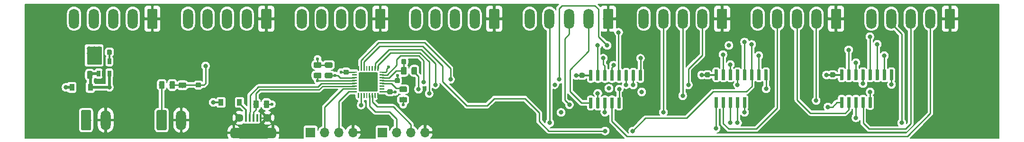
<source format=gtl>
G04 #@! TF.GenerationSoftware,KiCad,Pcbnew,(5.1.2)-2*
G04 #@! TF.CreationDate,2021-03-22T02:37:46-04:00*
G04 #@! TF.ProjectId,Repowered_Electronic_Load_Controller,5265706f-7765-4726-9564-5f456c656374,rev?*
G04 #@! TF.SameCoordinates,Original*
G04 #@! TF.FileFunction,Copper,L1,Top*
G04 #@! TF.FilePolarity,Positive*
%FSLAX46Y46*%
G04 Gerber Fmt 4.6, Leading zero omitted, Abs format (unit mm)*
G04 Created by KiCad (PCBNEW (5.1.2)-2) date 2021-03-22 02:37:46*
%MOMM*%
%LPD*%
G04 APERTURE LIST*
%ADD10R,0.900000X1.200000*%
%ADD11R,0.650000X1.060000*%
%ADD12C,0.100000*%
%ADD13C,0.875000*%
%ADD14C,0.975000*%
%ADD15C,5.000000*%
%ADD16O,1.800000X3.600000*%
%ADD17C,1.800000*%
%ADD18C,0.600000*%
%ADD19C,0.250000*%
%ADD20C,3.450000*%
%ADD21R,1.200000X1.900000*%
%ADD22O,1.200000X1.900000*%
%ADD23R,1.500000X1.900000*%
%ADD24C,1.450000*%
%ADD25R,0.400000X1.350000*%
%ADD26O,1.700000X1.700000*%
%ADD27R,1.700000X1.700000*%
%ADD28C,0.800000*%
%ADD29C,0.250000*%
%ADD30C,0.500000*%
%ADD31C,0.350000*%
%ADD32C,0.200000*%
%ADD33C,0.254000*%
G04 APERTURE END LIST*
D10*
X88800000Y-93125000D03*
X85500000Y-93125000D03*
X58850000Y-90425000D03*
X62150000Y-90425000D03*
D11*
X63650000Y-85750000D03*
X65550000Y-85750000D03*
X65550000Y-87950000D03*
X64600000Y-87950000D03*
X63650000Y-87950000D03*
D12*
G36*
X65790191Y-83651053D02*
G01*
X65811426Y-83654203D01*
X65832250Y-83659419D01*
X65852462Y-83666651D01*
X65871868Y-83675830D01*
X65890281Y-83686866D01*
X65907524Y-83699654D01*
X65923430Y-83714070D01*
X65937846Y-83729976D01*
X65950634Y-83747219D01*
X65961670Y-83765632D01*
X65970849Y-83785038D01*
X65978081Y-83805250D01*
X65983297Y-83826074D01*
X65986447Y-83847309D01*
X65987500Y-83868750D01*
X65987500Y-84381250D01*
X65986447Y-84402691D01*
X65983297Y-84423926D01*
X65978081Y-84444750D01*
X65970849Y-84464962D01*
X65961670Y-84484368D01*
X65950634Y-84502781D01*
X65937846Y-84520024D01*
X65923430Y-84535930D01*
X65907524Y-84550346D01*
X65890281Y-84563134D01*
X65871868Y-84574170D01*
X65852462Y-84583349D01*
X65832250Y-84590581D01*
X65811426Y-84595797D01*
X65790191Y-84598947D01*
X65768750Y-84600000D01*
X65331250Y-84600000D01*
X65309809Y-84598947D01*
X65288574Y-84595797D01*
X65267750Y-84590581D01*
X65247538Y-84583349D01*
X65228132Y-84574170D01*
X65209719Y-84563134D01*
X65192476Y-84550346D01*
X65176570Y-84535930D01*
X65162154Y-84520024D01*
X65149366Y-84502781D01*
X65138330Y-84484368D01*
X65129151Y-84464962D01*
X65121919Y-84444750D01*
X65116703Y-84423926D01*
X65113553Y-84402691D01*
X65112500Y-84381250D01*
X65112500Y-83868750D01*
X65113553Y-83847309D01*
X65116703Y-83826074D01*
X65121919Y-83805250D01*
X65129151Y-83785038D01*
X65138330Y-83765632D01*
X65149366Y-83747219D01*
X65162154Y-83729976D01*
X65176570Y-83714070D01*
X65192476Y-83699654D01*
X65209719Y-83686866D01*
X65228132Y-83675830D01*
X65247538Y-83666651D01*
X65267750Y-83659419D01*
X65288574Y-83654203D01*
X65309809Y-83651053D01*
X65331250Y-83650000D01*
X65768750Y-83650000D01*
X65790191Y-83651053D01*
X65790191Y-83651053D01*
G37*
D13*
X65550000Y-84125000D03*
D12*
G36*
X67365191Y-83651053D02*
G01*
X67386426Y-83654203D01*
X67407250Y-83659419D01*
X67427462Y-83666651D01*
X67446868Y-83675830D01*
X67465281Y-83686866D01*
X67482524Y-83699654D01*
X67498430Y-83714070D01*
X67512846Y-83729976D01*
X67525634Y-83747219D01*
X67536670Y-83765632D01*
X67545849Y-83785038D01*
X67553081Y-83805250D01*
X67558297Y-83826074D01*
X67561447Y-83847309D01*
X67562500Y-83868750D01*
X67562500Y-84381250D01*
X67561447Y-84402691D01*
X67558297Y-84423926D01*
X67553081Y-84444750D01*
X67545849Y-84464962D01*
X67536670Y-84484368D01*
X67525634Y-84502781D01*
X67512846Y-84520024D01*
X67498430Y-84535930D01*
X67482524Y-84550346D01*
X67465281Y-84563134D01*
X67446868Y-84574170D01*
X67427462Y-84583349D01*
X67407250Y-84590581D01*
X67386426Y-84595797D01*
X67365191Y-84598947D01*
X67343750Y-84600000D01*
X66906250Y-84600000D01*
X66884809Y-84598947D01*
X66863574Y-84595797D01*
X66842750Y-84590581D01*
X66822538Y-84583349D01*
X66803132Y-84574170D01*
X66784719Y-84563134D01*
X66767476Y-84550346D01*
X66751570Y-84535930D01*
X66737154Y-84520024D01*
X66724366Y-84502781D01*
X66713330Y-84484368D01*
X66704151Y-84464962D01*
X66696919Y-84444750D01*
X66691703Y-84423926D01*
X66688553Y-84402691D01*
X66687500Y-84381250D01*
X66687500Y-83868750D01*
X66688553Y-83847309D01*
X66691703Y-83826074D01*
X66696919Y-83805250D01*
X66704151Y-83785038D01*
X66713330Y-83765632D01*
X66724366Y-83747219D01*
X66737154Y-83729976D01*
X66751570Y-83714070D01*
X66767476Y-83699654D01*
X66784719Y-83686866D01*
X66803132Y-83675830D01*
X66822538Y-83666651D01*
X66842750Y-83659419D01*
X66863574Y-83654203D01*
X66884809Y-83651053D01*
X66906250Y-83650000D01*
X67343750Y-83650000D01*
X67365191Y-83651053D01*
X67365191Y-83651053D01*
G37*
D13*
X67125000Y-84125000D03*
D12*
G36*
X103230142Y-87801174D02*
G01*
X103253803Y-87804684D01*
X103277007Y-87810496D01*
X103299529Y-87818554D01*
X103321153Y-87828782D01*
X103341670Y-87841079D01*
X103360883Y-87855329D01*
X103378607Y-87871393D01*
X103394671Y-87889117D01*
X103408921Y-87908330D01*
X103421218Y-87928847D01*
X103431446Y-87950471D01*
X103439504Y-87972993D01*
X103445316Y-87996197D01*
X103448826Y-88019858D01*
X103450000Y-88043750D01*
X103450000Y-88531250D01*
X103448826Y-88555142D01*
X103445316Y-88578803D01*
X103439504Y-88602007D01*
X103431446Y-88624529D01*
X103421218Y-88646153D01*
X103408921Y-88666670D01*
X103394671Y-88685883D01*
X103378607Y-88703607D01*
X103360883Y-88719671D01*
X103341670Y-88733921D01*
X103321153Y-88746218D01*
X103299529Y-88756446D01*
X103277007Y-88764504D01*
X103253803Y-88770316D01*
X103230142Y-88773826D01*
X103206250Y-88775000D01*
X102293750Y-88775000D01*
X102269858Y-88773826D01*
X102246197Y-88770316D01*
X102222993Y-88764504D01*
X102200471Y-88756446D01*
X102178847Y-88746218D01*
X102158330Y-88733921D01*
X102139117Y-88719671D01*
X102121393Y-88703607D01*
X102105329Y-88685883D01*
X102091079Y-88666670D01*
X102078782Y-88646153D01*
X102068554Y-88624529D01*
X102060496Y-88602007D01*
X102054684Y-88578803D01*
X102051174Y-88555142D01*
X102050000Y-88531250D01*
X102050000Y-88043750D01*
X102051174Y-88019858D01*
X102054684Y-87996197D01*
X102060496Y-87972993D01*
X102068554Y-87950471D01*
X102078782Y-87928847D01*
X102091079Y-87908330D01*
X102105329Y-87889117D01*
X102121393Y-87871393D01*
X102139117Y-87855329D01*
X102158330Y-87841079D01*
X102178847Y-87828782D01*
X102200471Y-87818554D01*
X102222993Y-87810496D01*
X102246197Y-87804684D01*
X102269858Y-87801174D01*
X102293750Y-87800000D01*
X103206250Y-87800000D01*
X103230142Y-87801174D01*
X103230142Y-87801174D01*
G37*
D14*
X102750000Y-88287500D03*
D12*
G36*
X103230142Y-85926174D02*
G01*
X103253803Y-85929684D01*
X103277007Y-85935496D01*
X103299529Y-85943554D01*
X103321153Y-85953782D01*
X103341670Y-85966079D01*
X103360883Y-85980329D01*
X103378607Y-85996393D01*
X103394671Y-86014117D01*
X103408921Y-86033330D01*
X103421218Y-86053847D01*
X103431446Y-86075471D01*
X103439504Y-86097993D01*
X103445316Y-86121197D01*
X103448826Y-86144858D01*
X103450000Y-86168750D01*
X103450000Y-86656250D01*
X103448826Y-86680142D01*
X103445316Y-86703803D01*
X103439504Y-86727007D01*
X103431446Y-86749529D01*
X103421218Y-86771153D01*
X103408921Y-86791670D01*
X103394671Y-86810883D01*
X103378607Y-86828607D01*
X103360883Y-86844671D01*
X103341670Y-86858921D01*
X103321153Y-86871218D01*
X103299529Y-86881446D01*
X103277007Y-86889504D01*
X103253803Y-86895316D01*
X103230142Y-86898826D01*
X103206250Y-86900000D01*
X102293750Y-86900000D01*
X102269858Y-86898826D01*
X102246197Y-86895316D01*
X102222993Y-86889504D01*
X102200471Y-86881446D01*
X102178847Y-86871218D01*
X102158330Y-86858921D01*
X102139117Y-86844671D01*
X102121393Y-86828607D01*
X102105329Y-86810883D01*
X102091079Y-86791670D01*
X102078782Y-86771153D01*
X102068554Y-86749529D01*
X102060496Y-86727007D01*
X102054684Y-86703803D01*
X102051174Y-86680142D01*
X102050000Y-86656250D01*
X102050000Y-86168750D01*
X102051174Y-86144858D01*
X102054684Y-86121197D01*
X102060496Y-86097993D01*
X102068554Y-86075471D01*
X102078782Y-86053847D01*
X102091079Y-86033330D01*
X102105329Y-86014117D01*
X102121393Y-85996393D01*
X102139117Y-85980329D01*
X102158330Y-85966079D01*
X102178847Y-85953782D01*
X102200471Y-85943554D01*
X102222993Y-85935496D01*
X102246197Y-85929684D01*
X102269858Y-85926174D01*
X102293750Y-85925000D01*
X103206250Y-85925000D01*
X103230142Y-85926174D01*
X103230142Y-85926174D01*
G37*
D14*
X102750000Y-86412500D03*
D12*
G36*
X105230142Y-87801174D02*
G01*
X105253803Y-87804684D01*
X105277007Y-87810496D01*
X105299529Y-87818554D01*
X105321153Y-87828782D01*
X105341670Y-87841079D01*
X105360883Y-87855329D01*
X105378607Y-87871393D01*
X105394671Y-87889117D01*
X105408921Y-87908330D01*
X105421218Y-87928847D01*
X105431446Y-87950471D01*
X105439504Y-87972993D01*
X105445316Y-87996197D01*
X105448826Y-88019858D01*
X105450000Y-88043750D01*
X105450000Y-88531250D01*
X105448826Y-88555142D01*
X105445316Y-88578803D01*
X105439504Y-88602007D01*
X105431446Y-88624529D01*
X105421218Y-88646153D01*
X105408921Y-88666670D01*
X105394671Y-88685883D01*
X105378607Y-88703607D01*
X105360883Y-88719671D01*
X105341670Y-88733921D01*
X105321153Y-88746218D01*
X105299529Y-88756446D01*
X105277007Y-88764504D01*
X105253803Y-88770316D01*
X105230142Y-88773826D01*
X105206250Y-88775000D01*
X104293750Y-88775000D01*
X104269858Y-88773826D01*
X104246197Y-88770316D01*
X104222993Y-88764504D01*
X104200471Y-88756446D01*
X104178847Y-88746218D01*
X104158330Y-88733921D01*
X104139117Y-88719671D01*
X104121393Y-88703607D01*
X104105329Y-88685883D01*
X104091079Y-88666670D01*
X104078782Y-88646153D01*
X104068554Y-88624529D01*
X104060496Y-88602007D01*
X104054684Y-88578803D01*
X104051174Y-88555142D01*
X104050000Y-88531250D01*
X104050000Y-88043750D01*
X104051174Y-88019858D01*
X104054684Y-87996197D01*
X104060496Y-87972993D01*
X104068554Y-87950471D01*
X104078782Y-87928847D01*
X104091079Y-87908330D01*
X104105329Y-87889117D01*
X104121393Y-87871393D01*
X104139117Y-87855329D01*
X104158330Y-87841079D01*
X104178847Y-87828782D01*
X104200471Y-87818554D01*
X104222993Y-87810496D01*
X104246197Y-87804684D01*
X104269858Y-87801174D01*
X104293750Y-87800000D01*
X105206250Y-87800000D01*
X105230142Y-87801174D01*
X105230142Y-87801174D01*
G37*
D14*
X104750000Y-88287500D03*
D12*
G36*
X105230142Y-85926174D02*
G01*
X105253803Y-85929684D01*
X105277007Y-85935496D01*
X105299529Y-85943554D01*
X105321153Y-85953782D01*
X105341670Y-85966079D01*
X105360883Y-85980329D01*
X105378607Y-85996393D01*
X105394671Y-86014117D01*
X105408921Y-86033330D01*
X105421218Y-86053847D01*
X105431446Y-86075471D01*
X105439504Y-86097993D01*
X105445316Y-86121197D01*
X105448826Y-86144858D01*
X105450000Y-86168750D01*
X105450000Y-86656250D01*
X105448826Y-86680142D01*
X105445316Y-86703803D01*
X105439504Y-86727007D01*
X105431446Y-86749529D01*
X105421218Y-86771153D01*
X105408921Y-86791670D01*
X105394671Y-86810883D01*
X105378607Y-86828607D01*
X105360883Y-86844671D01*
X105341670Y-86858921D01*
X105321153Y-86871218D01*
X105299529Y-86881446D01*
X105277007Y-86889504D01*
X105253803Y-86895316D01*
X105230142Y-86898826D01*
X105206250Y-86900000D01*
X104293750Y-86900000D01*
X104269858Y-86898826D01*
X104246197Y-86895316D01*
X104222993Y-86889504D01*
X104200471Y-86881446D01*
X104178847Y-86871218D01*
X104158330Y-86858921D01*
X104139117Y-86844671D01*
X104121393Y-86828607D01*
X104105329Y-86810883D01*
X104091079Y-86791670D01*
X104078782Y-86771153D01*
X104068554Y-86749529D01*
X104060496Y-86727007D01*
X104054684Y-86703803D01*
X104051174Y-86680142D01*
X104050000Y-86656250D01*
X104050000Y-86168750D01*
X104051174Y-86144858D01*
X104054684Y-86121197D01*
X104060496Y-86097993D01*
X104068554Y-86075471D01*
X104078782Y-86053847D01*
X104091079Y-86033330D01*
X104105329Y-86014117D01*
X104121393Y-85996393D01*
X104139117Y-85980329D01*
X104158330Y-85966079D01*
X104178847Y-85953782D01*
X104200471Y-85943554D01*
X104222993Y-85935496D01*
X104246197Y-85929684D01*
X104269858Y-85926174D01*
X104293750Y-85925000D01*
X105206250Y-85925000D01*
X105230142Y-85926174D01*
X105230142Y-85926174D01*
G37*
D14*
X104750000Y-86412500D03*
D15*
X137500000Y-97000000D03*
X222000000Y-97000000D03*
X222000000Y-78000000D03*
X53000000Y-78000000D03*
X53000000Y-97000000D03*
D16*
X201750000Y-78115000D03*
X205250000Y-78115000D03*
X208750000Y-78115000D03*
X212250000Y-78115000D03*
D12*
G36*
X216424504Y-76316204D02*
G01*
X216448773Y-76319804D01*
X216472571Y-76325765D01*
X216495671Y-76334030D01*
X216517849Y-76344520D01*
X216538893Y-76357133D01*
X216558598Y-76371747D01*
X216576777Y-76388223D01*
X216593253Y-76406402D01*
X216607867Y-76426107D01*
X216620480Y-76447151D01*
X216630970Y-76469329D01*
X216639235Y-76492429D01*
X216645196Y-76516227D01*
X216648796Y-76540496D01*
X216650000Y-76565000D01*
X216650000Y-79665000D01*
X216648796Y-79689504D01*
X216645196Y-79713773D01*
X216639235Y-79737571D01*
X216630970Y-79760671D01*
X216620480Y-79782849D01*
X216607867Y-79803893D01*
X216593253Y-79823598D01*
X216576777Y-79841777D01*
X216558598Y-79858253D01*
X216538893Y-79872867D01*
X216517849Y-79885480D01*
X216495671Y-79895970D01*
X216472571Y-79904235D01*
X216448773Y-79910196D01*
X216424504Y-79913796D01*
X216400000Y-79915000D01*
X215100000Y-79915000D01*
X215075496Y-79913796D01*
X215051227Y-79910196D01*
X215027429Y-79904235D01*
X215004329Y-79895970D01*
X214982151Y-79885480D01*
X214961107Y-79872867D01*
X214941402Y-79858253D01*
X214923223Y-79841777D01*
X214906747Y-79823598D01*
X214892133Y-79803893D01*
X214879520Y-79782849D01*
X214869030Y-79760671D01*
X214860765Y-79737571D01*
X214854804Y-79713773D01*
X214851204Y-79689504D01*
X214850000Y-79665000D01*
X214850000Y-76565000D01*
X214851204Y-76540496D01*
X214854804Y-76516227D01*
X214860765Y-76492429D01*
X214869030Y-76469329D01*
X214879520Y-76447151D01*
X214892133Y-76426107D01*
X214906747Y-76406402D01*
X214923223Y-76388223D01*
X214941402Y-76371747D01*
X214961107Y-76357133D01*
X214982151Y-76344520D01*
X215004329Y-76334030D01*
X215027429Y-76325765D01*
X215051227Y-76319804D01*
X215075496Y-76316204D01*
X215100000Y-76315000D01*
X216400000Y-76315000D01*
X216424504Y-76316204D01*
X216424504Y-76316204D01*
G37*
D17*
X215750000Y-78115000D03*
D16*
X181392852Y-78115000D03*
X184892852Y-78115000D03*
X188392852Y-78115000D03*
X191892852Y-78115000D03*
D12*
G36*
X196067356Y-76316204D02*
G01*
X196091625Y-76319804D01*
X196115423Y-76325765D01*
X196138523Y-76334030D01*
X196160701Y-76344520D01*
X196181745Y-76357133D01*
X196201450Y-76371747D01*
X196219629Y-76388223D01*
X196236105Y-76406402D01*
X196250719Y-76426107D01*
X196263332Y-76447151D01*
X196273822Y-76469329D01*
X196282087Y-76492429D01*
X196288048Y-76516227D01*
X196291648Y-76540496D01*
X196292852Y-76565000D01*
X196292852Y-79665000D01*
X196291648Y-79689504D01*
X196288048Y-79713773D01*
X196282087Y-79737571D01*
X196273822Y-79760671D01*
X196263332Y-79782849D01*
X196250719Y-79803893D01*
X196236105Y-79823598D01*
X196219629Y-79841777D01*
X196201450Y-79858253D01*
X196181745Y-79872867D01*
X196160701Y-79885480D01*
X196138523Y-79895970D01*
X196115423Y-79904235D01*
X196091625Y-79910196D01*
X196067356Y-79913796D01*
X196042852Y-79915000D01*
X194742852Y-79915000D01*
X194718348Y-79913796D01*
X194694079Y-79910196D01*
X194670281Y-79904235D01*
X194647181Y-79895970D01*
X194625003Y-79885480D01*
X194603959Y-79872867D01*
X194584254Y-79858253D01*
X194566075Y-79841777D01*
X194549599Y-79823598D01*
X194534985Y-79803893D01*
X194522372Y-79782849D01*
X194511882Y-79760671D01*
X194503617Y-79737571D01*
X194497656Y-79713773D01*
X194494056Y-79689504D01*
X194492852Y-79665000D01*
X194492852Y-76565000D01*
X194494056Y-76540496D01*
X194497656Y-76516227D01*
X194503617Y-76492429D01*
X194511882Y-76469329D01*
X194522372Y-76447151D01*
X194534985Y-76426107D01*
X194549599Y-76406402D01*
X194566075Y-76388223D01*
X194584254Y-76371747D01*
X194603959Y-76357133D01*
X194625003Y-76344520D01*
X194647181Y-76334030D01*
X194670281Y-76325765D01*
X194694079Y-76319804D01*
X194718348Y-76316204D01*
X194742852Y-76315000D01*
X196042852Y-76315000D01*
X196067356Y-76316204D01*
X196067356Y-76316204D01*
G37*
D17*
X195392852Y-78115000D03*
D16*
X161035710Y-78115000D03*
X164535710Y-78115000D03*
X168035710Y-78115000D03*
X171535710Y-78115000D03*
D12*
G36*
X175710214Y-76316204D02*
G01*
X175734483Y-76319804D01*
X175758281Y-76325765D01*
X175781381Y-76334030D01*
X175803559Y-76344520D01*
X175824603Y-76357133D01*
X175844308Y-76371747D01*
X175862487Y-76388223D01*
X175878963Y-76406402D01*
X175893577Y-76426107D01*
X175906190Y-76447151D01*
X175916680Y-76469329D01*
X175924945Y-76492429D01*
X175930906Y-76516227D01*
X175934506Y-76540496D01*
X175935710Y-76565000D01*
X175935710Y-79665000D01*
X175934506Y-79689504D01*
X175930906Y-79713773D01*
X175924945Y-79737571D01*
X175916680Y-79760671D01*
X175906190Y-79782849D01*
X175893577Y-79803893D01*
X175878963Y-79823598D01*
X175862487Y-79841777D01*
X175844308Y-79858253D01*
X175824603Y-79872867D01*
X175803559Y-79885480D01*
X175781381Y-79895970D01*
X175758281Y-79904235D01*
X175734483Y-79910196D01*
X175710214Y-79913796D01*
X175685710Y-79915000D01*
X174385710Y-79915000D01*
X174361206Y-79913796D01*
X174336937Y-79910196D01*
X174313139Y-79904235D01*
X174290039Y-79895970D01*
X174267861Y-79885480D01*
X174246817Y-79872867D01*
X174227112Y-79858253D01*
X174208933Y-79841777D01*
X174192457Y-79823598D01*
X174177843Y-79803893D01*
X174165230Y-79782849D01*
X174154740Y-79760671D01*
X174146475Y-79737571D01*
X174140514Y-79713773D01*
X174136914Y-79689504D01*
X174135710Y-79665000D01*
X174135710Y-76565000D01*
X174136914Y-76540496D01*
X174140514Y-76516227D01*
X174146475Y-76492429D01*
X174154740Y-76469329D01*
X174165230Y-76447151D01*
X174177843Y-76426107D01*
X174192457Y-76406402D01*
X174208933Y-76388223D01*
X174227112Y-76371747D01*
X174246817Y-76357133D01*
X174267861Y-76344520D01*
X174290039Y-76334030D01*
X174313139Y-76325765D01*
X174336937Y-76319804D01*
X174361206Y-76316204D01*
X174385710Y-76315000D01*
X175685710Y-76315000D01*
X175710214Y-76316204D01*
X175710214Y-76316204D01*
G37*
D17*
X175035710Y-78115000D03*
D16*
X140678568Y-78115000D03*
X144178568Y-78115000D03*
X147678568Y-78115000D03*
X151178568Y-78115000D03*
D12*
G36*
X155353072Y-76316204D02*
G01*
X155377341Y-76319804D01*
X155401139Y-76325765D01*
X155424239Y-76334030D01*
X155446417Y-76344520D01*
X155467461Y-76357133D01*
X155487166Y-76371747D01*
X155505345Y-76388223D01*
X155521821Y-76406402D01*
X155536435Y-76426107D01*
X155549048Y-76447151D01*
X155559538Y-76469329D01*
X155567803Y-76492429D01*
X155573764Y-76516227D01*
X155577364Y-76540496D01*
X155578568Y-76565000D01*
X155578568Y-79665000D01*
X155577364Y-79689504D01*
X155573764Y-79713773D01*
X155567803Y-79737571D01*
X155559538Y-79760671D01*
X155549048Y-79782849D01*
X155536435Y-79803893D01*
X155521821Y-79823598D01*
X155505345Y-79841777D01*
X155487166Y-79858253D01*
X155467461Y-79872867D01*
X155446417Y-79885480D01*
X155424239Y-79895970D01*
X155401139Y-79904235D01*
X155377341Y-79910196D01*
X155353072Y-79913796D01*
X155328568Y-79915000D01*
X154028568Y-79915000D01*
X154004064Y-79913796D01*
X153979795Y-79910196D01*
X153955997Y-79904235D01*
X153932897Y-79895970D01*
X153910719Y-79885480D01*
X153889675Y-79872867D01*
X153869970Y-79858253D01*
X153851791Y-79841777D01*
X153835315Y-79823598D01*
X153820701Y-79803893D01*
X153808088Y-79782849D01*
X153797598Y-79760671D01*
X153789333Y-79737571D01*
X153783372Y-79713773D01*
X153779772Y-79689504D01*
X153778568Y-79665000D01*
X153778568Y-76565000D01*
X153779772Y-76540496D01*
X153783372Y-76516227D01*
X153789333Y-76492429D01*
X153797598Y-76469329D01*
X153808088Y-76447151D01*
X153820701Y-76426107D01*
X153835315Y-76406402D01*
X153851791Y-76388223D01*
X153869970Y-76371747D01*
X153889675Y-76357133D01*
X153910719Y-76344520D01*
X153932897Y-76334030D01*
X153955997Y-76325765D01*
X153979795Y-76319804D01*
X154004064Y-76316204D01*
X154028568Y-76315000D01*
X155328568Y-76315000D01*
X155353072Y-76316204D01*
X155353072Y-76316204D01*
G37*
D17*
X154678568Y-78115000D03*
D16*
X120321426Y-78115000D03*
X123821426Y-78115000D03*
X127321426Y-78115000D03*
X130821426Y-78115000D03*
D12*
G36*
X134995930Y-76316204D02*
G01*
X135020199Y-76319804D01*
X135043997Y-76325765D01*
X135067097Y-76334030D01*
X135089275Y-76344520D01*
X135110319Y-76357133D01*
X135130024Y-76371747D01*
X135148203Y-76388223D01*
X135164679Y-76406402D01*
X135179293Y-76426107D01*
X135191906Y-76447151D01*
X135202396Y-76469329D01*
X135210661Y-76492429D01*
X135216622Y-76516227D01*
X135220222Y-76540496D01*
X135221426Y-76565000D01*
X135221426Y-79665000D01*
X135220222Y-79689504D01*
X135216622Y-79713773D01*
X135210661Y-79737571D01*
X135202396Y-79760671D01*
X135191906Y-79782849D01*
X135179293Y-79803893D01*
X135164679Y-79823598D01*
X135148203Y-79841777D01*
X135130024Y-79858253D01*
X135110319Y-79872867D01*
X135089275Y-79885480D01*
X135067097Y-79895970D01*
X135043997Y-79904235D01*
X135020199Y-79910196D01*
X134995930Y-79913796D01*
X134971426Y-79915000D01*
X133671426Y-79915000D01*
X133646922Y-79913796D01*
X133622653Y-79910196D01*
X133598855Y-79904235D01*
X133575755Y-79895970D01*
X133553577Y-79885480D01*
X133532533Y-79872867D01*
X133512828Y-79858253D01*
X133494649Y-79841777D01*
X133478173Y-79823598D01*
X133463559Y-79803893D01*
X133450946Y-79782849D01*
X133440456Y-79760671D01*
X133432191Y-79737571D01*
X133426230Y-79713773D01*
X133422630Y-79689504D01*
X133421426Y-79665000D01*
X133421426Y-76565000D01*
X133422630Y-76540496D01*
X133426230Y-76516227D01*
X133432191Y-76492429D01*
X133440456Y-76469329D01*
X133450946Y-76447151D01*
X133463559Y-76426107D01*
X133478173Y-76406402D01*
X133494649Y-76388223D01*
X133512828Y-76371747D01*
X133532533Y-76357133D01*
X133553577Y-76344520D01*
X133575755Y-76334030D01*
X133598855Y-76325765D01*
X133622653Y-76319804D01*
X133646922Y-76316204D01*
X133671426Y-76315000D01*
X134971426Y-76315000D01*
X134995930Y-76316204D01*
X134995930Y-76316204D01*
G37*
D17*
X134321426Y-78115000D03*
D16*
X99964284Y-78115000D03*
X103464284Y-78115000D03*
X106964284Y-78115000D03*
X110464284Y-78115000D03*
D12*
G36*
X114638788Y-76316204D02*
G01*
X114663057Y-76319804D01*
X114686855Y-76325765D01*
X114709955Y-76334030D01*
X114732133Y-76344520D01*
X114753177Y-76357133D01*
X114772882Y-76371747D01*
X114791061Y-76388223D01*
X114807537Y-76406402D01*
X114822151Y-76426107D01*
X114834764Y-76447151D01*
X114845254Y-76469329D01*
X114853519Y-76492429D01*
X114859480Y-76516227D01*
X114863080Y-76540496D01*
X114864284Y-76565000D01*
X114864284Y-79665000D01*
X114863080Y-79689504D01*
X114859480Y-79713773D01*
X114853519Y-79737571D01*
X114845254Y-79760671D01*
X114834764Y-79782849D01*
X114822151Y-79803893D01*
X114807537Y-79823598D01*
X114791061Y-79841777D01*
X114772882Y-79858253D01*
X114753177Y-79872867D01*
X114732133Y-79885480D01*
X114709955Y-79895970D01*
X114686855Y-79904235D01*
X114663057Y-79910196D01*
X114638788Y-79913796D01*
X114614284Y-79915000D01*
X113314284Y-79915000D01*
X113289780Y-79913796D01*
X113265511Y-79910196D01*
X113241713Y-79904235D01*
X113218613Y-79895970D01*
X113196435Y-79885480D01*
X113175391Y-79872867D01*
X113155686Y-79858253D01*
X113137507Y-79841777D01*
X113121031Y-79823598D01*
X113106417Y-79803893D01*
X113093804Y-79782849D01*
X113083314Y-79760671D01*
X113075049Y-79737571D01*
X113069088Y-79713773D01*
X113065488Y-79689504D01*
X113064284Y-79665000D01*
X113064284Y-76565000D01*
X113065488Y-76540496D01*
X113069088Y-76516227D01*
X113075049Y-76492429D01*
X113083314Y-76469329D01*
X113093804Y-76447151D01*
X113106417Y-76426107D01*
X113121031Y-76406402D01*
X113137507Y-76388223D01*
X113155686Y-76371747D01*
X113175391Y-76357133D01*
X113196435Y-76344520D01*
X113218613Y-76334030D01*
X113241713Y-76325765D01*
X113265511Y-76319804D01*
X113289780Y-76316204D01*
X113314284Y-76315000D01*
X114614284Y-76315000D01*
X114638788Y-76316204D01*
X114638788Y-76316204D01*
G37*
D17*
X113964284Y-78115000D03*
D16*
X79607142Y-78115000D03*
X83107142Y-78115000D03*
X86607142Y-78115000D03*
X90107142Y-78115000D03*
D12*
G36*
X94281646Y-76316204D02*
G01*
X94305915Y-76319804D01*
X94329713Y-76325765D01*
X94352813Y-76334030D01*
X94374991Y-76344520D01*
X94396035Y-76357133D01*
X94415740Y-76371747D01*
X94433919Y-76388223D01*
X94450395Y-76406402D01*
X94465009Y-76426107D01*
X94477622Y-76447151D01*
X94488112Y-76469329D01*
X94496377Y-76492429D01*
X94502338Y-76516227D01*
X94505938Y-76540496D01*
X94507142Y-76565000D01*
X94507142Y-79665000D01*
X94505938Y-79689504D01*
X94502338Y-79713773D01*
X94496377Y-79737571D01*
X94488112Y-79760671D01*
X94477622Y-79782849D01*
X94465009Y-79803893D01*
X94450395Y-79823598D01*
X94433919Y-79841777D01*
X94415740Y-79858253D01*
X94396035Y-79872867D01*
X94374991Y-79885480D01*
X94352813Y-79895970D01*
X94329713Y-79904235D01*
X94305915Y-79910196D01*
X94281646Y-79913796D01*
X94257142Y-79915000D01*
X92957142Y-79915000D01*
X92932638Y-79913796D01*
X92908369Y-79910196D01*
X92884571Y-79904235D01*
X92861471Y-79895970D01*
X92839293Y-79885480D01*
X92818249Y-79872867D01*
X92798544Y-79858253D01*
X92780365Y-79841777D01*
X92763889Y-79823598D01*
X92749275Y-79803893D01*
X92736662Y-79782849D01*
X92726172Y-79760671D01*
X92717907Y-79737571D01*
X92711946Y-79713773D01*
X92708346Y-79689504D01*
X92707142Y-79665000D01*
X92707142Y-76565000D01*
X92708346Y-76540496D01*
X92711946Y-76516227D01*
X92717907Y-76492429D01*
X92726172Y-76469329D01*
X92736662Y-76447151D01*
X92749275Y-76426107D01*
X92763889Y-76406402D01*
X92780365Y-76388223D01*
X92798544Y-76371747D01*
X92818249Y-76357133D01*
X92839293Y-76344520D01*
X92861471Y-76334030D01*
X92884571Y-76325765D01*
X92908369Y-76319804D01*
X92932638Y-76316204D01*
X92957142Y-76315000D01*
X94257142Y-76315000D01*
X94281646Y-76316204D01*
X94281646Y-76316204D01*
G37*
D17*
X93607142Y-78115000D03*
D16*
X59250000Y-78115000D03*
X62750000Y-78115000D03*
X66250000Y-78115000D03*
X69750000Y-78115000D03*
D12*
G36*
X73924504Y-76316204D02*
G01*
X73948773Y-76319804D01*
X73972571Y-76325765D01*
X73995671Y-76334030D01*
X74017849Y-76344520D01*
X74038893Y-76357133D01*
X74058598Y-76371747D01*
X74076777Y-76388223D01*
X74093253Y-76406402D01*
X74107867Y-76426107D01*
X74120480Y-76447151D01*
X74130970Y-76469329D01*
X74139235Y-76492429D01*
X74145196Y-76516227D01*
X74148796Y-76540496D01*
X74150000Y-76565000D01*
X74150000Y-79665000D01*
X74148796Y-79689504D01*
X74145196Y-79713773D01*
X74139235Y-79737571D01*
X74130970Y-79760671D01*
X74120480Y-79782849D01*
X74107867Y-79803893D01*
X74093253Y-79823598D01*
X74076777Y-79841777D01*
X74058598Y-79858253D01*
X74038893Y-79872867D01*
X74017849Y-79885480D01*
X73995671Y-79895970D01*
X73972571Y-79904235D01*
X73948773Y-79910196D01*
X73924504Y-79913796D01*
X73900000Y-79915000D01*
X72600000Y-79915000D01*
X72575496Y-79913796D01*
X72551227Y-79910196D01*
X72527429Y-79904235D01*
X72504329Y-79895970D01*
X72482151Y-79885480D01*
X72461107Y-79872867D01*
X72441402Y-79858253D01*
X72423223Y-79841777D01*
X72406747Y-79823598D01*
X72392133Y-79803893D01*
X72379520Y-79782849D01*
X72369030Y-79760671D01*
X72360765Y-79737571D01*
X72354804Y-79713773D01*
X72351204Y-79689504D01*
X72350000Y-79665000D01*
X72350000Y-76565000D01*
X72351204Y-76540496D01*
X72354804Y-76516227D01*
X72360765Y-76492429D01*
X72369030Y-76469329D01*
X72379520Y-76447151D01*
X72392133Y-76426107D01*
X72406747Y-76406402D01*
X72423223Y-76388223D01*
X72441402Y-76371747D01*
X72461107Y-76357133D01*
X72482151Y-76344520D01*
X72504329Y-76334030D01*
X72527429Y-76325765D01*
X72551227Y-76319804D01*
X72575496Y-76316204D01*
X72600000Y-76315000D01*
X73900000Y-76315000D01*
X73924504Y-76316204D01*
X73924504Y-76316204D01*
G37*
D17*
X73250000Y-78115000D03*
D12*
G36*
X151719703Y-87300722D02*
G01*
X151734264Y-87302882D01*
X151748543Y-87306459D01*
X151762403Y-87311418D01*
X151775710Y-87317712D01*
X151788336Y-87325280D01*
X151800159Y-87334048D01*
X151811066Y-87343934D01*
X151820952Y-87354841D01*
X151829720Y-87366664D01*
X151837288Y-87379290D01*
X151843582Y-87392597D01*
X151848541Y-87406457D01*
X151852118Y-87420736D01*
X151854278Y-87435297D01*
X151855000Y-87450000D01*
X151855000Y-89100000D01*
X151854278Y-89114703D01*
X151852118Y-89129264D01*
X151848541Y-89143543D01*
X151843582Y-89157403D01*
X151837288Y-89170710D01*
X151829720Y-89183336D01*
X151820952Y-89195159D01*
X151811066Y-89206066D01*
X151800159Y-89215952D01*
X151788336Y-89224720D01*
X151775710Y-89232288D01*
X151762403Y-89238582D01*
X151748543Y-89243541D01*
X151734264Y-89247118D01*
X151719703Y-89249278D01*
X151705000Y-89250000D01*
X151405000Y-89250000D01*
X151390297Y-89249278D01*
X151375736Y-89247118D01*
X151361457Y-89243541D01*
X151347597Y-89238582D01*
X151334290Y-89232288D01*
X151321664Y-89224720D01*
X151309841Y-89215952D01*
X151298934Y-89206066D01*
X151289048Y-89195159D01*
X151280280Y-89183336D01*
X151272712Y-89170710D01*
X151266418Y-89157403D01*
X151261459Y-89143543D01*
X151257882Y-89129264D01*
X151255722Y-89114703D01*
X151255000Y-89100000D01*
X151255000Y-87450000D01*
X151255722Y-87435297D01*
X151257882Y-87420736D01*
X151261459Y-87406457D01*
X151266418Y-87392597D01*
X151272712Y-87379290D01*
X151280280Y-87366664D01*
X151289048Y-87354841D01*
X151298934Y-87343934D01*
X151309841Y-87334048D01*
X151321664Y-87325280D01*
X151334290Y-87317712D01*
X151347597Y-87311418D01*
X151361457Y-87306459D01*
X151375736Y-87302882D01*
X151390297Y-87300722D01*
X151405000Y-87300000D01*
X151705000Y-87300000D01*
X151719703Y-87300722D01*
X151719703Y-87300722D01*
G37*
D18*
X151555000Y-88275000D03*
D12*
G36*
X152989703Y-87300722D02*
G01*
X153004264Y-87302882D01*
X153018543Y-87306459D01*
X153032403Y-87311418D01*
X153045710Y-87317712D01*
X153058336Y-87325280D01*
X153070159Y-87334048D01*
X153081066Y-87343934D01*
X153090952Y-87354841D01*
X153099720Y-87366664D01*
X153107288Y-87379290D01*
X153113582Y-87392597D01*
X153118541Y-87406457D01*
X153122118Y-87420736D01*
X153124278Y-87435297D01*
X153125000Y-87450000D01*
X153125000Y-89100000D01*
X153124278Y-89114703D01*
X153122118Y-89129264D01*
X153118541Y-89143543D01*
X153113582Y-89157403D01*
X153107288Y-89170710D01*
X153099720Y-89183336D01*
X153090952Y-89195159D01*
X153081066Y-89206066D01*
X153070159Y-89215952D01*
X153058336Y-89224720D01*
X153045710Y-89232288D01*
X153032403Y-89238582D01*
X153018543Y-89243541D01*
X153004264Y-89247118D01*
X152989703Y-89249278D01*
X152975000Y-89250000D01*
X152675000Y-89250000D01*
X152660297Y-89249278D01*
X152645736Y-89247118D01*
X152631457Y-89243541D01*
X152617597Y-89238582D01*
X152604290Y-89232288D01*
X152591664Y-89224720D01*
X152579841Y-89215952D01*
X152568934Y-89206066D01*
X152559048Y-89195159D01*
X152550280Y-89183336D01*
X152542712Y-89170710D01*
X152536418Y-89157403D01*
X152531459Y-89143543D01*
X152527882Y-89129264D01*
X152525722Y-89114703D01*
X152525000Y-89100000D01*
X152525000Y-87450000D01*
X152525722Y-87435297D01*
X152527882Y-87420736D01*
X152531459Y-87406457D01*
X152536418Y-87392597D01*
X152542712Y-87379290D01*
X152550280Y-87366664D01*
X152559048Y-87354841D01*
X152568934Y-87343934D01*
X152579841Y-87334048D01*
X152591664Y-87325280D01*
X152604290Y-87317712D01*
X152617597Y-87311418D01*
X152631457Y-87306459D01*
X152645736Y-87302882D01*
X152660297Y-87300722D01*
X152675000Y-87300000D01*
X152975000Y-87300000D01*
X152989703Y-87300722D01*
X152989703Y-87300722D01*
G37*
D18*
X152825000Y-88275000D03*
D12*
G36*
X154259703Y-87300722D02*
G01*
X154274264Y-87302882D01*
X154288543Y-87306459D01*
X154302403Y-87311418D01*
X154315710Y-87317712D01*
X154328336Y-87325280D01*
X154340159Y-87334048D01*
X154351066Y-87343934D01*
X154360952Y-87354841D01*
X154369720Y-87366664D01*
X154377288Y-87379290D01*
X154383582Y-87392597D01*
X154388541Y-87406457D01*
X154392118Y-87420736D01*
X154394278Y-87435297D01*
X154395000Y-87450000D01*
X154395000Y-89100000D01*
X154394278Y-89114703D01*
X154392118Y-89129264D01*
X154388541Y-89143543D01*
X154383582Y-89157403D01*
X154377288Y-89170710D01*
X154369720Y-89183336D01*
X154360952Y-89195159D01*
X154351066Y-89206066D01*
X154340159Y-89215952D01*
X154328336Y-89224720D01*
X154315710Y-89232288D01*
X154302403Y-89238582D01*
X154288543Y-89243541D01*
X154274264Y-89247118D01*
X154259703Y-89249278D01*
X154245000Y-89250000D01*
X153945000Y-89250000D01*
X153930297Y-89249278D01*
X153915736Y-89247118D01*
X153901457Y-89243541D01*
X153887597Y-89238582D01*
X153874290Y-89232288D01*
X153861664Y-89224720D01*
X153849841Y-89215952D01*
X153838934Y-89206066D01*
X153829048Y-89195159D01*
X153820280Y-89183336D01*
X153812712Y-89170710D01*
X153806418Y-89157403D01*
X153801459Y-89143543D01*
X153797882Y-89129264D01*
X153795722Y-89114703D01*
X153795000Y-89100000D01*
X153795000Y-87450000D01*
X153795722Y-87435297D01*
X153797882Y-87420736D01*
X153801459Y-87406457D01*
X153806418Y-87392597D01*
X153812712Y-87379290D01*
X153820280Y-87366664D01*
X153829048Y-87354841D01*
X153838934Y-87343934D01*
X153849841Y-87334048D01*
X153861664Y-87325280D01*
X153874290Y-87317712D01*
X153887597Y-87311418D01*
X153901457Y-87306459D01*
X153915736Y-87302882D01*
X153930297Y-87300722D01*
X153945000Y-87300000D01*
X154245000Y-87300000D01*
X154259703Y-87300722D01*
X154259703Y-87300722D01*
G37*
D18*
X154095000Y-88275000D03*
D12*
G36*
X155529703Y-87300722D02*
G01*
X155544264Y-87302882D01*
X155558543Y-87306459D01*
X155572403Y-87311418D01*
X155585710Y-87317712D01*
X155598336Y-87325280D01*
X155610159Y-87334048D01*
X155621066Y-87343934D01*
X155630952Y-87354841D01*
X155639720Y-87366664D01*
X155647288Y-87379290D01*
X155653582Y-87392597D01*
X155658541Y-87406457D01*
X155662118Y-87420736D01*
X155664278Y-87435297D01*
X155665000Y-87450000D01*
X155665000Y-89100000D01*
X155664278Y-89114703D01*
X155662118Y-89129264D01*
X155658541Y-89143543D01*
X155653582Y-89157403D01*
X155647288Y-89170710D01*
X155639720Y-89183336D01*
X155630952Y-89195159D01*
X155621066Y-89206066D01*
X155610159Y-89215952D01*
X155598336Y-89224720D01*
X155585710Y-89232288D01*
X155572403Y-89238582D01*
X155558543Y-89243541D01*
X155544264Y-89247118D01*
X155529703Y-89249278D01*
X155515000Y-89250000D01*
X155215000Y-89250000D01*
X155200297Y-89249278D01*
X155185736Y-89247118D01*
X155171457Y-89243541D01*
X155157597Y-89238582D01*
X155144290Y-89232288D01*
X155131664Y-89224720D01*
X155119841Y-89215952D01*
X155108934Y-89206066D01*
X155099048Y-89195159D01*
X155090280Y-89183336D01*
X155082712Y-89170710D01*
X155076418Y-89157403D01*
X155071459Y-89143543D01*
X155067882Y-89129264D01*
X155065722Y-89114703D01*
X155065000Y-89100000D01*
X155065000Y-87450000D01*
X155065722Y-87435297D01*
X155067882Y-87420736D01*
X155071459Y-87406457D01*
X155076418Y-87392597D01*
X155082712Y-87379290D01*
X155090280Y-87366664D01*
X155099048Y-87354841D01*
X155108934Y-87343934D01*
X155119841Y-87334048D01*
X155131664Y-87325280D01*
X155144290Y-87317712D01*
X155157597Y-87311418D01*
X155171457Y-87306459D01*
X155185736Y-87302882D01*
X155200297Y-87300722D01*
X155215000Y-87300000D01*
X155515000Y-87300000D01*
X155529703Y-87300722D01*
X155529703Y-87300722D01*
G37*
D18*
X155365000Y-88275000D03*
D12*
G36*
X156799703Y-87300722D02*
G01*
X156814264Y-87302882D01*
X156828543Y-87306459D01*
X156842403Y-87311418D01*
X156855710Y-87317712D01*
X156868336Y-87325280D01*
X156880159Y-87334048D01*
X156891066Y-87343934D01*
X156900952Y-87354841D01*
X156909720Y-87366664D01*
X156917288Y-87379290D01*
X156923582Y-87392597D01*
X156928541Y-87406457D01*
X156932118Y-87420736D01*
X156934278Y-87435297D01*
X156935000Y-87450000D01*
X156935000Y-89100000D01*
X156934278Y-89114703D01*
X156932118Y-89129264D01*
X156928541Y-89143543D01*
X156923582Y-89157403D01*
X156917288Y-89170710D01*
X156909720Y-89183336D01*
X156900952Y-89195159D01*
X156891066Y-89206066D01*
X156880159Y-89215952D01*
X156868336Y-89224720D01*
X156855710Y-89232288D01*
X156842403Y-89238582D01*
X156828543Y-89243541D01*
X156814264Y-89247118D01*
X156799703Y-89249278D01*
X156785000Y-89250000D01*
X156485000Y-89250000D01*
X156470297Y-89249278D01*
X156455736Y-89247118D01*
X156441457Y-89243541D01*
X156427597Y-89238582D01*
X156414290Y-89232288D01*
X156401664Y-89224720D01*
X156389841Y-89215952D01*
X156378934Y-89206066D01*
X156369048Y-89195159D01*
X156360280Y-89183336D01*
X156352712Y-89170710D01*
X156346418Y-89157403D01*
X156341459Y-89143543D01*
X156337882Y-89129264D01*
X156335722Y-89114703D01*
X156335000Y-89100000D01*
X156335000Y-87450000D01*
X156335722Y-87435297D01*
X156337882Y-87420736D01*
X156341459Y-87406457D01*
X156346418Y-87392597D01*
X156352712Y-87379290D01*
X156360280Y-87366664D01*
X156369048Y-87354841D01*
X156378934Y-87343934D01*
X156389841Y-87334048D01*
X156401664Y-87325280D01*
X156414290Y-87317712D01*
X156427597Y-87311418D01*
X156441457Y-87306459D01*
X156455736Y-87302882D01*
X156470297Y-87300722D01*
X156485000Y-87300000D01*
X156785000Y-87300000D01*
X156799703Y-87300722D01*
X156799703Y-87300722D01*
G37*
D18*
X156635000Y-88275000D03*
D12*
G36*
X158069703Y-87300722D02*
G01*
X158084264Y-87302882D01*
X158098543Y-87306459D01*
X158112403Y-87311418D01*
X158125710Y-87317712D01*
X158138336Y-87325280D01*
X158150159Y-87334048D01*
X158161066Y-87343934D01*
X158170952Y-87354841D01*
X158179720Y-87366664D01*
X158187288Y-87379290D01*
X158193582Y-87392597D01*
X158198541Y-87406457D01*
X158202118Y-87420736D01*
X158204278Y-87435297D01*
X158205000Y-87450000D01*
X158205000Y-89100000D01*
X158204278Y-89114703D01*
X158202118Y-89129264D01*
X158198541Y-89143543D01*
X158193582Y-89157403D01*
X158187288Y-89170710D01*
X158179720Y-89183336D01*
X158170952Y-89195159D01*
X158161066Y-89206066D01*
X158150159Y-89215952D01*
X158138336Y-89224720D01*
X158125710Y-89232288D01*
X158112403Y-89238582D01*
X158098543Y-89243541D01*
X158084264Y-89247118D01*
X158069703Y-89249278D01*
X158055000Y-89250000D01*
X157755000Y-89250000D01*
X157740297Y-89249278D01*
X157725736Y-89247118D01*
X157711457Y-89243541D01*
X157697597Y-89238582D01*
X157684290Y-89232288D01*
X157671664Y-89224720D01*
X157659841Y-89215952D01*
X157648934Y-89206066D01*
X157639048Y-89195159D01*
X157630280Y-89183336D01*
X157622712Y-89170710D01*
X157616418Y-89157403D01*
X157611459Y-89143543D01*
X157607882Y-89129264D01*
X157605722Y-89114703D01*
X157605000Y-89100000D01*
X157605000Y-87450000D01*
X157605722Y-87435297D01*
X157607882Y-87420736D01*
X157611459Y-87406457D01*
X157616418Y-87392597D01*
X157622712Y-87379290D01*
X157630280Y-87366664D01*
X157639048Y-87354841D01*
X157648934Y-87343934D01*
X157659841Y-87334048D01*
X157671664Y-87325280D01*
X157684290Y-87317712D01*
X157697597Y-87311418D01*
X157711457Y-87306459D01*
X157725736Y-87302882D01*
X157740297Y-87300722D01*
X157755000Y-87300000D01*
X158055000Y-87300000D01*
X158069703Y-87300722D01*
X158069703Y-87300722D01*
G37*
D18*
X157905000Y-88275000D03*
D12*
G36*
X159339703Y-87300722D02*
G01*
X159354264Y-87302882D01*
X159368543Y-87306459D01*
X159382403Y-87311418D01*
X159395710Y-87317712D01*
X159408336Y-87325280D01*
X159420159Y-87334048D01*
X159431066Y-87343934D01*
X159440952Y-87354841D01*
X159449720Y-87366664D01*
X159457288Y-87379290D01*
X159463582Y-87392597D01*
X159468541Y-87406457D01*
X159472118Y-87420736D01*
X159474278Y-87435297D01*
X159475000Y-87450000D01*
X159475000Y-89100000D01*
X159474278Y-89114703D01*
X159472118Y-89129264D01*
X159468541Y-89143543D01*
X159463582Y-89157403D01*
X159457288Y-89170710D01*
X159449720Y-89183336D01*
X159440952Y-89195159D01*
X159431066Y-89206066D01*
X159420159Y-89215952D01*
X159408336Y-89224720D01*
X159395710Y-89232288D01*
X159382403Y-89238582D01*
X159368543Y-89243541D01*
X159354264Y-89247118D01*
X159339703Y-89249278D01*
X159325000Y-89250000D01*
X159025000Y-89250000D01*
X159010297Y-89249278D01*
X158995736Y-89247118D01*
X158981457Y-89243541D01*
X158967597Y-89238582D01*
X158954290Y-89232288D01*
X158941664Y-89224720D01*
X158929841Y-89215952D01*
X158918934Y-89206066D01*
X158909048Y-89195159D01*
X158900280Y-89183336D01*
X158892712Y-89170710D01*
X158886418Y-89157403D01*
X158881459Y-89143543D01*
X158877882Y-89129264D01*
X158875722Y-89114703D01*
X158875000Y-89100000D01*
X158875000Y-87450000D01*
X158875722Y-87435297D01*
X158877882Y-87420736D01*
X158881459Y-87406457D01*
X158886418Y-87392597D01*
X158892712Y-87379290D01*
X158900280Y-87366664D01*
X158909048Y-87354841D01*
X158918934Y-87343934D01*
X158929841Y-87334048D01*
X158941664Y-87325280D01*
X158954290Y-87317712D01*
X158967597Y-87311418D01*
X158981457Y-87306459D01*
X158995736Y-87302882D01*
X159010297Y-87300722D01*
X159025000Y-87300000D01*
X159325000Y-87300000D01*
X159339703Y-87300722D01*
X159339703Y-87300722D01*
G37*
D18*
X159175000Y-88275000D03*
D12*
G36*
X160609703Y-87300722D02*
G01*
X160624264Y-87302882D01*
X160638543Y-87306459D01*
X160652403Y-87311418D01*
X160665710Y-87317712D01*
X160678336Y-87325280D01*
X160690159Y-87334048D01*
X160701066Y-87343934D01*
X160710952Y-87354841D01*
X160719720Y-87366664D01*
X160727288Y-87379290D01*
X160733582Y-87392597D01*
X160738541Y-87406457D01*
X160742118Y-87420736D01*
X160744278Y-87435297D01*
X160745000Y-87450000D01*
X160745000Y-89100000D01*
X160744278Y-89114703D01*
X160742118Y-89129264D01*
X160738541Y-89143543D01*
X160733582Y-89157403D01*
X160727288Y-89170710D01*
X160719720Y-89183336D01*
X160710952Y-89195159D01*
X160701066Y-89206066D01*
X160690159Y-89215952D01*
X160678336Y-89224720D01*
X160665710Y-89232288D01*
X160652403Y-89238582D01*
X160638543Y-89243541D01*
X160624264Y-89247118D01*
X160609703Y-89249278D01*
X160595000Y-89250000D01*
X160295000Y-89250000D01*
X160280297Y-89249278D01*
X160265736Y-89247118D01*
X160251457Y-89243541D01*
X160237597Y-89238582D01*
X160224290Y-89232288D01*
X160211664Y-89224720D01*
X160199841Y-89215952D01*
X160188934Y-89206066D01*
X160179048Y-89195159D01*
X160170280Y-89183336D01*
X160162712Y-89170710D01*
X160156418Y-89157403D01*
X160151459Y-89143543D01*
X160147882Y-89129264D01*
X160145722Y-89114703D01*
X160145000Y-89100000D01*
X160145000Y-87450000D01*
X160145722Y-87435297D01*
X160147882Y-87420736D01*
X160151459Y-87406457D01*
X160156418Y-87392597D01*
X160162712Y-87379290D01*
X160170280Y-87366664D01*
X160179048Y-87354841D01*
X160188934Y-87343934D01*
X160199841Y-87334048D01*
X160211664Y-87325280D01*
X160224290Y-87317712D01*
X160237597Y-87311418D01*
X160251457Y-87306459D01*
X160265736Y-87302882D01*
X160280297Y-87300722D01*
X160295000Y-87300000D01*
X160595000Y-87300000D01*
X160609703Y-87300722D01*
X160609703Y-87300722D01*
G37*
D18*
X160445000Y-88275000D03*
D12*
G36*
X160609703Y-92250722D02*
G01*
X160624264Y-92252882D01*
X160638543Y-92256459D01*
X160652403Y-92261418D01*
X160665710Y-92267712D01*
X160678336Y-92275280D01*
X160690159Y-92284048D01*
X160701066Y-92293934D01*
X160710952Y-92304841D01*
X160719720Y-92316664D01*
X160727288Y-92329290D01*
X160733582Y-92342597D01*
X160738541Y-92356457D01*
X160742118Y-92370736D01*
X160744278Y-92385297D01*
X160745000Y-92400000D01*
X160745000Y-94050000D01*
X160744278Y-94064703D01*
X160742118Y-94079264D01*
X160738541Y-94093543D01*
X160733582Y-94107403D01*
X160727288Y-94120710D01*
X160719720Y-94133336D01*
X160710952Y-94145159D01*
X160701066Y-94156066D01*
X160690159Y-94165952D01*
X160678336Y-94174720D01*
X160665710Y-94182288D01*
X160652403Y-94188582D01*
X160638543Y-94193541D01*
X160624264Y-94197118D01*
X160609703Y-94199278D01*
X160595000Y-94200000D01*
X160295000Y-94200000D01*
X160280297Y-94199278D01*
X160265736Y-94197118D01*
X160251457Y-94193541D01*
X160237597Y-94188582D01*
X160224290Y-94182288D01*
X160211664Y-94174720D01*
X160199841Y-94165952D01*
X160188934Y-94156066D01*
X160179048Y-94145159D01*
X160170280Y-94133336D01*
X160162712Y-94120710D01*
X160156418Y-94107403D01*
X160151459Y-94093543D01*
X160147882Y-94079264D01*
X160145722Y-94064703D01*
X160145000Y-94050000D01*
X160145000Y-92400000D01*
X160145722Y-92385297D01*
X160147882Y-92370736D01*
X160151459Y-92356457D01*
X160156418Y-92342597D01*
X160162712Y-92329290D01*
X160170280Y-92316664D01*
X160179048Y-92304841D01*
X160188934Y-92293934D01*
X160199841Y-92284048D01*
X160211664Y-92275280D01*
X160224290Y-92267712D01*
X160237597Y-92261418D01*
X160251457Y-92256459D01*
X160265736Y-92252882D01*
X160280297Y-92250722D01*
X160295000Y-92250000D01*
X160595000Y-92250000D01*
X160609703Y-92250722D01*
X160609703Y-92250722D01*
G37*
D18*
X160445000Y-93225000D03*
D12*
G36*
X159339703Y-92250722D02*
G01*
X159354264Y-92252882D01*
X159368543Y-92256459D01*
X159382403Y-92261418D01*
X159395710Y-92267712D01*
X159408336Y-92275280D01*
X159420159Y-92284048D01*
X159431066Y-92293934D01*
X159440952Y-92304841D01*
X159449720Y-92316664D01*
X159457288Y-92329290D01*
X159463582Y-92342597D01*
X159468541Y-92356457D01*
X159472118Y-92370736D01*
X159474278Y-92385297D01*
X159475000Y-92400000D01*
X159475000Y-94050000D01*
X159474278Y-94064703D01*
X159472118Y-94079264D01*
X159468541Y-94093543D01*
X159463582Y-94107403D01*
X159457288Y-94120710D01*
X159449720Y-94133336D01*
X159440952Y-94145159D01*
X159431066Y-94156066D01*
X159420159Y-94165952D01*
X159408336Y-94174720D01*
X159395710Y-94182288D01*
X159382403Y-94188582D01*
X159368543Y-94193541D01*
X159354264Y-94197118D01*
X159339703Y-94199278D01*
X159325000Y-94200000D01*
X159025000Y-94200000D01*
X159010297Y-94199278D01*
X158995736Y-94197118D01*
X158981457Y-94193541D01*
X158967597Y-94188582D01*
X158954290Y-94182288D01*
X158941664Y-94174720D01*
X158929841Y-94165952D01*
X158918934Y-94156066D01*
X158909048Y-94145159D01*
X158900280Y-94133336D01*
X158892712Y-94120710D01*
X158886418Y-94107403D01*
X158881459Y-94093543D01*
X158877882Y-94079264D01*
X158875722Y-94064703D01*
X158875000Y-94050000D01*
X158875000Y-92400000D01*
X158875722Y-92385297D01*
X158877882Y-92370736D01*
X158881459Y-92356457D01*
X158886418Y-92342597D01*
X158892712Y-92329290D01*
X158900280Y-92316664D01*
X158909048Y-92304841D01*
X158918934Y-92293934D01*
X158929841Y-92284048D01*
X158941664Y-92275280D01*
X158954290Y-92267712D01*
X158967597Y-92261418D01*
X158981457Y-92256459D01*
X158995736Y-92252882D01*
X159010297Y-92250722D01*
X159025000Y-92250000D01*
X159325000Y-92250000D01*
X159339703Y-92250722D01*
X159339703Y-92250722D01*
G37*
D18*
X159175000Y-93225000D03*
D12*
G36*
X158069703Y-92250722D02*
G01*
X158084264Y-92252882D01*
X158098543Y-92256459D01*
X158112403Y-92261418D01*
X158125710Y-92267712D01*
X158138336Y-92275280D01*
X158150159Y-92284048D01*
X158161066Y-92293934D01*
X158170952Y-92304841D01*
X158179720Y-92316664D01*
X158187288Y-92329290D01*
X158193582Y-92342597D01*
X158198541Y-92356457D01*
X158202118Y-92370736D01*
X158204278Y-92385297D01*
X158205000Y-92400000D01*
X158205000Y-94050000D01*
X158204278Y-94064703D01*
X158202118Y-94079264D01*
X158198541Y-94093543D01*
X158193582Y-94107403D01*
X158187288Y-94120710D01*
X158179720Y-94133336D01*
X158170952Y-94145159D01*
X158161066Y-94156066D01*
X158150159Y-94165952D01*
X158138336Y-94174720D01*
X158125710Y-94182288D01*
X158112403Y-94188582D01*
X158098543Y-94193541D01*
X158084264Y-94197118D01*
X158069703Y-94199278D01*
X158055000Y-94200000D01*
X157755000Y-94200000D01*
X157740297Y-94199278D01*
X157725736Y-94197118D01*
X157711457Y-94193541D01*
X157697597Y-94188582D01*
X157684290Y-94182288D01*
X157671664Y-94174720D01*
X157659841Y-94165952D01*
X157648934Y-94156066D01*
X157639048Y-94145159D01*
X157630280Y-94133336D01*
X157622712Y-94120710D01*
X157616418Y-94107403D01*
X157611459Y-94093543D01*
X157607882Y-94079264D01*
X157605722Y-94064703D01*
X157605000Y-94050000D01*
X157605000Y-92400000D01*
X157605722Y-92385297D01*
X157607882Y-92370736D01*
X157611459Y-92356457D01*
X157616418Y-92342597D01*
X157622712Y-92329290D01*
X157630280Y-92316664D01*
X157639048Y-92304841D01*
X157648934Y-92293934D01*
X157659841Y-92284048D01*
X157671664Y-92275280D01*
X157684290Y-92267712D01*
X157697597Y-92261418D01*
X157711457Y-92256459D01*
X157725736Y-92252882D01*
X157740297Y-92250722D01*
X157755000Y-92250000D01*
X158055000Y-92250000D01*
X158069703Y-92250722D01*
X158069703Y-92250722D01*
G37*
D18*
X157905000Y-93225000D03*
D12*
G36*
X156799703Y-92250722D02*
G01*
X156814264Y-92252882D01*
X156828543Y-92256459D01*
X156842403Y-92261418D01*
X156855710Y-92267712D01*
X156868336Y-92275280D01*
X156880159Y-92284048D01*
X156891066Y-92293934D01*
X156900952Y-92304841D01*
X156909720Y-92316664D01*
X156917288Y-92329290D01*
X156923582Y-92342597D01*
X156928541Y-92356457D01*
X156932118Y-92370736D01*
X156934278Y-92385297D01*
X156935000Y-92400000D01*
X156935000Y-94050000D01*
X156934278Y-94064703D01*
X156932118Y-94079264D01*
X156928541Y-94093543D01*
X156923582Y-94107403D01*
X156917288Y-94120710D01*
X156909720Y-94133336D01*
X156900952Y-94145159D01*
X156891066Y-94156066D01*
X156880159Y-94165952D01*
X156868336Y-94174720D01*
X156855710Y-94182288D01*
X156842403Y-94188582D01*
X156828543Y-94193541D01*
X156814264Y-94197118D01*
X156799703Y-94199278D01*
X156785000Y-94200000D01*
X156485000Y-94200000D01*
X156470297Y-94199278D01*
X156455736Y-94197118D01*
X156441457Y-94193541D01*
X156427597Y-94188582D01*
X156414290Y-94182288D01*
X156401664Y-94174720D01*
X156389841Y-94165952D01*
X156378934Y-94156066D01*
X156369048Y-94145159D01*
X156360280Y-94133336D01*
X156352712Y-94120710D01*
X156346418Y-94107403D01*
X156341459Y-94093543D01*
X156337882Y-94079264D01*
X156335722Y-94064703D01*
X156335000Y-94050000D01*
X156335000Y-92400000D01*
X156335722Y-92385297D01*
X156337882Y-92370736D01*
X156341459Y-92356457D01*
X156346418Y-92342597D01*
X156352712Y-92329290D01*
X156360280Y-92316664D01*
X156369048Y-92304841D01*
X156378934Y-92293934D01*
X156389841Y-92284048D01*
X156401664Y-92275280D01*
X156414290Y-92267712D01*
X156427597Y-92261418D01*
X156441457Y-92256459D01*
X156455736Y-92252882D01*
X156470297Y-92250722D01*
X156485000Y-92250000D01*
X156785000Y-92250000D01*
X156799703Y-92250722D01*
X156799703Y-92250722D01*
G37*
D18*
X156635000Y-93225000D03*
D12*
G36*
X155529703Y-92250722D02*
G01*
X155544264Y-92252882D01*
X155558543Y-92256459D01*
X155572403Y-92261418D01*
X155585710Y-92267712D01*
X155598336Y-92275280D01*
X155610159Y-92284048D01*
X155621066Y-92293934D01*
X155630952Y-92304841D01*
X155639720Y-92316664D01*
X155647288Y-92329290D01*
X155653582Y-92342597D01*
X155658541Y-92356457D01*
X155662118Y-92370736D01*
X155664278Y-92385297D01*
X155665000Y-92400000D01*
X155665000Y-94050000D01*
X155664278Y-94064703D01*
X155662118Y-94079264D01*
X155658541Y-94093543D01*
X155653582Y-94107403D01*
X155647288Y-94120710D01*
X155639720Y-94133336D01*
X155630952Y-94145159D01*
X155621066Y-94156066D01*
X155610159Y-94165952D01*
X155598336Y-94174720D01*
X155585710Y-94182288D01*
X155572403Y-94188582D01*
X155558543Y-94193541D01*
X155544264Y-94197118D01*
X155529703Y-94199278D01*
X155515000Y-94200000D01*
X155215000Y-94200000D01*
X155200297Y-94199278D01*
X155185736Y-94197118D01*
X155171457Y-94193541D01*
X155157597Y-94188582D01*
X155144290Y-94182288D01*
X155131664Y-94174720D01*
X155119841Y-94165952D01*
X155108934Y-94156066D01*
X155099048Y-94145159D01*
X155090280Y-94133336D01*
X155082712Y-94120710D01*
X155076418Y-94107403D01*
X155071459Y-94093543D01*
X155067882Y-94079264D01*
X155065722Y-94064703D01*
X155065000Y-94050000D01*
X155065000Y-92400000D01*
X155065722Y-92385297D01*
X155067882Y-92370736D01*
X155071459Y-92356457D01*
X155076418Y-92342597D01*
X155082712Y-92329290D01*
X155090280Y-92316664D01*
X155099048Y-92304841D01*
X155108934Y-92293934D01*
X155119841Y-92284048D01*
X155131664Y-92275280D01*
X155144290Y-92267712D01*
X155157597Y-92261418D01*
X155171457Y-92256459D01*
X155185736Y-92252882D01*
X155200297Y-92250722D01*
X155215000Y-92250000D01*
X155515000Y-92250000D01*
X155529703Y-92250722D01*
X155529703Y-92250722D01*
G37*
D18*
X155365000Y-93225000D03*
D12*
G36*
X154259703Y-92250722D02*
G01*
X154274264Y-92252882D01*
X154288543Y-92256459D01*
X154302403Y-92261418D01*
X154315710Y-92267712D01*
X154328336Y-92275280D01*
X154340159Y-92284048D01*
X154351066Y-92293934D01*
X154360952Y-92304841D01*
X154369720Y-92316664D01*
X154377288Y-92329290D01*
X154383582Y-92342597D01*
X154388541Y-92356457D01*
X154392118Y-92370736D01*
X154394278Y-92385297D01*
X154395000Y-92400000D01*
X154395000Y-94050000D01*
X154394278Y-94064703D01*
X154392118Y-94079264D01*
X154388541Y-94093543D01*
X154383582Y-94107403D01*
X154377288Y-94120710D01*
X154369720Y-94133336D01*
X154360952Y-94145159D01*
X154351066Y-94156066D01*
X154340159Y-94165952D01*
X154328336Y-94174720D01*
X154315710Y-94182288D01*
X154302403Y-94188582D01*
X154288543Y-94193541D01*
X154274264Y-94197118D01*
X154259703Y-94199278D01*
X154245000Y-94200000D01*
X153945000Y-94200000D01*
X153930297Y-94199278D01*
X153915736Y-94197118D01*
X153901457Y-94193541D01*
X153887597Y-94188582D01*
X153874290Y-94182288D01*
X153861664Y-94174720D01*
X153849841Y-94165952D01*
X153838934Y-94156066D01*
X153829048Y-94145159D01*
X153820280Y-94133336D01*
X153812712Y-94120710D01*
X153806418Y-94107403D01*
X153801459Y-94093543D01*
X153797882Y-94079264D01*
X153795722Y-94064703D01*
X153795000Y-94050000D01*
X153795000Y-92400000D01*
X153795722Y-92385297D01*
X153797882Y-92370736D01*
X153801459Y-92356457D01*
X153806418Y-92342597D01*
X153812712Y-92329290D01*
X153820280Y-92316664D01*
X153829048Y-92304841D01*
X153838934Y-92293934D01*
X153849841Y-92284048D01*
X153861664Y-92275280D01*
X153874290Y-92267712D01*
X153887597Y-92261418D01*
X153901457Y-92256459D01*
X153915736Y-92252882D01*
X153930297Y-92250722D01*
X153945000Y-92250000D01*
X154245000Y-92250000D01*
X154259703Y-92250722D01*
X154259703Y-92250722D01*
G37*
D18*
X154095000Y-93225000D03*
D12*
G36*
X152989703Y-92250722D02*
G01*
X153004264Y-92252882D01*
X153018543Y-92256459D01*
X153032403Y-92261418D01*
X153045710Y-92267712D01*
X153058336Y-92275280D01*
X153070159Y-92284048D01*
X153081066Y-92293934D01*
X153090952Y-92304841D01*
X153099720Y-92316664D01*
X153107288Y-92329290D01*
X153113582Y-92342597D01*
X153118541Y-92356457D01*
X153122118Y-92370736D01*
X153124278Y-92385297D01*
X153125000Y-92400000D01*
X153125000Y-94050000D01*
X153124278Y-94064703D01*
X153122118Y-94079264D01*
X153118541Y-94093543D01*
X153113582Y-94107403D01*
X153107288Y-94120710D01*
X153099720Y-94133336D01*
X153090952Y-94145159D01*
X153081066Y-94156066D01*
X153070159Y-94165952D01*
X153058336Y-94174720D01*
X153045710Y-94182288D01*
X153032403Y-94188582D01*
X153018543Y-94193541D01*
X153004264Y-94197118D01*
X152989703Y-94199278D01*
X152975000Y-94200000D01*
X152675000Y-94200000D01*
X152660297Y-94199278D01*
X152645736Y-94197118D01*
X152631457Y-94193541D01*
X152617597Y-94188582D01*
X152604290Y-94182288D01*
X152591664Y-94174720D01*
X152579841Y-94165952D01*
X152568934Y-94156066D01*
X152559048Y-94145159D01*
X152550280Y-94133336D01*
X152542712Y-94120710D01*
X152536418Y-94107403D01*
X152531459Y-94093543D01*
X152527882Y-94079264D01*
X152525722Y-94064703D01*
X152525000Y-94050000D01*
X152525000Y-92400000D01*
X152525722Y-92385297D01*
X152527882Y-92370736D01*
X152531459Y-92356457D01*
X152536418Y-92342597D01*
X152542712Y-92329290D01*
X152550280Y-92316664D01*
X152559048Y-92304841D01*
X152568934Y-92293934D01*
X152579841Y-92284048D01*
X152591664Y-92275280D01*
X152604290Y-92267712D01*
X152617597Y-92261418D01*
X152631457Y-92256459D01*
X152645736Y-92252882D01*
X152660297Y-92250722D01*
X152675000Y-92250000D01*
X152975000Y-92250000D01*
X152989703Y-92250722D01*
X152989703Y-92250722D01*
G37*
D18*
X152825000Y-93225000D03*
D12*
G36*
X151719703Y-92250722D02*
G01*
X151734264Y-92252882D01*
X151748543Y-92256459D01*
X151762403Y-92261418D01*
X151775710Y-92267712D01*
X151788336Y-92275280D01*
X151800159Y-92284048D01*
X151811066Y-92293934D01*
X151820952Y-92304841D01*
X151829720Y-92316664D01*
X151837288Y-92329290D01*
X151843582Y-92342597D01*
X151848541Y-92356457D01*
X151852118Y-92370736D01*
X151854278Y-92385297D01*
X151855000Y-92400000D01*
X151855000Y-94050000D01*
X151854278Y-94064703D01*
X151852118Y-94079264D01*
X151848541Y-94093543D01*
X151843582Y-94107403D01*
X151837288Y-94120710D01*
X151829720Y-94133336D01*
X151820952Y-94145159D01*
X151811066Y-94156066D01*
X151800159Y-94165952D01*
X151788336Y-94174720D01*
X151775710Y-94182288D01*
X151762403Y-94188582D01*
X151748543Y-94193541D01*
X151734264Y-94197118D01*
X151719703Y-94199278D01*
X151705000Y-94200000D01*
X151405000Y-94200000D01*
X151390297Y-94199278D01*
X151375736Y-94197118D01*
X151361457Y-94193541D01*
X151347597Y-94188582D01*
X151334290Y-94182288D01*
X151321664Y-94174720D01*
X151309841Y-94165952D01*
X151298934Y-94156066D01*
X151289048Y-94145159D01*
X151280280Y-94133336D01*
X151272712Y-94120710D01*
X151266418Y-94107403D01*
X151261459Y-94093543D01*
X151257882Y-94079264D01*
X151255722Y-94064703D01*
X151255000Y-94050000D01*
X151255000Y-92400000D01*
X151255722Y-92385297D01*
X151257882Y-92370736D01*
X151261459Y-92356457D01*
X151266418Y-92342597D01*
X151272712Y-92329290D01*
X151280280Y-92316664D01*
X151289048Y-92304841D01*
X151298934Y-92293934D01*
X151309841Y-92284048D01*
X151321664Y-92275280D01*
X151334290Y-92267712D01*
X151347597Y-92261418D01*
X151361457Y-92256459D01*
X151375736Y-92252882D01*
X151390297Y-92250722D01*
X151405000Y-92250000D01*
X151705000Y-92250000D01*
X151719703Y-92250722D01*
X151719703Y-92250722D01*
G37*
D18*
X151555000Y-93225000D03*
D12*
G36*
X196569703Y-87200722D02*
G01*
X196584264Y-87202882D01*
X196598543Y-87206459D01*
X196612403Y-87211418D01*
X196625710Y-87217712D01*
X196638336Y-87225280D01*
X196650159Y-87234048D01*
X196661066Y-87243934D01*
X196670952Y-87254841D01*
X196679720Y-87266664D01*
X196687288Y-87279290D01*
X196693582Y-87292597D01*
X196698541Y-87306457D01*
X196702118Y-87320736D01*
X196704278Y-87335297D01*
X196705000Y-87350000D01*
X196705000Y-89000000D01*
X196704278Y-89014703D01*
X196702118Y-89029264D01*
X196698541Y-89043543D01*
X196693582Y-89057403D01*
X196687288Y-89070710D01*
X196679720Y-89083336D01*
X196670952Y-89095159D01*
X196661066Y-89106066D01*
X196650159Y-89115952D01*
X196638336Y-89124720D01*
X196625710Y-89132288D01*
X196612403Y-89138582D01*
X196598543Y-89143541D01*
X196584264Y-89147118D01*
X196569703Y-89149278D01*
X196555000Y-89150000D01*
X196255000Y-89150000D01*
X196240297Y-89149278D01*
X196225736Y-89147118D01*
X196211457Y-89143541D01*
X196197597Y-89138582D01*
X196184290Y-89132288D01*
X196171664Y-89124720D01*
X196159841Y-89115952D01*
X196148934Y-89106066D01*
X196139048Y-89095159D01*
X196130280Y-89083336D01*
X196122712Y-89070710D01*
X196116418Y-89057403D01*
X196111459Y-89043543D01*
X196107882Y-89029264D01*
X196105722Y-89014703D01*
X196105000Y-89000000D01*
X196105000Y-87350000D01*
X196105722Y-87335297D01*
X196107882Y-87320736D01*
X196111459Y-87306457D01*
X196116418Y-87292597D01*
X196122712Y-87279290D01*
X196130280Y-87266664D01*
X196139048Y-87254841D01*
X196148934Y-87243934D01*
X196159841Y-87234048D01*
X196171664Y-87225280D01*
X196184290Y-87217712D01*
X196197597Y-87211418D01*
X196211457Y-87206459D01*
X196225736Y-87202882D01*
X196240297Y-87200722D01*
X196255000Y-87200000D01*
X196555000Y-87200000D01*
X196569703Y-87200722D01*
X196569703Y-87200722D01*
G37*
D18*
X196405000Y-88175000D03*
D12*
G36*
X197839703Y-87200722D02*
G01*
X197854264Y-87202882D01*
X197868543Y-87206459D01*
X197882403Y-87211418D01*
X197895710Y-87217712D01*
X197908336Y-87225280D01*
X197920159Y-87234048D01*
X197931066Y-87243934D01*
X197940952Y-87254841D01*
X197949720Y-87266664D01*
X197957288Y-87279290D01*
X197963582Y-87292597D01*
X197968541Y-87306457D01*
X197972118Y-87320736D01*
X197974278Y-87335297D01*
X197975000Y-87350000D01*
X197975000Y-89000000D01*
X197974278Y-89014703D01*
X197972118Y-89029264D01*
X197968541Y-89043543D01*
X197963582Y-89057403D01*
X197957288Y-89070710D01*
X197949720Y-89083336D01*
X197940952Y-89095159D01*
X197931066Y-89106066D01*
X197920159Y-89115952D01*
X197908336Y-89124720D01*
X197895710Y-89132288D01*
X197882403Y-89138582D01*
X197868543Y-89143541D01*
X197854264Y-89147118D01*
X197839703Y-89149278D01*
X197825000Y-89150000D01*
X197525000Y-89150000D01*
X197510297Y-89149278D01*
X197495736Y-89147118D01*
X197481457Y-89143541D01*
X197467597Y-89138582D01*
X197454290Y-89132288D01*
X197441664Y-89124720D01*
X197429841Y-89115952D01*
X197418934Y-89106066D01*
X197409048Y-89095159D01*
X197400280Y-89083336D01*
X197392712Y-89070710D01*
X197386418Y-89057403D01*
X197381459Y-89043543D01*
X197377882Y-89029264D01*
X197375722Y-89014703D01*
X197375000Y-89000000D01*
X197375000Y-87350000D01*
X197375722Y-87335297D01*
X197377882Y-87320736D01*
X197381459Y-87306457D01*
X197386418Y-87292597D01*
X197392712Y-87279290D01*
X197400280Y-87266664D01*
X197409048Y-87254841D01*
X197418934Y-87243934D01*
X197429841Y-87234048D01*
X197441664Y-87225280D01*
X197454290Y-87217712D01*
X197467597Y-87211418D01*
X197481457Y-87206459D01*
X197495736Y-87202882D01*
X197510297Y-87200722D01*
X197525000Y-87200000D01*
X197825000Y-87200000D01*
X197839703Y-87200722D01*
X197839703Y-87200722D01*
G37*
D18*
X197675000Y-88175000D03*
D12*
G36*
X199109703Y-87200722D02*
G01*
X199124264Y-87202882D01*
X199138543Y-87206459D01*
X199152403Y-87211418D01*
X199165710Y-87217712D01*
X199178336Y-87225280D01*
X199190159Y-87234048D01*
X199201066Y-87243934D01*
X199210952Y-87254841D01*
X199219720Y-87266664D01*
X199227288Y-87279290D01*
X199233582Y-87292597D01*
X199238541Y-87306457D01*
X199242118Y-87320736D01*
X199244278Y-87335297D01*
X199245000Y-87350000D01*
X199245000Y-89000000D01*
X199244278Y-89014703D01*
X199242118Y-89029264D01*
X199238541Y-89043543D01*
X199233582Y-89057403D01*
X199227288Y-89070710D01*
X199219720Y-89083336D01*
X199210952Y-89095159D01*
X199201066Y-89106066D01*
X199190159Y-89115952D01*
X199178336Y-89124720D01*
X199165710Y-89132288D01*
X199152403Y-89138582D01*
X199138543Y-89143541D01*
X199124264Y-89147118D01*
X199109703Y-89149278D01*
X199095000Y-89150000D01*
X198795000Y-89150000D01*
X198780297Y-89149278D01*
X198765736Y-89147118D01*
X198751457Y-89143541D01*
X198737597Y-89138582D01*
X198724290Y-89132288D01*
X198711664Y-89124720D01*
X198699841Y-89115952D01*
X198688934Y-89106066D01*
X198679048Y-89095159D01*
X198670280Y-89083336D01*
X198662712Y-89070710D01*
X198656418Y-89057403D01*
X198651459Y-89043543D01*
X198647882Y-89029264D01*
X198645722Y-89014703D01*
X198645000Y-89000000D01*
X198645000Y-87350000D01*
X198645722Y-87335297D01*
X198647882Y-87320736D01*
X198651459Y-87306457D01*
X198656418Y-87292597D01*
X198662712Y-87279290D01*
X198670280Y-87266664D01*
X198679048Y-87254841D01*
X198688934Y-87243934D01*
X198699841Y-87234048D01*
X198711664Y-87225280D01*
X198724290Y-87217712D01*
X198737597Y-87211418D01*
X198751457Y-87206459D01*
X198765736Y-87202882D01*
X198780297Y-87200722D01*
X198795000Y-87200000D01*
X199095000Y-87200000D01*
X199109703Y-87200722D01*
X199109703Y-87200722D01*
G37*
D18*
X198945000Y-88175000D03*
D12*
G36*
X200379703Y-87200722D02*
G01*
X200394264Y-87202882D01*
X200408543Y-87206459D01*
X200422403Y-87211418D01*
X200435710Y-87217712D01*
X200448336Y-87225280D01*
X200460159Y-87234048D01*
X200471066Y-87243934D01*
X200480952Y-87254841D01*
X200489720Y-87266664D01*
X200497288Y-87279290D01*
X200503582Y-87292597D01*
X200508541Y-87306457D01*
X200512118Y-87320736D01*
X200514278Y-87335297D01*
X200515000Y-87350000D01*
X200515000Y-89000000D01*
X200514278Y-89014703D01*
X200512118Y-89029264D01*
X200508541Y-89043543D01*
X200503582Y-89057403D01*
X200497288Y-89070710D01*
X200489720Y-89083336D01*
X200480952Y-89095159D01*
X200471066Y-89106066D01*
X200460159Y-89115952D01*
X200448336Y-89124720D01*
X200435710Y-89132288D01*
X200422403Y-89138582D01*
X200408543Y-89143541D01*
X200394264Y-89147118D01*
X200379703Y-89149278D01*
X200365000Y-89150000D01*
X200065000Y-89150000D01*
X200050297Y-89149278D01*
X200035736Y-89147118D01*
X200021457Y-89143541D01*
X200007597Y-89138582D01*
X199994290Y-89132288D01*
X199981664Y-89124720D01*
X199969841Y-89115952D01*
X199958934Y-89106066D01*
X199949048Y-89095159D01*
X199940280Y-89083336D01*
X199932712Y-89070710D01*
X199926418Y-89057403D01*
X199921459Y-89043543D01*
X199917882Y-89029264D01*
X199915722Y-89014703D01*
X199915000Y-89000000D01*
X199915000Y-87350000D01*
X199915722Y-87335297D01*
X199917882Y-87320736D01*
X199921459Y-87306457D01*
X199926418Y-87292597D01*
X199932712Y-87279290D01*
X199940280Y-87266664D01*
X199949048Y-87254841D01*
X199958934Y-87243934D01*
X199969841Y-87234048D01*
X199981664Y-87225280D01*
X199994290Y-87217712D01*
X200007597Y-87211418D01*
X200021457Y-87206459D01*
X200035736Y-87202882D01*
X200050297Y-87200722D01*
X200065000Y-87200000D01*
X200365000Y-87200000D01*
X200379703Y-87200722D01*
X200379703Y-87200722D01*
G37*
D18*
X200215000Y-88175000D03*
D12*
G36*
X201649703Y-87200722D02*
G01*
X201664264Y-87202882D01*
X201678543Y-87206459D01*
X201692403Y-87211418D01*
X201705710Y-87217712D01*
X201718336Y-87225280D01*
X201730159Y-87234048D01*
X201741066Y-87243934D01*
X201750952Y-87254841D01*
X201759720Y-87266664D01*
X201767288Y-87279290D01*
X201773582Y-87292597D01*
X201778541Y-87306457D01*
X201782118Y-87320736D01*
X201784278Y-87335297D01*
X201785000Y-87350000D01*
X201785000Y-89000000D01*
X201784278Y-89014703D01*
X201782118Y-89029264D01*
X201778541Y-89043543D01*
X201773582Y-89057403D01*
X201767288Y-89070710D01*
X201759720Y-89083336D01*
X201750952Y-89095159D01*
X201741066Y-89106066D01*
X201730159Y-89115952D01*
X201718336Y-89124720D01*
X201705710Y-89132288D01*
X201692403Y-89138582D01*
X201678543Y-89143541D01*
X201664264Y-89147118D01*
X201649703Y-89149278D01*
X201635000Y-89150000D01*
X201335000Y-89150000D01*
X201320297Y-89149278D01*
X201305736Y-89147118D01*
X201291457Y-89143541D01*
X201277597Y-89138582D01*
X201264290Y-89132288D01*
X201251664Y-89124720D01*
X201239841Y-89115952D01*
X201228934Y-89106066D01*
X201219048Y-89095159D01*
X201210280Y-89083336D01*
X201202712Y-89070710D01*
X201196418Y-89057403D01*
X201191459Y-89043543D01*
X201187882Y-89029264D01*
X201185722Y-89014703D01*
X201185000Y-89000000D01*
X201185000Y-87350000D01*
X201185722Y-87335297D01*
X201187882Y-87320736D01*
X201191459Y-87306457D01*
X201196418Y-87292597D01*
X201202712Y-87279290D01*
X201210280Y-87266664D01*
X201219048Y-87254841D01*
X201228934Y-87243934D01*
X201239841Y-87234048D01*
X201251664Y-87225280D01*
X201264290Y-87217712D01*
X201277597Y-87211418D01*
X201291457Y-87206459D01*
X201305736Y-87202882D01*
X201320297Y-87200722D01*
X201335000Y-87200000D01*
X201635000Y-87200000D01*
X201649703Y-87200722D01*
X201649703Y-87200722D01*
G37*
D18*
X201485000Y-88175000D03*
D12*
G36*
X202919703Y-87200722D02*
G01*
X202934264Y-87202882D01*
X202948543Y-87206459D01*
X202962403Y-87211418D01*
X202975710Y-87217712D01*
X202988336Y-87225280D01*
X203000159Y-87234048D01*
X203011066Y-87243934D01*
X203020952Y-87254841D01*
X203029720Y-87266664D01*
X203037288Y-87279290D01*
X203043582Y-87292597D01*
X203048541Y-87306457D01*
X203052118Y-87320736D01*
X203054278Y-87335297D01*
X203055000Y-87350000D01*
X203055000Y-89000000D01*
X203054278Y-89014703D01*
X203052118Y-89029264D01*
X203048541Y-89043543D01*
X203043582Y-89057403D01*
X203037288Y-89070710D01*
X203029720Y-89083336D01*
X203020952Y-89095159D01*
X203011066Y-89106066D01*
X203000159Y-89115952D01*
X202988336Y-89124720D01*
X202975710Y-89132288D01*
X202962403Y-89138582D01*
X202948543Y-89143541D01*
X202934264Y-89147118D01*
X202919703Y-89149278D01*
X202905000Y-89150000D01*
X202605000Y-89150000D01*
X202590297Y-89149278D01*
X202575736Y-89147118D01*
X202561457Y-89143541D01*
X202547597Y-89138582D01*
X202534290Y-89132288D01*
X202521664Y-89124720D01*
X202509841Y-89115952D01*
X202498934Y-89106066D01*
X202489048Y-89095159D01*
X202480280Y-89083336D01*
X202472712Y-89070710D01*
X202466418Y-89057403D01*
X202461459Y-89043543D01*
X202457882Y-89029264D01*
X202455722Y-89014703D01*
X202455000Y-89000000D01*
X202455000Y-87350000D01*
X202455722Y-87335297D01*
X202457882Y-87320736D01*
X202461459Y-87306457D01*
X202466418Y-87292597D01*
X202472712Y-87279290D01*
X202480280Y-87266664D01*
X202489048Y-87254841D01*
X202498934Y-87243934D01*
X202509841Y-87234048D01*
X202521664Y-87225280D01*
X202534290Y-87217712D01*
X202547597Y-87211418D01*
X202561457Y-87206459D01*
X202575736Y-87202882D01*
X202590297Y-87200722D01*
X202605000Y-87200000D01*
X202905000Y-87200000D01*
X202919703Y-87200722D01*
X202919703Y-87200722D01*
G37*
D18*
X202755000Y-88175000D03*
D12*
G36*
X204189703Y-87200722D02*
G01*
X204204264Y-87202882D01*
X204218543Y-87206459D01*
X204232403Y-87211418D01*
X204245710Y-87217712D01*
X204258336Y-87225280D01*
X204270159Y-87234048D01*
X204281066Y-87243934D01*
X204290952Y-87254841D01*
X204299720Y-87266664D01*
X204307288Y-87279290D01*
X204313582Y-87292597D01*
X204318541Y-87306457D01*
X204322118Y-87320736D01*
X204324278Y-87335297D01*
X204325000Y-87350000D01*
X204325000Y-89000000D01*
X204324278Y-89014703D01*
X204322118Y-89029264D01*
X204318541Y-89043543D01*
X204313582Y-89057403D01*
X204307288Y-89070710D01*
X204299720Y-89083336D01*
X204290952Y-89095159D01*
X204281066Y-89106066D01*
X204270159Y-89115952D01*
X204258336Y-89124720D01*
X204245710Y-89132288D01*
X204232403Y-89138582D01*
X204218543Y-89143541D01*
X204204264Y-89147118D01*
X204189703Y-89149278D01*
X204175000Y-89150000D01*
X203875000Y-89150000D01*
X203860297Y-89149278D01*
X203845736Y-89147118D01*
X203831457Y-89143541D01*
X203817597Y-89138582D01*
X203804290Y-89132288D01*
X203791664Y-89124720D01*
X203779841Y-89115952D01*
X203768934Y-89106066D01*
X203759048Y-89095159D01*
X203750280Y-89083336D01*
X203742712Y-89070710D01*
X203736418Y-89057403D01*
X203731459Y-89043543D01*
X203727882Y-89029264D01*
X203725722Y-89014703D01*
X203725000Y-89000000D01*
X203725000Y-87350000D01*
X203725722Y-87335297D01*
X203727882Y-87320736D01*
X203731459Y-87306457D01*
X203736418Y-87292597D01*
X203742712Y-87279290D01*
X203750280Y-87266664D01*
X203759048Y-87254841D01*
X203768934Y-87243934D01*
X203779841Y-87234048D01*
X203791664Y-87225280D01*
X203804290Y-87217712D01*
X203817597Y-87211418D01*
X203831457Y-87206459D01*
X203845736Y-87202882D01*
X203860297Y-87200722D01*
X203875000Y-87200000D01*
X204175000Y-87200000D01*
X204189703Y-87200722D01*
X204189703Y-87200722D01*
G37*
D18*
X204025000Y-88175000D03*
D12*
G36*
X205459703Y-87200722D02*
G01*
X205474264Y-87202882D01*
X205488543Y-87206459D01*
X205502403Y-87211418D01*
X205515710Y-87217712D01*
X205528336Y-87225280D01*
X205540159Y-87234048D01*
X205551066Y-87243934D01*
X205560952Y-87254841D01*
X205569720Y-87266664D01*
X205577288Y-87279290D01*
X205583582Y-87292597D01*
X205588541Y-87306457D01*
X205592118Y-87320736D01*
X205594278Y-87335297D01*
X205595000Y-87350000D01*
X205595000Y-89000000D01*
X205594278Y-89014703D01*
X205592118Y-89029264D01*
X205588541Y-89043543D01*
X205583582Y-89057403D01*
X205577288Y-89070710D01*
X205569720Y-89083336D01*
X205560952Y-89095159D01*
X205551066Y-89106066D01*
X205540159Y-89115952D01*
X205528336Y-89124720D01*
X205515710Y-89132288D01*
X205502403Y-89138582D01*
X205488543Y-89143541D01*
X205474264Y-89147118D01*
X205459703Y-89149278D01*
X205445000Y-89150000D01*
X205145000Y-89150000D01*
X205130297Y-89149278D01*
X205115736Y-89147118D01*
X205101457Y-89143541D01*
X205087597Y-89138582D01*
X205074290Y-89132288D01*
X205061664Y-89124720D01*
X205049841Y-89115952D01*
X205038934Y-89106066D01*
X205029048Y-89095159D01*
X205020280Y-89083336D01*
X205012712Y-89070710D01*
X205006418Y-89057403D01*
X205001459Y-89043543D01*
X204997882Y-89029264D01*
X204995722Y-89014703D01*
X204995000Y-89000000D01*
X204995000Y-87350000D01*
X204995722Y-87335297D01*
X204997882Y-87320736D01*
X205001459Y-87306457D01*
X205006418Y-87292597D01*
X205012712Y-87279290D01*
X205020280Y-87266664D01*
X205029048Y-87254841D01*
X205038934Y-87243934D01*
X205049841Y-87234048D01*
X205061664Y-87225280D01*
X205074290Y-87217712D01*
X205087597Y-87211418D01*
X205101457Y-87206459D01*
X205115736Y-87202882D01*
X205130297Y-87200722D01*
X205145000Y-87200000D01*
X205445000Y-87200000D01*
X205459703Y-87200722D01*
X205459703Y-87200722D01*
G37*
D18*
X205295000Y-88175000D03*
D12*
G36*
X205459703Y-92150722D02*
G01*
X205474264Y-92152882D01*
X205488543Y-92156459D01*
X205502403Y-92161418D01*
X205515710Y-92167712D01*
X205528336Y-92175280D01*
X205540159Y-92184048D01*
X205551066Y-92193934D01*
X205560952Y-92204841D01*
X205569720Y-92216664D01*
X205577288Y-92229290D01*
X205583582Y-92242597D01*
X205588541Y-92256457D01*
X205592118Y-92270736D01*
X205594278Y-92285297D01*
X205595000Y-92300000D01*
X205595000Y-93950000D01*
X205594278Y-93964703D01*
X205592118Y-93979264D01*
X205588541Y-93993543D01*
X205583582Y-94007403D01*
X205577288Y-94020710D01*
X205569720Y-94033336D01*
X205560952Y-94045159D01*
X205551066Y-94056066D01*
X205540159Y-94065952D01*
X205528336Y-94074720D01*
X205515710Y-94082288D01*
X205502403Y-94088582D01*
X205488543Y-94093541D01*
X205474264Y-94097118D01*
X205459703Y-94099278D01*
X205445000Y-94100000D01*
X205145000Y-94100000D01*
X205130297Y-94099278D01*
X205115736Y-94097118D01*
X205101457Y-94093541D01*
X205087597Y-94088582D01*
X205074290Y-94082288D01*
X205061664Y-94074720D01*
X205049841Y-94065952D01*
X205038934Y-94056066D01*
X205029048Y-94045159D01*
X205020280Y-94033336D01*
X205012712Y-94020710D01*
X205006418Y-94007403D01*
X205001459Y-93993543D01*
X204997882Y-93979264D01*
X204995722Y-93964703D01*
X204995000Y-93950000D01*
X204995000Y-92300000D01*
X204995722Y-92285297D01*
X204997882Y-92270736D01*
X205001459Y-92256457D01*
X205006418Y-92242597D01*
X205012712Y-92229290D01*
X205020280Y-92216664D01*
X205029048Y-92204841D01*
X205038934Y-92193934D01*
X205049841Y-92184048D01*
X205061664Y-92175280D01*
X205074290Y-92167712D01*
X205087597Y-92161418D01*
X205101457Y-92156459D01*
X205115736Y-92152882D01*
X205130297Y-92150722D01*
X205145000Y-92150000D01*
X205445000Y-92150000D01*
X205459703Y-92150722D01*
X205459703Y-92150722D01*
G37*
D18*
X205295000Y-93125000D03*
D12*
G36*
X204189703Y-92150722D02*
G01*
X204204264Y-92152882D01*
X204218543Y-92156459D01*
X204232403Y-92161418D01*
X204245710Y-92167712D01*
X204258336Y-92175280D01*
X204270159Y-92184048D01*
X204281066Y-92193934D01*
X204290952Y-92204841D01*
X204299720Y-92216664D01*
X204307288Y-92229290D01*
X204313582Y-92242597D01*
X204318541Y-92256457D01*
X204322118Y-92270736D01*
X204324278Y-92285297D01*
X204325000Y-92300000D01*
X204325000Y-93950000D01*
X204324278Y-93964703D01*
X204322118Y-93979264D01*
X204318541Y-93993543D01*
X204313582Y-94007403D01*
X204307288Y-94020710D01*
X204299720Y-94033336D01*
X204290952Y-94045159D01*
X204281066Y-94056066D01*
X204270159Y-94065952D01*
X204258336Y-94074720D01*
X204245710Y-94082288D01*
X204232403Y-94088582D01*
X204218543Y-94093541D01*
X204204264Y-94097118D01*
X204189703Y-94099278D01*
X204175000Y-94100000D01*
X203875000Y-94100000D01*
X203860297Y-94099278D01*
X203845736Y-94097118D01*
X203831457Y-94093541D01*
X203817597Y-94088582D01*
X203804290Y-94082288D01*
X203791664Y-94074720D01*
X203779841Y-94065952D01*
X203768934Y-94056066D01*
X203759048Y-94045159D01*
X203750280Y-94033336D01*
X203742712Y-94020710D01*
X203736418Y-94007403D01*
X203731459Y-93993543D01*
X203727882Y-93979264D01*
X203725722Y-93964703D01*
X203725000Y-93950000D01*
X203725000Y-92300000D01*
X203725722Y-92285297D01*
X203727882Y-92270736D01*
X203731459Y-92256457D01*
X203736418Y-92242597D01*
X203742712Y-92229290D01*
X203750280Y-92216664D01*
X203759048Y-92204841D01*
X203768934Y-92193934D01*
X203779841Y-92184048D01*
X203791664Y-92175280D01*
X203804290Y-92167712D01*
X203817597Y-92161418D01*
X203831457Y-92156459D01*
X203845736Y-92152882D01*
X203860297Y-92150722D01*
X203875000Y-92150000D01*
X204175000Y-92150000D01*
X204189703Y-92150722D01*
X204189703Y-92150722D01*
G37*
D18*
X204025000Y-93125000D03*
D12*
G36*
X202919703Y-92150722D02*
G01*
X202934264Y-92152882D01*
X202948543Y-92156459D01*
X202962403Y-92161418D01*
X202975710Y-92167712D01*
X202988336Y-92175280D01*
X203000159Y-92184048D01*
X203011066Y-92193934D01*
X203020952Y-92204841D01*
X203029720Y-92216664D01*
X203037288Y-92229290D01*
X203043582Y-92242597D01*
X203048541Y-92256457D01*
X203052118Y-92270736D01*
X203054278Y-92285297D01*
X203055000Y-92300000D01*
X203055000Y-93950000D01*
X203054278Y-93964703D01*
X203052118Y-93979264D01*
X203048541Y-93993543D01*
X203043582Y-94007403D01*
X203037288Y-94020710D01*
X203029720Y-94033336D01*
X203020952Y-94045159D01*
X203011066Y-94056066D01*
X203000159Y-94065952D01*
X202988336Y-94074720D01*
X202975710Y-94082288D01*
X202962403Y-94088582D01*
X202948543Y-94093541D01*
X202934264Y-94097118D01*
X202919703Y-94099278D01*
X202905000Y-94100000D01*
X202605000Y-94100000D01*
X202590297Y-94099278D01*
X202575736Y-94097118D01*
X202561457Y-94093541D01*
X202547597Y-94088582D01*
X202534290Y-94082288D01*
X202521664Y-94074720D01*
X202509841Y-94065952D01*
X202498934Y-94056066D01*
X202489048Y-94045159D01*
X202480280Y-94033336D01*
X202472712Y-94020710D01*
X202466418Y-94007403D01*
X202461459Y-93993543D01*
X202457882Y-93979264D01*
X202455722Y-93964703D01*
X202455000Y-93950000D01*
X202455000Y-92300000D01*
X202455722Y-92285297D01*
X202457882Y-92270736D01*
X202461459Y-92256457D01*
X202466418Y-92242597D01*
X202472712Y-92229290D01*
X202480280Y-92216664D01*
X202489048Y-92204841D01*
X202498934Y-92193934D01*
X202509841Y-92184048D01*
X202521664Y-92175280D01*
X202534290Y-92167712D01*
X202547597Y-92161418D01*
X202561457Y-92156459D01*
X202575736Y-92152882D01*
X202590297Y-92150722D01*
X202605000Y-92150000D01*
X202905000Y-92150000D01*
X202919703Y-92150722D01*
X202919703Y-92150722D01*
G37*
D18*
X202755000Y-93125000D03*
D12*
G36*
X201649703Y-92150722D02*
G01*
X201664264Y-92152882D01*
X201678543Y-92156459D01*
X201692403Y-92161418D01*
X201705710Y-92167712D01*
X201718336Y-92175280D01*
X201730159Y-92184048D01*
X201741066Y-92193934D01*
X201750952Y-92204841D01*
X201759720Y-92216664D01*
X201767288Y-92229290D01*
X201773582Y-92242597D01*
X201778541Y-92256457D01*
X201782118Y-92270736D01*
X201784278Y-92285297D01*
X201785000Y-92300000D01*
X201785000Y-93950000D01*
X201784278Y-93964703D01*
X201782118Y-93979264D01*
X201778541Y-93993543D01*
X201773582Y-94007403D01*
X201767288Y-94020710D01*
X201759720Y-94033336D01*
X201750952Y-94045159D01*
X201741066Y-94056066D01*
X201730159Y-94065952D01*
X201718336Y-94074720D01*
X201705710Y-94082288D01*
X201692403Y-94088582D01*
X201678543Y-94093541D01*
X201664264Y-94097118D01*
X201649703Y-94099278D01*
X201635000Y-94100000D01*
X201335000Y-94100000D01*
X201320297Y-94099278D01*
X201305736Y-94097118D01*
X201291457Y-94093541D01*
X201277597Y-94088582D01*
X201264290Y-94082288D01*
X201251664Y-94074720D01*
X201239841Y-94065952D01*
X201228934Y-94056066D01*
X201219048Y-94045159D01*
X201210280Y-94033336D01*
X201202712Y-94020710D01*
X201196418Y-94007403D01*
X201191459Y-93993543D01*
X201187882Y-93979264D01*
X201185722Y-93964703D01*
X201185000Y-93950000D01*
X201185000Y-92300000D01*
X201185722Y-92285297D01*
X201187882Y-92270736D01*
X201191459Y-92256457D01*
X201196418Y-92242597D01*
X201202712Y-92229290D01*
X201210280Y-92216664D01*
X201219048Y-92204841D01*
X201228934Y-92193934D01*
X201239841Y-92184048D01*
X201251664Y-92175280D01*
X201264290Y-92167712D01*
X201277597Y-92161418D01*
X201291457Y-92156459D01*
X201305736Y-92152882D01*
X201320297Y-92150722D01*
X201335000Y-92150000D01*
X201635000Y-92150000D01*
X201649703Y-92150722D01*
X201649703Y-92150722D01*
G37*
D18*
X201485000Y-93125000D03*
D12*
G36*
X200379703Y-92150722D02*
G01*
X200394264Y-92152882D01*
X200408543Y-92156459D01*
X200422403Y-92161418D01*
X200435710Y-92167712D01*
X200448336Y-92175280D01*
X200460159Y-92184048D01*
X200471066Y-92193934D01*
X200480952Y-92204841D01*
X200489720Y-92216664D01*
X200497288Y-92229290D01*
X200503582Y-92242597D01*
X200508541Y-92256457D01*
X200512118Y-92270736D01*
X200514278Y-92285297D01*
X200515000Y-92300000D01*
X200515000Y-93950000D01*
X200514278Y-93964703D01*
X200512118Y-93979264D01*
X200508541Y-93993543D01*
X200503582Y-94007403D01*
X200497288Y-94020710D01*
X200489720Y-94033336D01*
X200480952Y-94045159D01*
X200471066Y-94056066D01*
X200460159Y-94065952D01*
X200448336Y-94074720D01*
X200435710Y-94082288D01*
X200422403Y-94088582D01*
X200408543Y-94093541D01*
X200394264Y-94097118D01*
X200379703Y-94099278D01*
X200365000Y-94100000D01*
X200065000Y-94100000D01*
X200050297Y-94099278D01*
X200035736Y-94097118D01*
X200021457Y-94093541D01*
X200007597Y-94088582D01*
X199994290Y-94082288D01*
X199981664Y-94074720D01*
X199969841Y-94065952D01*
X199958934Y-94056066D01*
X199949048Y-94045159D01*
X199940280Y-94033336D01*
X199932712Y-94020710D01*
X199926418Y-94007403D01*
X199921459Y-93993543D01*
X199917882Y-93979264D01*
X199915722Y-93964703D01*
X199915000Y-93950000D01*
X199915000Y-92300000D01*
X199915722Y-92285297D01*
X199917882Y-92270736D01*
X199921459Y-92256457D01*
X199926418Y-92242597D01*
X199932712Y-92229290D01*
X199940280Y-92216664D01*
X199949048Y-92204841D01*
X199958934Y-92193934D01*
X199969841Y-92184048D01*
X199981664Y-92175280D01*
X199994290Y-92167712D01*
X200007597Y-92161418D01*
X200021457Y-92156459D01*
X200035736Y-92152882D01*
X200050297Y-92150722D01*
X200065000Y-92150000D01*
X200365000Y-92150000D01*
X200379703Y-92150722D01*
X200379703Y-92150722D01*
G37*
D18*
X200215000Y-93125000D03*
D12*
G36*
X199109703Y-92150722D02*
G01*
X199124264Y-92152882D01*
X199138543Y-92156459D01*
X199152403Y-92161418D01*
X199165710Y-92167712D01*
X199178336Y-92175280D01*
X199190159Y-92184048D01*
X199201066Y-92193934D01*
X199210952Y-92204841D01*
X199219720Y-92216664D01*
X199227288Y-92229290D01*
X199233582Y-92242597D01*
X199238541Y-92256457D01*
X199242118Y-92270736D01*
X199244278Y-92285297D01*
X199245000Y-92300000D01*
X199245000Y-93950000D01*
X199244278Y-93964703D01*
X199242118Y-93979264D01*
X199238541Y-93993543D01*
X199233582Y-94007403D01*
X199227288Y-94020710D01*
X199219720Y-94033336D01*
X199210952Y-94045159D01*
X199201066Y-94056066D01*
X199190159Y-94065952D01*
X199178336Y-94074720D01*
X199165710Y-94082288D01*
X199152403Y-94088582D01*
X199138543Y-94093541D01*
X199124264Y-94097118D01*
X199109703Y-94099278D01*
X199095000Y-94100000D01*
X198795000Y-94100000D01*
X198780297Y-94099278D01*
X198765736Y-94097118D01*
X198751457Y-94093541D01*
X198737597Y-94088582D01*
X198724290Y-94082288D01*
X198711664Y-94074720D01*
X198699841Y-94065952D01*
X198688934Y-94056066D01*
X198679048Y-94045159D01*
X198670280Y-94033336D01*
X198662712Y-94020710D01*
X198656418Y-94007403D01*
X198651459Y-93993543D01*
X198647882Y-93979264D01*
X198645722Y-93964703D01*
X198645000Y-93950000D01*
X198645000Y-92300000D01*
X198645722Y-92285297D01*
X198647882Y-92270736D01*
X198651459Y-92256457D01*
X198656418Y-92242597D01*
X198662712Y-92229290D01*
X198670280Y-92216664D01*
X198679048Y-92204841D01*
X198688934Y-92193934D01*
X198699841Y-92184048D01*
X198711664Y-92175280D01*
X198724290Y-92167712D01*
X198737597Y-92161418D01*
X198751457Y-92156459D01*
X198765736Y-92152882D01*
X198780297Y-92150722D01*
X198795000Y-92150000D01*
X199095000Y-92150000D01*
X199109703Y-92150722D01*
X199109703Y-92150722D01*
G37*
D18*
X198945000Y-93125000D03*
D12*
G36*
X197839703Y-92150722D02*
G01*
X197854264Y-92152882D01*
X197868543Y-92156459D01*
X197882403Y-92161418D01*
X197895710Y-92167712D01*
X197908336Y-92175280D01*
X197920159Y-92184048D01*
X197931066Y-92193934D01*
X197940952Y-92204841D01*
X197949720Y-92216664D01*
X197957288Y-92229290D01*
X197963582Y-92242597D01*
X197968541Y-92256457D01*
X197972118Y-92270736D01*
X197974278Y-92285297D01*
X197975000Y-92300000D01*
X197975000Y-93950000D01*
X197974278Y-93964703D01*
X197972118Y-93979264D01*
X197968541Y-93993543D01*
X197963582Y-94007403D01*
X197957288Y-94020710D01*
X197949720Y-94033336D01*
X197940952Y-94045159D01*
X197931066Y-94056066D01*
X197920159Y-94065952D01*
X197908336Y-94074720D01*
X197895710Y-94082288D01*
X197882403Y-94088582D01*
X197868543Y-94093541D01*
X197854264Y-94097118D01*
X197839703Y-94099278D01*
X197825000Y-94100000D01*
X197525000Y-94100000D01*
X197510297Y-94099278D01*
X197495736Y-94097118D01*
X197481457Y-94093541D01*
X197467597Y-94088582D01*
X197454290Y-94082288D01*
X197441664Y-94074720D01*
X197429841Y-94065952D01*
X197418934Y-94056066D01*
X197409048Y-94045159D01*
X197400280Y-94033336D01*
X197392712Y-94020710D01*
X197386418Y-94007403D01*
X197381459Y-93993543D01*
X197377882Y-93979264D01*
X197375722Y-93964703D01*
X197375000Y-93950000D01*
X197375000Y-92300000D01*
X197375722Y-92285297D01*
X197377882Y-92270736D01*
X197381459Y-92256457D01*
X197386418Y-92242597D01*
X197392712Y-92229290D01*
X197400280Y-92216664D01*
X197409048Y-92204841D01*
X197418934Y-92193934D01*
X197429841Y-92184048D01*
X197441664Y-92175280D01*
X197454290Y-92167712D01*
X197467597Y-92161418D01*
X197481457Y-92156459D01*
X197495736Y-92152882D01*
X197510297Y-92150722D01*
X197525000Y-92150000D01*
X197825000Y-92150000D01*
X197839703Y-92150722D01*
X197839703Y-92150722D01*
G37*
D18*
X197675000Y-93125000D03*
D12*
G36*
X196569703Y-92150722D02*
G01*
X196584264Y-92152882D01*
X196598543Y-92156459D01*
X196612403Y-92161418D01*
X196625710Y-92167712D01*
X196638336Y-92175280D01*
X196650159Y-92184048D01*
X196661066Y-92193934D01*
X196670952Y-92204841D01*
X196679720Y-92216664D01*
X196687288Y-92229290D01*
X196693582Y-92242597D01*
X196698541Y-92256457D01*
X196702118Y-92270736D01*
X196704278Y-92285297D01*
X196705000Y-92300000D01*
X196705000Y-93950000D01*
X196704278Y-93964703D01*
X196702118Y-93979264D01*
X196698541Y-93993543D01*
X196693582Y-94007403D01*
X196687288Y-94020710D01*
X196679720Y-94033336D01*
X196670952Y-94045159D01*
X196661066Y-94056066D01*
X196650159Y-94065952D01*
X196638336Y-94074720D01*
X196625710Y-94082288D01*
X196612403Y-94088582D01*
X196598543Y-94093541D01*
X196584264Y-94097118D01*
X196569703Y-94099278D01*
X196555000Y-94100000D01*
X196255000Y-94100000D01*
X196240297Y-94099278D01*
X196225736Y-94097118D01*
X196211457Y-94093541D01*
X196197597Y-94088582D01*
X196184290Y-94082288D01*
X196171664Y-94074720D01*
X196159841Y-94065952D01*
X196148934Y-94056066D01*
X196139048Y-94045159D01*
X196130280Y-94033336D01*
X196122712Y-94020710D01*
X196116418Y-94007403D01*
X196111459Y-93993543D01*
X196107882Y-93979264D01*
X196105722Y-93964703D01*
X196105000Y-93950000D01*
X196105000Y-92300000D01*
X196105722Y-92285297D01*
X196107882Y-92270736D01*
X196111459Y-92256457D01*
X196116418Y-92242597D01*
X196122712Y-92229290D01*
X196130280Y-92216664D01*
X196139048Y-92204841D01*
X196148934Y-92193934D01*
X196159841Y-92184048D01*
X196171664Y-92175280D01*
X196184290Y-92167712D01*
X196197597Y-92161418D01*
X196211457Y-92156459D01*
X196225736Y-92152882D01*
X196240297Y-92150722D01*
X196255000Y-92150000D01*
X196555000Y-92150000D01*
X196569703Y-92150722D01*
X196569703Y-92150722D01*
G37*
D18*
X196405000Y-93125000D03*
D12*
G36*
X113618626Y-91450301D02*
G01*
X113624693Y-91451201D01*
X113630643Y-91452691D01*
X113636418Y-91454758D01*
X113641962Y-91457380D01*
X113647223Y-91460533D01*
X113652150Y-91464187D01*
X113656694Y-91468306D01*
X113660813Y-91472850D01*
X113664467Y-91477777D01*
X113667620Y-91483038D01*
X113670242Y-91488582D01*
X113672309Y-91494357D01*
X113673799Y-91500307D01*
X113674699Y-91506374D01*
X113675000Y-91512500D01*
X113675000Y-92262500D01*
X113674699Y-92268626D01*
X113673799Y-92274693D01*
X113672309Y-92280643D01*
X113670242Y-92286418D01*
X113667620Y-92291962D01*
X113664467Y-92297223D01*
X113660813Y-92302150D01*
X113656694Y-92306694D01*
X113652150Y-92310813D01*
X113647223Y-92314467D01*
X113641962Y-92317620D01*
X113636418Y-92320242D01*
X113630643Y-92322309D01*
X113624693Y-92323799D01*
X113618626Y-92324699D01*
X113612500Y-92325000D01*
X113487500Y-92325000D01*
X113481374Y-92324699D01*
X113475307Y-92323799D01*
X113469357Y-92322309D01*
X113463582Y-92320242D01*
X113458038Y-92317620D01*
X113452777Y-92314467D01*
X113447850Y-92310813D01*
X113443306Y-92306694D01*
X113439187Y-92302150D01*
X113435533Y-92297223D01*
X113432380Y-92291962D01*
X113429758Y-92286418D01*
X113427691Y-92280643D01*
X113426201Y-92274693D01*
X113425301Y-92268626D01*
X113425000Y-92262500D01*
X113425000Y-91512500D01*
X113425301Y-91506374D01*
X113426201Y-91500307D01*
X113427691Y-91494357D01*
X113429758Y-91488582D01*
X113432380Y-91483038D01*
X113435533Y-91477777D01*
X113439187Y-91472850D01*
X113443306Y-91468306D01*
X113447850Y-91464187D01*
X113452777Y-91460533D01*
X113458038Y-91457380D01*
X113463582Y-91454758D01*
X113469357Y-91452691D01*
X113475307Y-91451201D01*
X113481374Y-91450301D01*
X113487500Y-91450000D01*
X113612500Y-91450000D01*
X113618626Y-91450301D01*
X113618626Y-91450301D01*
G37*
D19*
X113550000Y-91887500D03*
D12*
G36*
X113118626Y-91450301D02*
G01*
X113124693Y-91451201D01*
X113130643Y-91452691D01*
X113136418Y-91454758D01*
X113141962Y-91457380D01*
X113147223Y-91460533D01*
X113152150Y-91464187D01*
X113156694Y-91468306D01*
X113160813Y-91472850D01*
X113164467Y-91477777D01*
X113167620Y-91483038D01*
X113170242Y-91488582D01*
X113172309Y-91494357D01*
X113173799Y-91500307D01*
X113174699Y-91506374D01*
X113175000Y-91512500D01*
X113175000Y-92262500D01*
X113174699Y-92268626D01*
X113173799Y-92274693D01*
X113172309Y-92280643D01*
X113170242Y-92286418D01*
X113167620Y-92291962D01*
X113164467Y-92297223D01*
X113160813Y-92302150D01*
X113156694Y-92306694D01*
X113152150Y-92310813D01*
X113147223Y-92314467D01*
X113141962Y-92317620D01*
X113136418Y-92320242D01*
X113130643Y-92322309D01*
X113124693Y-92323799D01*
X113118626Y-92324699D01*
X113112500Y-92325000D01*
X112987500Y-92325000D01*
X112981374Y-92324699D01*
X112975307Y-92323799D01*
X112969357Y-92322309D01*
X112963582Y-92320242D01*
X112958038Y-92317620D01*
X112952777Y-92314467D01*
X112947850Y-92310813D01*
X112943306Y-92306694D01*
X112939187Y-92302150D01*
X112935533Y-92297223D01*
X112932380Y-92291962D01*
X112929758Y-92286418D01*
X112927691Y-92280643D01*
X112926201Y-92274693D01*
X112925301Y-92268626D01*
X112925000Y-92262500D01*
X112925000Y-91512500D01*
X112925301Y-91506374D01*
X112926201Y-91500307D01*
X112927691Y-91494357D01*
X112929758Y-91488582D01*
X112932380Y-91483038D01*
X112935533Y-91477777D01*
X112939187Y-91472850D01*
X112943306Y-91468306D01*
X112947850Y-91464187D01*
X112952777Y-91460533D01*
X112958038Y-91457380D01*
X112963582Y-91454758D01*
X112969357Y-91452691D01*
X112975307Y-91451201D01*
X112981374Y-91450301D01*
X112987500Y-91450000D01*
X113112500Y-91450000D01*
X113118626Y-91450301D01*
X113118626Y-91450301D01*
G37*
D19*
X113050000Y-91887500D03*
D12*
G36*
X112618626Y-91450301D02*
G01*
X112624693Y-91451201D01*
X112630643Y-91452691D01*
X112636418Y-91454758D01*
X112641962Y-91457380D01*
X112647223Y-91460533D01*
X112652150Y-91464187D01*
X112656694Y-91468306D01*
X112660813Y-91472850D01*
X112664467Y-91477777D01*
X112667620Y-91483038D01*
X112670242Y-91488582D01*
X112672309Y-91494357D01*
X112673799Y-91500307D01*
X112674699Y-91506374D01*
X112675000Y-91512500D01*
X112675000Y-92262500D01*
X112674699Y-92268626D01*
X112673799Y-92274693D01*
X112672309Y-92280643D01*
X112670242Y-92286418D01*
X112667620Y-92291962D01*
X112664467Y-92297223D01*
X112660813Y-92302150D01*
X112656694Y-92306694D01*
X112652150Y-92310813D01*
X112647223Y-92314467D01*
X112641962Y-92317620D01*
X112636418Y-92320242D01*
X112630643Y-92322309D01*
X112624693Y-92323799D01*
X112618626Y-92324699D01*
X112612500Y-92325000D01*
X112487500Y-92325000D01*
X112481374Y-92324699D01*
X112475307Y-92323799D01*
X112469357Y-92322309D01*
X112463582Y-92320242D01*
X112458038Y-92317620D01*
X112452777Y-92314467D01*
X112447850Y-92310813D01*
X112443306Y-92306694D01*
X112439187Y-92302150D01*
X112435533Y-92297223D01*
X112432380Y-92291962D01*
X112429758Y-92286418D01*
X112427691Y-92280643D01*
X112426201Y-92274693D01*
X112425301Y-92268626D01*
X112425000Y-92262500D01*
X112425000Y-91512500D01*
X112425301Y-91506374D01*
X112426201Y-91500307D01*
X112427691Y-91494357D01*
X112429758Y-91488582D01*
X112432380Y-91483038D01*
X112435533Y-91477777D01*
X112439187Y-91472850D01*
X112443306Y-91468306D01*
X112447850Y-91464187D01*
X112452777Y-91460533D01*
X112458038Y-91457380D01*
X112463582Y-91454758D01*
X112469357Y-91452691D01*
X112475307Y-91451201D01*
X112481374Y-91450301D01*
X112487500Y-91450000D01*
X112612500Y-91450000D01*
X112618626Y-91450301D01*
X112618626Y-91450301D01*
G37*
D19*
X112550000Y-91887500D03*
D12*
G36*
X112118626Y-91450301D02*
G01*
X112124693Y-91451201D01*
X112130643Y-91452691D01*
X112136418Y-91454758D01*
X112141962Y-91457380D01*
X112147223Y-91460533D01*
X112152150Y-91464187D01*
X112156694Y-91468306D01*
X112160813Y-91472850D01*
X112164467Y-91477777D01*
X112167620Y-91483038D01*
X112170242Y-91488582D01*
X112172309Y-91494357D01*
X112173799Y-91500307D01*
X112174699Y-91506374D01*
X112175000Y-91512500D01*
X112175000Y-92262500D01*
X112174699Y-92268626D01*
X112173799Y-92274693D01*
X112172309Y-92280643D01*
X112170242Y-92286418D01*
X112167620Y-92291962D01*
X112164467Y-92297223D01*
X112160813Y-92302150D01*
X112156694Y-92306694D01*
X112152150Y-92310813D01*
X112147223Y-92314467D01*
X112141962Y-92317620D01*
X112136418Y-92320242D01*
X112130643Y-92322309D01*
X112124693Y-92323799D01*
X112118626Y-92324699D01*
X112112500Y-92325000D01*
X111987500Y-92325000D01*
X111981374Y-92324699D01*
X111975307Y-92323799D01*
X111969357Y-92322309D01*
X111963582Y-92320242D01*
X111958038Y-92317620D01*
X111952777Y-92314467D01*
X111947850Y-92310813D01*
X111943306Y-92306694D01*
X111939187Y-92302150D01*
X111935533Y-92297223D01*
X111932380Y-92291962D01*
X111929758Y-92286418D01*
X111927691Y-92280643D01*
X111926201Y-92274693D01*
X111925301Y-92268626D01*
X111925000Y-92262500D01*
X111925000Y-91512500D01*
X111925301Y-91506374D01*
X111926201Y-91500307D01*
X111927691Y-91494357D01*
X111929758Y-91488582D01*
X111932380Y-91483038D01*
X111935533Y-91477777D01*
X111939187Y-91472850D01*
X111943306Y-91468306D01*
X111947850Y-91464187D01*
X111952777Y-91460533D01*
X111958038Y-91457380D01*
X111963582Y-91454758D01*
X111969357Y-91452691D01*
X111975307Y-91451201D01*
X111981374Y-91450301D01*
X111987500Y-91450000D01*
X112112500Y-91450000D01*
X112118626Y-91450301D01*
X112118626Y-91450301D01*
G37*
D19*
X112050000Y-91887500D03*
D12*
G36*
X111618626Y-91450301D02*
G01*
X111624693Y-91451201D01*
X111630643Y-91452691D01*
X111636418Y-91454758D01*
X111641962Y-91457380D01*
X111647223Y-91460533D01*
X111652150Y-91464187D01*
X111656694Y-91468306D01*
X111660813Y-91472850D01*
X111664467Y-91477777D01*
X111667620Y-91483038D01*
X111670242Y-91488582D01*
X111672309Y-91494357D01*
X111673799Y-91500307D01*
X111674699Y-91506374D01*
X111675000Y-91512500D01*
X111675000Y-92262500D01*
X111674699Y-92268626D01*
X111673799Y-92274693D01*
X111672309Y-92280643D01*
X111670242Y-92286418D01*
X111667620Y-92291962D01*
X111664467Y-92297223D01*
X111660813Y-92302150D01*
X111656694Y-92306694D01*
X111652150Y-92310813D01*
X111647223Y-92314467D01*
X111641962Y-92317620D01*
X111636418Y-92320242D01*
X111630643Y-92322309D01*
X111624693Y-92323799D01*
X111618626Y-92324699D01*
X111612500Y-92325000D01*
X111487500Y-92325000D01*
X111481374Y-92324699D01*
X111475307Y-92323799D01*
X111469357Y-92322309D01*
X111463582Y-92320242D01*
X111458038Y-92317620D01*
X111452777Y-92314467D01*
X111447850Y-92310813D01*
X111443306Y-92306694D01*
X111439187Y-92302150D01*
X111435533Y-92297223D01*
X111432380Y-92291962D01*
X111429758Y-92286418D01*
X111427691Y-92280643D01*
X111426201Y-92274693D01*
X111425301Y-92268626D01*
X111425000Y-92262500D01*
X111425000Y-91512500D01*
X111425301Y-91506374D01*
X111426201Y-91500307D01*
X111427691Y-91494357D01*
X111429758Y-91488582D01*
X111432380Y-91483038D01*
X111435533Y-91477777D01*
X111439187Y-91472850D01*
X111443306Y-91468306D01*
X111447850Y-91464187D01*
X111452777Y-91460533D01*
X111458038Y-91457380D01*
X111463582Y-91454758D01*
X111469357Y-91452691D01*
X111475307Y-91451201D01*
X111481374Y-91450301D01*
X111487500Y-91450000D01*
X111612500Y-91450000D01*
X111618626Y-91450301D01*
X111618626Y-91450301D01*
G37*
D19*
X111550000Y-91887500D03*
D12*
G36*
X111118626Y-91450301D02*
G01*
X111124693Y-91451201D01*
X111130643Y-91452691D01*
X111136418Y-91454758D01*
X111141962Y-91457380D01*
X111147223Y-91460533D01*
X111152150Y-91464187D01*
X111156694Y-91468306D01*
X111160813Y-91472850D01*
X111164467Y-91477777D01*
X111167620Y-91483038D01*
X111170242Y-91488582D01*
X111172309Y-91494357D01*
X111173799Y-91500307D01*
X111174699Y-91506374D01*
X111175000Y-91512500D01*
X111175000Y-92262500D01*
X111174699Y-92268626D01*
X111173799Y-92274693D01*
X111172309Y-92280643D01*
X111170242Y-92286418D01*
X111167620Y-92291962D01*
X111164467Y-92297223D01*
X111160813Y-92302150D01*
X111156694Y-92306694D01*
X111152150Y-92310813D01*
X111147223Y-92314467D01*
X111141962Y-92317620D01*
X111136418Y-92320242D01*
X111130643Y-92322309D01*
X111124693Y-92323799D01*
X111118626Y-92324699D01*
X111112500Y-92325000D01*
X110987500Y-92325000D01*
X110981374Y-92324699D01*
X110975307Y-92323799D01*
X110969357Y-92322309D01*
X110963582Y-92320242D01*
X110958038Y-92317620D01*
X110952777Y-92314467D01*
X110947850Y-92310813D01*
X110943306Y-92306694D01*
X110939187Y-92302150D01*
X110935533Y-92297223D01*
X110932380Y-92291962D01*
X110929758Y-92286418D01*
X110927691Y-92280643D01*
X110926201Y-92274693D01*
X110925301Y-92268626D01*
X110925000Y-92262500D01*
X110925000Y-91512500D01*
X110925301Y-91506374D01*
X110926201Y-91500307D01*
X110927691Y-91494357D01*
X110929758Y-91488582D01*
X110932380Y-91483038D01*
X110935533Y-91477777D01*
X110939187Y-91472850D01*
X110943306Y-91468306D01*
X110947850Y-91464187D01*
X110952777Y-91460533D01*
X110958038Y-91457380D01*
X110963582Y-91454758D01*
X110969357Y-91452691D01*
X110975307Y-91451201D01*
X110981374Y-91450301D01*
X110987500Y-91450000D01*
X111112500Y-91450000D01*
X111118626Y-91450301D01*
X111118626Y-91450301D01*
G37*
D19*
X111050000Y-91887500D03*
D12*
G36*
X110618626Y-91450301D02*
G01*
X110624693Y-91451201D01*
X110630643Y-91452691D01*
X110636418Y-91454758D01*
X110641962Y-91457380D01*
X110647223Y-91460533D01*
X110652150Y-91464187D01*
X110656694Y-91468306D01*
X110660813Y-91472850D01*
X110664467Y-91477777D01*
X110667620Y-91483038D01*
X110670242Y-91488582D01*
X110672309Y-91494357D01*
X110673799Y-91500307D01*
X110674699Y-91506374D01*
X110675000Y-91512500D01*
X110675000Y-92262500D01*
X110674699Y-92268626D01*
X110673799Y-92274693D01*
X110672309Y-92280643D01*
X110670242Y-92286418D01*
X110667620Y-92291962D01*
X110664467Y-92297223D01*
X110660813Y-92302150D01*
X110656694Y-92306694D01*
X110652150Y-92310813D01*
X110647223Y-92314467D01*
X110641962Y-92317620D01*
X110636418Y-92320242D01*
X110630643Y-92322309D01*
X110624693Y-92323799D01*
X110618626Y-92324699D01*
X110612500Y-92325000D01*
X110487500Y-92325000D01*
X110481374Y-92324699D01*
X110475307Y-92323799D01*
X110469357Y-92322309D01*
X110463582Y-92320242D01*
X110458038Y-92317620D01*
X110452777Y-92314467D01*
X110447850Y-92310813D01*
X110443306Y-92306694D01*
X110439187Y-92302150D01*
X110435533Y-92297223D01*
X110432380Y-92291962D01*
X110429758Y-92286418D01*
X110427691Y-92280643D01*
X110426201Y-92274693D01*
X110425301Y-92268626D01*
X110425000Y-92262500D01*
X110425000Y-91512500D01*
X110425301Y-91506374D01*
X110426201Y-91500307D01*
X110427691Y-91494357D01*
X110429758Y-91488582D01*
X110432380Y-91483038D01*
X110435533Y-91477777D01*
X110439187Y-91472850D01*
X110443306Y-91468306D01*
X110447850Y-91464187D01*
X110452777Y-91460533D01*
X110458038Y-91457380D01*
X110463582Y-91454758D01*
X110469357Y-91452691D01*
X110475307Y-91451201D01*
X110481374Y-91450301D01*
X110487500Y-91450000D01*
X110612500Y-91450000D01*
X110618626Y-91450301D01*
X110618626Y-91450301D01*
G37*
D19*
X110550000Y-91887500D03*
D12*
G36*
X110118626Y-91450301D02*
G01*
X110124693Y-91451201D01*
X110130643Y-91452691D01*
X110136418Y-91454758D01*
X110141962Y-91457380D01*
X110147223Y-91460533D01*
X110152150Y-91464187D01*
X110156694Y-91468306D01*
X110160813Y-91472850D01*
X110164467Y-91477777D01*
X110167620Y-91483038D01*
X110170242Y-91488582D01*
X110172309Y-91494357D01*
X110173799Y-91500307D01*
X110174699Y-91506374D01*
X110175000Y-91512500D01*
X110175000Y-92262500D01*
X110174699Y-92268626D01*
X110173799Y-92274693D01*
X110172309Y-92280643D01*
X110170242Y-92286418D01*
X110167620Y-92291962D01*
X110164467Y-92297223D01*
X110160813Y-92302150D01*
X110156694Y-92306694D01*
X110152150Y-92310813D01*
X110147223Y-92314467D01*
X110141962Y-92317620D01*
X110136418Y-92320242D01*
X110130643Y-92322309D01*
X110124693Y-92323799D01*
X110118626Y-92324699D01*
X110112500Y-92325000D01*
X109987500Y-92325000D01*
X109981374Y-92324699D01*
X109975307Y-92323799D01*
X109969357Y-92322309D01*
X109963582Y-92320242D01*
X109958038Y-92317620D01*
X109952777Y-92314467D01*
X109947850Y-92310813D01*
X109943306Y-92306694D01*
X109939187Y-92302150D01*
X109935533Y-92297223D01*
X109932380Y-92291962D01*
X109929758Y-92286418D01*
X109927691Y-92280643D01*
X109926201Y-92274693D01*
X109925301Y-92268626D01*
X109925000Y-92262500D01*
X109925000Y-91512500D01*
X109925301Y-91506374D01*
X109926201Y-91500307D01*
X109927691Y-91494357D01*
X109929758Y-91488582D01*
X109932380Y-91483038D01*
X109935533Y-91477777D01*
X109939187Y-91472850D01*
X109943306Y-91468306D01*
X109947850Y-91464187D01*
X109952777Y-91460533D01*
X109958038Y-91457380D01*
X109963582Y-91454758D01*
X109969357Y-91452691D01*
X109975307Y-91451201D01*
X109981374Y-91450301D01*
X109987500Y-91450000D01*
X110112500Y-91450000D01*
X110118626Y-91450301D01*
X110118626Y-91450301D01*
G37*
D19*
X110050000Y-91887500D03*
D12*
G36*
X109743626Y-91075301D02*
G01*
X109749693Y-91076201D01*
X109755643Y-91077691D01*
X109761418Y-91079758D01*
X109766962Y-91082380D01*
X109772223Y-91085533D01*
X109777150Y-91089187D01*
X109781694Y-91093306D01*
X109785813Y-91097850D01*
X109789467Y-91102777D01*
X109792620Y-91108038D01*
X109795242Y-91113582D01*
X109797309Y-91119357D01*
X109798799Y-91125307D01*
X109799699Y-91131374D01*
X109800000Y-91137500D01*
X109800000Y-91262500D01*
X109799699Y-91268626D01*
X109798799Y-91274693D01*
X109797309Y-91280643D01*
X109795242Y-91286418D01*
X109792620Y-91291962D01*
X109789467Y-91297223D01*
X109785813Y-91302150D01*
X109781694Y-91306694D01*
X109777150Y-91310813D01*
X109772223Y-91314467D01*
X109766962Y-91317620D01*
X109761418Y-91320242D01*
X109755643Y-91322309D01*
X109749693Y-91323799D01*
X109743626Y-91324699D01*
X109737500Y-91325000D01*
X108987500Y-91325000D01*
X108981374Y-91324699D01*
X108975307Y-91323799D01*
X108969357Y-91322309D01*
X108963582Y-91320242D01*
X108958038Y-91317620D01*
X108952777Y-91314467D01*
X108947850Y-91310813D01*
X108943306Y-91306694D01*
X108939187Y-91302150D01*
X108935533Y-91297223D01*
X108932380Y-91291962D01*
X108929758Y-91286418D01*
X108927691Y-91280643D01*
X108926201Y-91274693D01*
X108925301Y-91268626D01*
X108925000Y-91262500D01*
X108925000Y-91137500D01*
X108925301Y-91131374D01*
X108926201Y-91125307D01*
X108927691Y-91119357D01*
X108929758Y-91113582D01*
X108932380Y-91108038D01*
X108935533Y-91102777D01*
X108939187Y-91097850D01*
X108943306Y-91093306D01*
X108947850Y-91089187D01*
X108952777Y-91085533D01*
X108958038Y-91082380D01*
X108963582Y-91079758D01*
X108969357Y-91077691D01*
X108975307Y-91076201D01*
X108981374Y-91075301D01*
X108987500Y-91075000D01*
X109737500Y-91075000D01*
X109743626Y-91075301D01*
X109743626Y-91075301D01*
G37*
D19*
X109362500Y-91200000D03*
D12*
G36*
X109743626Y-90575301D02*
G01*
X109749693Y-90576201D01*
X109755643Y-90577691D01*
X109761418Y-90579758D01*
X109766962Y-90582380D01*
X109772223Y-90585533D01*
X109777150Y-90589187D01*
X109781694Y-90593306D01*
X109785813Y-90597850D01*
X109789467Y-90602777D01*
X109792620Y-90608038D01*
X109795242Y-90613582D01*
X109797309Y-90619357D01*
X109798799Y-90625307D01*
X109799699Y-90631374D01*
X109800000Y-90637500D01*
X109800000Y-90762500D01*
X109799699Y-90768626D01*
X109798799Y-90774693D01*
X109797309Y-90780643D01*
X109795242Y-90786418D01*
X109792620Y-90791962D01*
X109789467Y-90797223D01*
X109785813Y-90802150D01*
X109781694Y-90806694D01*
X109777150Y-90810813D01*
X109772223Y-90814467D01*
X109766962Y-90817620D01*
X109761418Y-90820242D01*
X109755643Y-90822309D01*
X109749693Y-90823799D01*
X109743626Y-90824699D01*
X109737500Y-90825000D01*
X108987500Y-90825000D01*
X108981374Y-90824699D01*
X108975307Y-90823799D01*
X108969357Y-90822309D01*
X108963582Y-90820242D01*
X108958038Y-90817620D01*
X108952777Y-90814467D01*
X108947850Y-90810813D01*
X108943306Y-90806694D01*
X108939187Y-90802150D01*
X108935533Y-90797223D01*
X108932380Y-90791962D01*
X108929758Y-90786418D01*
X108927691Y-90780643D01*
X108926201Y-90774693D01*
X108925301Y-90768626D01*
X108925000Y-90762500D01*
X108925000Y-90637500D01*
X108925301Y-90631374D01*
X108926201Y-90625307D01*
X108927691Y-90619357D01*
X108929758Y-90613582D01*
X108932380Y-90608038D01*
X108935533Y-90602777D01*
X108939187Y-90597850D01*
X108943306Y-90593306D01*
X108947850Y-90589187D01*
X108952777Y-90585533D01*
X108958038Y-90582380D01*
X108963582Y-90579758D01*
X108969357Y-90577691D01*
X108975307Y-90576201D01*
X108981374Y-90575301D01*
X108987500Y-90575000D01*
X109737500Y-90575000D01*
X109743626Y-90575301D01*
X109743626Y-90575301D01*
G37*
D19*
X109362500Y-90700000D03*
D12*
G36*
X109743626Y-90075301D02*
G01*
X109749693Y-90076201D01*
X109755643Y-90077691D01*
X109761418Y-90079758D01*
X109766962Y-90082380D01*
X109772223Y-90085533D01*
X109777150Y-90089187D01*
X109781694Y-90093306D01*
X109785813Y-90097850D01*
X109789467Y-90102777D01*
X109792620Y-90108038D01*
X109795242Y-90113582D01*
X109797309Y-90119357D01*
X109798799Y-90125307D01*
X109799699Y-90131374D01*
X109800000Y-90137500D01*
X109800000Y-90262500D01*
X109799699Y-90268626D01*
X109798799Y-90274693D01*
X109797309Y-90280643D01*
X109795242Y-90286418D01*
X109792620Y-90291962D01*
X109789467Y-90297223D01*
X109785813Y-90302150D01*
X109781694Y-90306694D01*
X109777150Y-90310813D01*
X109772223Y-90314467D01*
X109766962Y-90317620D01*
X109761418Y-90320242D01*
X109755643Y-90322309D01*
X109749693Y-90323799D01*
X109743626Y-90324699D01*
X109737500Y-90325000D01*
X108987500Y-90325000D01*
X108981374Y-90324699D01*
X108975307Y-90323799D01*
X108969357Y-90322309D01*
X108963582Y-90320242D01*
X108958038Y-90317620D01*
X108952777Y-90314467D01*
X108947850Y-90310813D01*
X108943306Y-90306694D01*
X108939187Y-90302150D01*
X108935533Y-90297223D01*
X108932380Y-90291962D01*
X108929758Y-90286418D01*
X108927691Y-90280643D01*
X108926201Y-90274693D01*
X108925301Y-90268626D01*
X108925000Y-90262500D01*
X108925000Y-90137500D01*
X108925301Y-90131374D01*
X108926201Y-90125307D01*
X108927691Y-90119357D01*
X108929758Y-90113582D01*
X108932380Y-90108038D01*
X108935533Y-90102777D01*
X108939187Y-90097850D01*
X108943306Y-90093306D01*
X108947850Y-90089187D01*
X108952777Y-90085533D01*
X108958038Y-90082380D01*
X108963582Y-90079758D01*
X108969357Y-90077691D01*
X108975307Y-90076201D01*
X108981374Y-90075301D01*
X108987500Y-90075000D01*
X109737500Y-90075000D01*
X109743626Y-90075301D01*
X109743626Y-90075301D01*
G37*
D19*
X109362500Y-90200000D03*
D12*
G36*
X109743626Y-89575301D02*
G01*
X109749693Y-89576201D01*
X109755643Y-89577691D01*
X109761418Y-89579758D01*
X109766962Y-89582380D01*
X109772223Y-89585533D01*
X109777150Y-89589187D01*
X109781694Y-89593306D01*
X109785813Y-89597850D01*
X109789467Y-89602777D01*
X109792620Y-89608038D01*
X109795242Y-89613582D01*
X109797309Y-89619357D01*
X109798799Y-89625307D01*
X109799699Y-89631374D01*
X109800000Y-89637500D01*
X109800000Y-89762500D01*
X109799699Y-89768626D01*
X109798799Y-89774693D01*
X109797309Y-89780643D01*
X109795242Y-89786418D01*
X109792620Y-89791962D01*
X109789467Y-89797223D01*
X109785813Y-89802150D01*
X109781694Y-89806694D01*
X109777150Y-89810813D01*
X109772223Y-89814467D01*
X109766962Y-89817620D01*
X109761418Y-89820242D01*
X109755643Y-89822309D01*
X109749693Y-89823799D01*
X109743626Y-89824699D01*
X109737500Y-89825000D01*
X108987500Y-89825000D01*
X108981374Y-89824699D01*
X108975307Y-89823799D01*
X108969357Y-89822309D01*
X108963582Y-89820242D01*
X108958038Y-89817620D01*
X108952777Y-89814467D01*
X108947850Y-89810813D01*
X108943306Y-89806694D01*
X108939187Y-89802150D01*
X108935533Y-89797223D01*
X108932380Y-89791962D01*
X108929758Y-89786418D01*
X108927691Y-89780643D01*
X108926201Y-89774693D01*
X108925301Y-89768626D01*
X108925000Y-89762500D01*
X108925000Y-89637500D01*
X108925301Y-89631374D01*
X108926201Y-89625307D01*
X108927691Y-89619357D01*
X108929758Y-89613582D01*
X108932380Y-89608038D01*
X108935533Y-89602777D01*
X108939187Y-89597850D01*
X108943306Y-89593306D01*
X108947850Y-89589187D01*
X108952777Y-89585533D01*
X108958038Y-89582380D01*
X108963582Y-89579758D01*
X108969357Y-89577691D01*
X108975307Y-89576201D01*
X108981374Y-89575301D01*
X108987500Y-89575000D01*
X109737500Y-89575000D01*
X109743626Y-89575301D01*
X109743626Y-89575301D01*
G37*
D19*
X109362500Y-89700000D03*
D12*
G36*
X109743626Y-89075301D02*
G01*
X109749693Y-89076201D01*
X109755643Y-89077691D01*
X109761418Y-89079758D01*
X109766962Y-89082380D01*
X109772223Y-89085533D01*
X109777150Y-89089187D01*
X109781694Y-89093306D01*
X109785813Y-89097850D01*
X109789467Y-89102777D01*
X109792620Y-89108038D01*
X109795242Y-89113582D01*
X109797309Y-89119357D01*
X109798799Y-89125307D01*
X109799699Y-89131374D01*
X109800000Y-89137500D01*
X109800000Y-89262500D01*
X109799699Y-89268626D01*
X109798799Y-89274693D01*
X109797309Y-89280643D01*
X109795242Y-89286418D01*
X109792620Y-89291962D01*
X109789467Y-89297223D01*
X109785813Y-89302150D01*
X109781694Y-89306694D01*
X109777150Y-89310813D01*
X109772223Y-89314467D01*
X109766962Y-89317620D01*
X109761418Y-89320242D01*
X109755643Y-89322309D01*
X109749693Y-89323799D01*
X109743626Y-89324699D01*
X109737500Y-89325000D01*
X108987500Y-89325000D01*
X108981374Y-89324699D01*
X108975307Y-89323799D01*
X108969357Y-89322309D01*
X108963582Y-89320242D01*
X108958038Y-89317620D01*
X108952777Y-89314467D01*
X108947850Y-89310813D01*
X108943306Y-89306694D01*
X108939187Y-89302150D01*
X108935533Y-89297223D01*
X108932380Y-89291962D01*
X108929758Y-89286418D01*
X108927691Y-89280643D01*
X108926201Y-89274693D01*
X108925301Y-89268626D01*
X108925000Y-89262500D01*
X108925000Y-89137500D01*
X108925301Y-89131374D01*
X108926201Y-89125307D01*
X108927691Y-89119357D01*
X108929758Y-89113582D01*
X108932380Y-89108038D01*
X108935533Y-89102777D01*
X108939187Y-89097850D01*
X108943306Y-89093306D01*
X108947850Y-89089187D01*
X108952777Y-89085533D01*
X108958038Y-89082380D01*
X108963582Y-89079758D01*
X108969357Y-89077691D01*
X108975307Y-89076201D01*
X108981374Y-89075301D01*
X108987500Y-89075000D01*
X109737500Y-89075000D01*
X109743626Y-89075301D01*
X109743626Y-89075301D01*
G37*
D19*
X109362500Y-89200000D03*
D12*
G36*
X109743626Y-88575301D02*
G01*
X109749693Y-88576201D01*
X109755643Y-88577691D01*
X109761418Y-88579758D01*
X109766962Y-88582380D01*
X109772223Y-88585533D01*
X109777150Y-88589187D01*
X109781694Y-88593306D01*
X109785813Y-88597850D01*
X109789467Y-88602777D01*
X109792620Y-88608038D01*
X109795242Y-88613582D01*
X109797309Y-88619357D01*
X109798799Y-88625307D01*
X109799699Y-88631374D01*
X109800000Y-88637500D01*
X109800000Y-88762500D01*
X109799699Y-88768626D01*
X109798799Y-88774693D01*
X109797309Y-88780643D01*
X109795242Y-88786418D01*
X109792620Y-88791962D01*
X109789467Y-88797223D01*
X109785813Y-88802150D01*
X109781694Y-88806694D01*
X109777150Y-88810813D01*
X109772223Y-88814467D01*
X109766962Y-88817620D01*
X109761418Y-88820242D01*
X109755643Y-88822309D01*
X109749693Y-88823799D01*
X109743626Y-88824699D01*
X109737500Y-88825000D01*
X108987500Y-88825000D01*
X108981374Y-88824699D01*
X108975307Y-88823799D01*
X108969357Y-88822309D01*
X108963582Y-88820242D01*
X108958038Y-88817620D01*
X108952777Y-88814467D01*
X108947850Y-88810813D01*
X108943306Y-88806694D01*
X108939187Y-88802150D01*
X108935533Y-88797223D01*
X108932380Y-88791962D01*
X108929758Y-88786418D01*
X108927691Y-88780643D01*
X108926201Y-88774693D01*
X108925301Y-88768626D01*
X108925000Y-88762500D01*
X108925000Y-88637500D01*
X108925301Y-88631374D01*
X108926201Y-88625307D01*
X108927691Y-88619357D01*
X108929758Y-88613582D01*
X108932380Y-88608038D01*
X108935533Y-88602777D01*
X108939187Y-88597850D01*
X108943306Y-88593306D01*
X108947850Y-88589187D01*
X108952777Y-88585533D01*
X108958038Y-88582380D01*
X108963582Y-88579758D01*
X108969357Y-88577691D01*
X108975307Y-88576201D01*
X108981374Y-88575301D01*
X108987500Y-88575000D01*
X109737500Y-88575000D01*
X109743626Y-88575301D01*
X109743626Y-88575301D01*
G37*
D19*
X109362500Y-88700000D03*
D12*
G36*
X109743626Y-88075301D02*
G01*
X109749693Y-88076201D01*
X109755643Y-88077691D01*
X109761418Y-88079758D01*
X109766962Y-88082380D01*
X109772223Y-88085533D01*
X109777150Y-88089187D01*
X109781694Y-88093306D01*
X109785813Y-88097850D01*
X109789467Y-88102777D01*
X109792620Y-88108038D01*
X109795242Y-88113582D01*
X109797309Y-88119357D01*
X109798799Y-88125307D01*
X109799699Y-88131374D01*
X109800000Y-88137500D01*
X109800000Y-88262500D01*
X109799699Y-88268626D01*
X109798799Y-88274693D01*
X109797309Y-88280643D01*
X109795242Y-88286418D01*
X109792620Y-88291962D01*
X109789467Y-88297223D01*
X109785813Y-88302150D01*
X109781694Y-88306694D01*
X109777150Y-88310813D01*
X109772223Y-88314467D01*
X109766962Y-88317620D01*
X109761418Y-88320242D01*
X109755643Y-88322309D01*
X109749693Y-88323799D01*
X109743626Y-88324699D01*
X109737500Y-88325000D01*
X108987500Y-88325000D01*
X108981374Y-88324699D01*
X108975307Y-88323799D01*
X108969357Y-88322309D01*
X108963582Y-88320242D01*
X108958038Y-88317620D01*
X108952777Y-88314467D01*
X108947850Y-88310813D01*
X108943306Y-88306694D01*
X108939187Y-88302150D01*
X108935533Y-88297223D01*
X108932380Y-88291962D01*
X108929758Y-88286418D01*
X108927691Y-88280643D01*
X108926201Y-88274693D01*
X108925301Y-88268626D01*
X108925000Y-88262500D01*
X108925000Y-88137500D01*
X108925301Y-88131374D01*
X108926201Y-88125307D01*
X108927691Y-88119357D01*
X108929758Y-88113582D01*
X108932380Y-88108038D01*
X108935533Y-88102777D01*
X108939187Y-88097850D01*
X108943306Y-88093306D01*
X108947850Y-88089187D01*
X108952777Y-88085533D01*
X108958038Y-88082380D01*
X108963582Y-88079758D01*
X108969357Y-88077691D01*
X108975307Y-88076201D01*
X108981374Y-88075301D01*
X108987500Y-88075000D01*
X109737500Y-88075000D01*
X109743626Y-88075301D01*
X109743626Y-88075301D01*
G37*
D19*
X109362500Y-88200000D03*
D12*
G36*
X109743626Y-87575301D02*
G01*
X109749693Y-87576201D01*
X109755643Y-87577691D01*
X109761418Y-87579758D01*
X109766962Y-87582380D01*
X109772223Y-87585533D01*
X109777150Y-87589187D01*
X109781694Y-87593306D01*
X109785813Y-87597850D01*
X109789467Y-87602777D01*
X109792620Y-87608038D01*
X109795242Y-87613582D01*
X109797309Y-87619357D01*
X109798799Y-87625307D01*
X109799699Y-87631374D01*
X109800000Y-87637500D01*
X109800000Y-87762500D01*
X109799699Y-87768626D01*
X109798799Y-87774693D01*
X109797309Y-87780643D01*
X109795242Y-87786418D01*
X109792620Y-87791962D01*
X109789467Y-87797223D01*
X109785813Y-87802150D01*
X109781694Y-87806694D01*
X109777150Y-87810813D01*
X109772223Y-87814467D01*
X109766962Y-87817620D01*
X109761418Y-87820242D01*
X109755643Y-87822309D01*
X109749693Y-87823799D01*
X109743626Y-87824699D01*
X109737500Y-87825000D01*
X108987500Y-87825000D01*
X108981374Y-87824699D01*
X108975307Y-87823799D01*
X108969357Y-87822309D01*
X108963582Y-87820242D01*
X108958038Y-87817620D01*
X108952777Y-87814467D01*
X108947850Y-87810813D01*
X108943306Y-87806694D01*
X108939187Y-87802150D01*
X108935533Y-87797223D01*
X108932380Y-87791962D01*
X108929758Y-87786418D01*
X108927691Y-87780643D01*
X108926201Y-87774693D01*
X108925301Y-87768626D01*
X108925000Y-87762500D01*
X108925000Y-87637500D01*
X108925301Y-87631374D01*
X108926201Y-87625307D01*
X108927691Y-87619357D01*
X108929758Y-87613582D01*
X108932380Y-87608038D01*
X108935533Y-87602777D01*
X108939187Y-87597850D01*
X108943306Y-87593306D01*
X108947850Y-87589187D01*
X108952777Y-87585533D01*
X108958038Y-87582380D01*
X108963582Y-87579758D01*
X108969357Y-87577691D01*
X108975307Y-87576201D01*
X108981374Y-87575301D01*
X108987500Y-87575000D01*
X109737500Y-87575000D01*
X109743626Y-87575301D01*
X109743626Y-87575301D01*
G37*
D19*
X109362500Y-87700000D03*
D12*
G36*
X110118626Y-86575301D02*
G01*
X110124693Y-86576201D01*
X110130643Y-86577691D01*
X110136418Y-86579758D01*
X110141962Y-86582380D01*
X110147223Y-86585533D01*
X110152150Y-86589187D01*
X110156694Y-86593306D01*
X110160813Y-86597850D01*
X110164467Y-86602777D01*
X110167620Y-86608038D01*
X110170242Y-86613582D01*
X110172309Y-86619357D01*
X110173799Y-86625307D01*
X110174699Y-86631374D01*
X110175000Y-86637500D01*
X110175000Y-87387500D01*
X110174699Y-87393626D01*
X110173799Y-87399693D01*
X110172309Y-87405643D01*
X110170242Y-87411418D01*
X110167620Y-87416962D01*
X110164467Y-87422223D01*
X110160813Y-87427150D01*
X110156694Y-87431694D01*
X110152150Y-87435813D01*
X110147223Y-87439467D01*
X110141962Y-87442620D01*
X110136418Y-87445242D01*
X110130643Y-87447309D01*
X110124693Y-87448799D01*
X110118626Y-87449699D01*
X110112500Y-87450000D01*
X109987500Y-87450000D01*
X109981374Y-87449699D01*
X109975307Y-87448799D01*
X109969357Y-87447309D01*
X109963582Y-87445242D01*
X109958038Y-87442620D01*
X109952777Y-87439467D01*
X109947850Y-87435813D01*
X109943306Y-87431694D01*
X109939187Y-87427150D01*
X109935533Y-87422223D01*
X109932380Y-87416962D01*
X109929758Y-87411418D01*
X109927691Y-87405643D01*
X109926201Y-87399693D01*
X109925301Y-87393626D01*
X109925000Y-87387500D01*
X109925000Y-86637500D01*
X109925301Y-86631374D01*
X109926201Y-86625307D01*
X109927691Y-86619357D01*
X109929758Y-86613582D01*
X109932380Y-86608038D01*
X109935533Y-86602777D01*
X109939187Y-86597850D01*
X109943306Y-86593306D01*
X109947850Y-86589187D01*
X109952777Y-86585533D01*
X109958038Y-86582380D01*
X109963582Y-86579758D01*
X109969357Y-86577691D01*
X109975307Y-86576201D01*
X109981374Y-86575301D01*
X109987500Y-86575000D01*
X110112500Y-86575000D01*
X110118626Y-86575301D01*
X110118626Y-86575301D01*
G37*
D19*
X110050000Y-87012500D03*
D12*
G36*
X110618626Y-86575301D02*
G01*
X110624693Y-86576201D01*
X110630643Y-86577691D01*
X110636418Y-86579758D01*
X110641962Y-86582380D01*
X110647223Y-86585533D01*
X110652150Y-86589187D01*
X110656694Y-86593306D01*
X110660813Y-86597850D01*
X110664467Y-86602777D01*
X110667620Y-86608038D01*
X110670242Y-86613582D01*
X110672309Y-86619357D01*
X110673799Y-86625307D01*
X110674699Y-86631374D01*
X110675000Y-86637500D01*
X110675000Y-87387500D01*
X110674699Y-87393626D01*
X110673799Y-87399693D01*
X110672309Y-87405643D01*
X110670242Y-87411418D01*
X110667620Y-87416962D01*
X110664467Y-87422223D01*
X110660813Y-87427150D01*
X110656694Y-87431694D01*
X110652150Y-87435813D01*
X110647223Y-87439467D01*
X110641962Y-87442620D01*
X110636418Y-87445242D01*
X110630643Y-87447309D01*
X110624693Y-87448799D01*
X110618626Y-87449699D01*
X110612500Y-87450000D01*
X110487500Y-87450000D01*
X110481374Y-87449699D01*
X110475307Y-87448799D01*
X110469357Y-87447309D01*
X110463582Y-87445242D01*
X110458038Y-87442620D01*
X110452777Y-87439467D01*
X110447850Y-87435813D01*
X110443306Y-87431694D01*
X110439187Y-87427150D01*
X110435533Y-87422223D01*
X110432380Y-87416962D01*
X110429758Y-87411418D01*
X110427691Y-87405643D01*
X110426201Y-87399693D01*
X110425301Y-87393626D01*
X110425000Y-87387500D01*
X110425000Y-86637500D01*
X110425301Y-86631374D01*
X110426201Y-86625307D01*
X110427691Y-86619357D01*
X110429758Y-86613582D01*
X110432380Y-86608038D01*
X110435533Y-86602777D01*
X110439187Y-86597850D01*
X110443306Y-86593306D01*
X110447850Y-86589187D01*
X110452777Y-86585533D01*
X110458038Y-86582380D01*
X110463582Y-86579758D01*
X110469357Y-86577691D01*
X110475307Y-86576201D01*
X110481374Y-86575301D01*
X110487500Y-86575000D01*
X110612500Y-86575000D01*
X110618626Y-86575301D01*
X110618626Y-86575301D01*
G37*
D19*
X110550000Y-87012500D03*
D12*
G36*
X111118626Y-86575301D02*
G01*
X111124693Y-86576201D01*
X111130643Y-86577691D01*
X111136418Y-86579758D01*
X111141962Y-86582380D01*
X111147223Y-86585533D01*
X111152150Y-86589187D01*
X111156694Y-86593306D01*
X111160813Y-86597850D01*
X111164467Y-86602777D01*
X111167620Y-86608038D01*
X111170242Y-86613582D01*
X111172309Y-86619357D01*
X111173799Y-86625307D01*
X111174699Y-86631374D01*
X111175000Y-86637500D01*
X111175000Y-87387500D01*
X111174699Y-87393626D01*
X111173799Y-87399693D01*
X111172309Y-87405643D01*
X111170242Y-87411418D01*
X111167620Y-87416962D01*
X111164467Y-87422223D01*
X111160813Y-87427150D01*
X111156694Y-87431694D01*
X111152150Y-87435813D01*
X111147223Y-87439467D01*
X111141962Y-87442620D01*
X111136418Y-87445242D01*
X111130643Y-87447309D01*
X111124693Y-87448799D01*
X111118626Y-87449699D01*
X111112500Y-87450000D01*
X110987500Y-87450000D01*
X110981374Y-87449699D01*
X110975307Y-87448799D01*
X110969357Y-87447309D01*
X110963582Y-87445242D01*
X110958038Y-87442620D01*
X110952777Y-87439467D01*
X110947850Y-87435813D01*
X110943306Y-87431694D01*
X110939187Y-87427150D01*
X110935533Y-87422223D01*
X110932380Y-87416962D01*
X110929758Y-87411418D01*
X110927691Y-87405643D01*
X110926201Y-87399693D01*
X110925301Y-87393626D01*
X110925000Y-87387500D01*
X110925000Y-86637500D01*
X110925301Y-86631374D01*
X110926201Y-86625307D01*
X110927691Y-86619357D01*
X110929758Y-86613582D01*
X110932380Y-86608038D01*
X110935533Y-86602777D01*
X110939187Y-86597850D01*
X110943306Y-86593306D01*
X110947850Y-86589187D01*
X110952777Y-86585533D01*
X110958038Y-86582380D01*
X110963582Y-86579758D01*
X110969357Y-86577691D01*
X110975307Y-86576201D01*
X110981374Y-86575301D01*
X110987500Y-86575000D01*
X111112500Y-86575000D01*
X111118626Y-86575301D01*
X111118626Y-86575301D01*
G37*
D19*
X111050000Y-87012500D03*
D12*
G36*
X111618626Y-86575301D02*
G01*
X111624693Y-86576201D01*
X111630643Y-86577691D01*
X111636418Y-86579758D01*
X111641962Y-86582380D01*
X111647223Y-86585533D01*
X111652150Y-86589187D01*
X111656694Y-86593306D01*
X111660813Y-86597850D01*
X111664467Y-86602777D01*
X111667620Y-86608038D01*
X111670242Y-86613582D01*
X111672309Y-86619357D01*
X111673799Y-86625307D01*
X111674699Y-86631374D01*
X111675000Y-86637500D01*
X111675000Y-87387500D01*
X111674699Y-87393626D01*
X111673799Y-87399693D01*
X111672309Y-87405643D01*
X111670242Y-87411418D01*
X111667620Y-87416962D01*
X111664467Y-87422223D01*
X111660813Y-87427150D01*
X111656694Y-87431694D01*
X111652150Y-87435813D01*
X111647223Y-87439467D01*
X111641962Y-87442620D01*
X111636418Y-87445242D01*
X111630643Y-87447309D01*
X111624693Y-87448799D01*
X111618626Y-87449699D01*
X111612500Y-87450000D01*
X111487500Y-87450000D01*
X111481374Y-87449699D01*
X111475307Y-87448799D01*
X111469357Y-87447309D01*
X111463582Y-87445242D01*
X111458038Y-87442620D01*
X111452777Y-87439467D01*
X111447850Y-87435813D01*
X111443306Y-87431694D01*
X111439187Y-87427150D01*
X111435533Y-87422223D01*
X111432380Y-87416962D01*
X111429758Y-87411418D01*
X111427691Y-87405643D01*
X111426201Y-87399693D01*
X111425301Y-87393626D01*
X111425000Y-87387500D01*
X111425000Y-86637500D01*
X111425301Y-86631374D01*
X111426201Y-86625307D01*
X111427691Y-86619357D01*
X111429758Y-86613582D01*
X111432380Y-86608038D01*
X111435533Y-86602777D01*
X111439187Y-86597850D01*
X111443306Y-86593306D01*
X111447850Y-86589187D01*
X111452777Y-86585533D01*
X111458038Y-86582380D01*
X111463582Y-86579758D01*
X111469357Y-86577691D01*
X111475307Y-86576201D01*
X111481374Y-86575301D01*
X111487500Y-86575000D01*
X111612500Y-86575000D01*
X111618626Y-86575301D01*
X111618626Y-86575301D01*
G37*
D19*
X111550000Y-87012500D03*
D12*
G36*
X112118626Y-86575301D02*
G01*
X112124693Y-86576201D01*
X112130643Y-86577691D01*
X112136418Y-86579758D01*
X112141962Y-86582380D01*
X112147223Y-86585533D01*
X112152150Y-86589187D01*
X112156694Y-86593306D01*
X112160813Y-86597850D01*
X112164467Y-86602777D01*
X112167620Y-86608038D01*
X112170242Y-86613582D01*
X112172309Y-86619357D01*
X112173799Y-86625307D01*
X112174699Y-86631374D01*
X112175000Y-86637500D01*
X112175000Y-87387500D01*
X112174699Y-87393626D01*
X112173799Y-87399693D01*
X112172309Y-87405643D01*
X112170242Y-87411418D01*
X112167620Y-87416962D01*
X112164467Y-87422223D01*
X112160813Y-87427150D01*
X112156694Y-87431694D01*
X112152150Y-87435813D01*
X112147223Y-87439467D01*
X112141962Y-87442620D01*
X112136418Y-87445242D01*
X112130643Y-87447309D01*
X112124693Y-87448799D01*
X112118626Y-87449699D01*
X112112500Y-87450000D01*
X111987500Y-87450000D01*
X111981374Y-87449699D01*
X111975307Y-87448799D01*
X111969357Y-87447309D01*
X111963582Y-87445242D01*
X111958038Y-87442620D01*
X111952777Y-87439467D01*
X111947850Y-87435813D01*
X111943306Y-87431694D01*
X111939187Y-87427150D01*
X111935533Y-87422223D01*
X111932380Y-87416962D01*
X111929758Y-87411418D01*
X111927691Y-87405643D01*
X111926201Y-87399693D01*
X111925301Y-87393626D01*
X111925000Y-87387500D01*
X111925000Y-86637500D01*
X111925301Y-86631374D01*
X111926201Y-86625307D01*
X111927691Y-86619357D01*
X111929758Y-86613582D01*
X111932380Y-86608038D01*
X111935533Y-86602777D01*
X111939187Y-86597850D01*
X111943306Y-86593306D01*
X111947850Y-86589187D01*
X111952777Y-86585533D01*
X111958038Y-86582380D01*
X111963582Y-86579758D01*
X111969357Y-86577691D01*
X111975307Y-86576201D01*
X111981374Y-86575301D01*
X111987500Y-86575000D01*
X112112500Y-86575000D01*
X112118626Y-86575301D01*
X112118626Y-86575301D01*
G37*
D19*
X112050000Y-87012500D03*
D12*
G36*
X112618626Y-86575301D02*
G01*
X112624693Y-86576201D01*
X112630643Y-86577691D01*
X112636418Y-86579758D01*
X112641962Y-86582380D01*
X112647223Y-86585533D01*
X112652150Y-86589187D01*
X112656694Y-86593306D01*
X112660813Y-86597850D01*
X112664467Y-86602777D01*
X112667620Y-86608038D01*
X112670242Y-86613582D01*
X112672309Y-86619357D01*
X112673799Y-86625307D01*
X112674699Y-86631374D01*
X112675000Y-86637500D01*
X112675000Y-87387500D01*
X112674699Y-87393626D01*
X112673799Y-87399693D01*
X112672309Y-87405643D01*
X112670242Y-87411418D01*
X112667620Y-87416962D01*
X112664467Y-87422223D01*
X112660813Y-87427150D01*
X112656694Y-87431694D01*
X112652150Y-87435813D01*
X112647223Y-87439467D01*
X112641962Y-87442620D01*
X112636418Y-87445242D01*
X112630643Y-87447309D01*
X112624693Y-87448799D01*
X112618626Y-87449699D01*
X112612500Y-87450000D01*
X112487500Y-87450000D01*
X112481374Y-87449699D01*
X112475307Y-87448799D01*
X112469357Y-87447309D01*
X112463582Y-87445242D01*
X112458038Y-87442620D01*
X112452777Y-87439467D01*
X112447850Y-87435813D01*
X112443306Y-87431694D01*
X112439187Y-87427150D01*
X112435533Y-87422223D01*
X112432380Y-87416962D01*
X112429758Y-87411418D01*
X112427691Y-87405643D01*
X112426201Y-87399693D01*
X112425301Y-87393626D01*
X112425000Y-87387500D01*
X112425000Y-86637500D01*
X112425301Y-86631374D01*
X112426201Y-86625307D01*
X112427691Y-86619357D01*
X112429758Y-86613582D01*
X112432380Y-86608038D01*
X112435533Y-86602777D01*
X112439187Y-86597850D01*
X112443306Y-86593306D01*
X112447850Y-86589187D01*
X112452777Y-86585533D01*
X112458038Y-86582380D01*
X112463582Y-86579758D01*
X112469357Y-86577691D01*
X112475307Y-86576201D01*
X112481374Y-86575301D01*
X112487500Y-86575000D01*
X112612500Y-86575000D01*
X112618626Y-86575301D01*
X112618626Y-86575301D01*
G37*
D19*
X112550000Y-87012500D03*
D12*
G36*
X113118626Y-86575301D02*
G01*
X113124693Y-86576201D01*
X113130643Y-86577691D01*
X113136418Y-86579758D01*
X113141962Y-86582380D01*
X113147223Y-86585533D01*
X113152150Y-86589187D01*
X113156694Y-86593306D01*
X113160813Y-86597850D01*
X113164467Y-86602777D01*
X113167620Y-86608038D01*
X113170242Y-86613582D01*
X113172309Y-86619357D01*
X113173799Y-86625307D01*
X113174699Y-86631374D01*
X113175000Y-86637500D01*
X113175000Y-87387500D01*
X113174699Y-87393626D01*
X113173799Y-87399693D01*
X113172309Y-87405643D01*
X113170242Y-87411418D01*
X113167620Y-87416962D01*
X113164467Y-87422223D01*
X113160813Y-87427150D01*
X113156694Y-87431694D01*
X113152150Y-87435813D01*
X113147223Y-87439467D01*
X113141962Y-87442620D01*
X113136418Y-87445242D01*
X113130643Y-87447309D01*
X113124693Y-87448799D01*
X113118626Y-87449699D01*
X113112500Y-87450000D01*
X112987500Y-87450000D01*
X112981374Y-87449699D01*
X112975307Y-87448799D01*
X112969357Y-87447309D01*
X112963582Y-87445242D01*
X112958038Y-87442620D01*
X112952777Y-87439467D01*
X112947850Y-87435813D01*
X112943306Y-87431694D01*
X112939187Y-87427150D01*
X112935533Y-87422223D01*
X112932380Y-87416962D01*
X112929758Y-87411418D01*
X112927691Y-87405643D01*
X112926201Y-87399693D01*
X112925301Y-87393626D01*
X112925000Y-87387500D01*
X112925000Y-86637500D01*
X112925301Y-86631374D01*
X112926201Y-86625307D01*
X112927691Y-86619357D01*
X112929758Y-86613582D01*
X112932380Y-86608038D01*
X112935533Y-86602777D01*
X112939187Y-86597850D01*
X112943306Y-86593306D01*
X112947850Y-86589187D01*
X112952777Y-86585533D01*
X112958038Y-86582380D01*
X112963582Y-86579758D01*
X112969357Y-86577691D01*
X112975307Y-86576201D01*
X112981374Y-86575301D01*
X112987500Y-86575000D01*
X113112500Y-86575000D01*
X113118626Y-86575301D01*
X113118626Y-86575301D01*
G37*
D19*
X113050000Y-87012500D03*
D12*
G36*
X113618626Y-86575301D02*
G01*
X113624693Y-86576201D01*
X113630643Y-86577691D01*
X113636418Y-86579758D01*
X113641962Y-86582380D01*
X113647223Y-86585533D01*
X113652150Y-86589187D01*
X113656694Y-86593306D01*
X113660813Y-86597850D01*
X113664467Y-86602777D01*
X113667620Y-86608038D01*
X113670242Y-86613582D01*
X113672309Y-86619357D01*
X113673799Y-86625307D01*
X113674699Y-86631374D01*
X113675000Y-86637500D01*
X113675000Y-87387500D01*
X113674699Y-87393626D01*
X113673799Y-87399693D01*
X113672309Y-87405643D01*
X113670242Y-87411418D01*
X113667620Y-87416962D01*
X113664467Y-87422223D01*
X113660813Y-87427150D01*
X113656694Y-87431694D01*
X113652150Y-87435813D01*
X113647223Y-87439467D01*
X113641962Y-87442620D01*
X113636418Y-87445242D01*
X113630643Y-87447309D01*
X113624693Y-87448799D01*
X113618626Y-87449699D01*
X113612500Y-87450000D01*
X113487500Y-87450000D01*
X113481374Y-87449699D01*
X113475307Y-87448799D01*
X113469357Y-87447309D01*
X113463582Y-87445242D01*
X113458038Y-87442620D01*
X113452777Y-87439467D01*
X113447850Y-87435813D01*
X113443306Y-87431694D01*
X113439187Y-87427150D01*
X113435533Y-87422223D01*
X113432380Y-87416962D01*
X113429758Y-87411418D01*
X113427691Y-87405643D01*
X113426201Y-87399693D01*
X113425301Y-87393626D01*
X113425000Y-87387500D01*
X113425000Y-86637500D01*
X113425301Y-86631374D01*
X113426201Y-86625307D01*
X113427691Y-86619357D01*
X113429758Y-86613582D01*
X113432380Y-86608038D01*
X113435533Y-86602777D01*
X113439187Y-86597850D01*
X113443306Y-86593306D01*
X113447850Y-86589187D01*
X113452777Y-86585533D01*
X113458038Y-86582380D01*
X113463582Y-86579758D01*
X113469357Y-86577691D01*
X113475307Y-86576201D01*
X113481374Y-86575301D01*
X113487500Y-86575000D01*
X113612500Y-86575000D01*
X113618626Y-86575301D01*
X113618626Y-86575301D01*
G37*
D19*
X113550000Y-87012500D03*
D12*
G36*
X114618626Y-87575301D02*
G01*
X114624693Y-87576201D01*
X114630643Y-87577691D01*
X114636418Y-87579758D01*
X114641962Y-87582380D01*
X114647223Y-87585533D01*
X114652150Y-87589187D01*
X114656694Y-87593306D01*
X114660813Y-87597850D01*
X114664467Y-87602777D01*
X114667620Y-87608038D01*
X114670242Y-87613582D01*
X114672309Y-87619357D01*
X114673799Y-87625307D01*
X114674699Y-87631374D01*
X114675000Y-87637500D01*
X114675000Y-87762500D01*
X114674699Y-87768626D01*
X114673799Y-87774693D01*
X114672309Y-87780643D01*
X114670242Y-87786418D01*
X114667620Y-87791962D01*
X114664467Y-87797223D01*
X114660813Y-87802150D01*
X114656694Y-87806694D01*
X114652150Y-87810813D01*
X114647223Y-87814467D01*
X114641962Y-87817620D01*
X114636418Y-87820242D01*
X114630643Y-87822309D01*
X114624693Y-87823799D01*
X114618626Y-87824699D01*
X114612500Y-87825000D01*
X113862500Y-87825000D01*
X113856374Y-87824699D01*
X113850307Y-87823799D01*
X113844357Y-87822309D01*
X113838582Y-87820242D01*
X113833038Y-87817620D01*
X113827777Y-87814467D01*
X113822850Y-87810813D01*
X113818306Y-87806694D01*
X113814187Y-87802150D01*
X113810533Y-87797223D01*
X113807380Y-87791962D01*
X113804758Y-87786418D01*
X113802691Y-87780643D01*
X113801201Y-87774693D01*
X113800301Y-87768626D01*
X113800000Y-87762500D01*
X113800000Y-87637500D01*
X113800301Y-87631374D01*
X113801201Y-87625307D01*
X113802691Y-87619357D01*
X113804758Y-87613582D01*
X113807380Y-87608038D01*
X113810533Y-87602777D01*
X113814187Y-87597850D01*
X113818306Y-87593306D01*
X113822850Y-87589187D01*
X113827777Y-87585533D01*
X113833038Y-87582380D01*
X113838582Y-87579758D01*
X113844357Y-87577691D01*
X113850307Y-87576201D01*
X113856374Y-87575301D01*
X113862500Y-87575000D01*
X114612500Y-87575000D01*
X114618626Y-87575301D01*
X114618626Y-87575301D01*
G37*
D19*
X114237500Y-87700000D03*
D12*
G36*
X114618626Y-88075301D02*
G01*
X114624693Y-88076201D01*
X114630643Y-88077691D01*
X114636418Y-88079758D01*
X114641962Y-88082380D01*
X114647223Y-88085533D01*
X114652150Y-88089187D01*
X114656694Y-88093306D01*
X114660813Y-88097850D01*
X114664467Y-88102777D01*
X114667620Y-88108038D01*
X114670242Y-88113582D01*
X114672309Y-88119357D01*
X114673799Y-88125307D01*
X114674699Y-88131374D01*
X114675000Y-88137500D01*
X114675000Y-88262500D01*
X114674699Y-88268626D01*
X114673799Y-88274693D01*
X114672309Y-88280643D01*
X114670242Y-88286418D01*
X114667620Y-88291962D01*
X114664467Y-88297223D01*
X114660813Y-88302150D01*
X114656694Y-88306694D01*
X114652150Y-88310813D01*
X114647223Y-88314467D01*
X114641962Y-88317620D01*
X114636418Y-88320242D01*
X114630643Y-88322309D01*
X114624693Y-88323799D01*
X114618626Y-88324699D01*
X114612500Y-88325000D01*
X113862500Y-88325000D01*
X113856374Y-88324699D01*
X113850307Y-88323799D01*
X113844357Y-88322309D01*
X113838582Y-88320242D01*
X113833038Y-88317620D01*
X113827777Y-88314467D01*
X113822850Y-88310813D01*
X113818306Y-88306694D01*
X113814187Y-88302150D01*
X113810533Y-88297223D01*
X113807380Y-88291962D01*
X113804758Y-88286418D01*
X113802691Y-88280643D01*
X113801201Y-88274693D01*
X113800301Y-88268626D01*
X113800000Y-88262500D01*
X113800000Y-88137500D01*
X113800301Y-88131374D01*
X113801201Y-88125307D01*
X113802691Y-88119357D01*
X113804758Y-88113582D01*
X113807380Y-88108038D01*
X113810533Y-88102777D01*
X113814187Y-88097850D01*
X113818306Y-88093306D01*
X113822850Y-88089187D01*
X113827777Y-88085533D01*
X113833038Y-88082380D01*
X113838582Y-88079758D01*
X113844357Y-88077691D01*
X113850307Y-88076201D01*
X113856374Y-88075301D01*
X113862500Y-88075000D01*
X114612500Y-88075000D01*
X114618626Y-88075301D01*
X114618626Y-88075301D01*
G37*
D19*
X114237500Y-88200000D03*
D12*
G36*
X114618626Y-88575301D02*
G01*
X114624693Y-88576201D01*
X114630643Y-88577691D01*
X114636418Y-88579758D01*
X114641962Y-88582380D01*
X114647223Y-88585533D01*
X114652150Y-88589187D01*
X114656694Y-88593306D01*
X114660813Y-88597850D01*
X114664467Y-88602777D01*
X114667620Y-88608038D01*
X114670242Y-88613582D01*
X114672309Y-88619357D01*
X114673799Y-88625307D01*
X114674699Y-88631374D01*
X114675000Y-88637500D01*
X114675000Y-88762500D01*
X114674699Y-88768626D01*
X114673799Y-88774693D01*
X114672309Y-88780643D01*
X114670242Y-88786418D01*
X114667620Y-88791962D01*
X114664467Y-88797223D01*
X114660813Y-88802150D01*
X114656694Y-88806694D01*
X114652150Y-88810813D01*
X114647223Y-88814467D01*
X114641962Y-88817620D01*
X114636418Y-88820242D01*
X114630643Y-88822309D01*
X114624693Y-88823799D01*
X114618626Y-88824699D01*
X114612500Y-88825000D01*
X113862500Y-88825000D01*
X113856374Y-88824699D01*
X113850307Y-88823799D01*
X113844357Y-88822309D01*
X113838582Y-88820242D01*
X113833038Y-88817620D01*
X113827777Y-88814467D01*
X113822850Y-88810813D01*
X113818306Y-88806694D01*
X113814187Y-88802150D01*
X113810533Y-88797223D01*
X113807380Y-88791962D01*
X113804758Y-88786418D01*
X113802691Y-88780643D01*
X113801201Y-88774693D01*
X113800301Y-88768626D01*
X113800000Y-88762500D01*
X113800000Y-88637500D01*
X113800301Y-88631374D01*
X113801201Y-88625307D01*
X113802691Y-88619357D01*
X113804758Y-88613582D01*
X113807380Y-88608038D01*
X113810533Y-88602777D01*
X113814187Y-88597850D01*
X113818306Y-88593306D01*
X113822850Y-88589187D01*
X113827777Y-88585533D01*
X113833038Y-88582380D01*
X113838582Y-88579758D01*
X113844357Y-88577691D01*
X113850307Y-88576201D01*
X113856374Y-88575301D01*
X113862500Y-88575000D01*
X114612500Y-88575000D01*
X114618626Y-88575301D01*
X114618626Y-88575301D01*
G37*
D19*
X114237500Y-88700000D03*
D12*
G36*
X114618626Y-89075301D02*
G01*
X114624693Y-89076201D01*
X114630643Y-89077691D01*
X114636418Y-89079758D01*
X114641962Y-89082380D01*
X114647223Y-89085533D01*
X114652150Y-89089187D01*
X114656694Y-89093306D01*
X114660813Y-89097850D01*
X114664467Y-89102777D01*
X114667620Y-89108038D01*
X114670242Y-89113582D01*
X114672309Y-89119357D01*
X114673799Y-89125307D01*
X114674699Y-89131374D01*
X114675000Y-89137500D01*
X114675000Y-89262500D01*
X114674699Y-89268626D01*
X114673799Y-89274693D01*
X114672309Y-89280643D01*
X114670242Y-89286418D01*
X114667620Y-89291962D01*
X114664467Y-89297223D01*
X114660813Y-89302150D01*
X114656694Y-89306694D01*
X114652150Y-89310813D01*
X114647223Y-89314467D01*
X114641962Y-89317620D01*
X114636418Y-89320242D01*
X114630643Y-89322309D01*
X114624693Y-89323799D01*
X114618626Y-89324699D01*
X114612500Y-89325000D01*
X113862500Y-89325000D01*
X113856374Y-89324699D01*
X113850307Y-89323799D01*
X113844357Y-89322309D01*
X113838582Y-89320242D01*
X113833038Y-89317620D01*
X113827777Y-89314467D01*
X113822850Y-89310813D01*
X113818306Y-89306694D01*
X113814187Y-89302150D01*
X113810533Y-89297223D01*
X113807380Y-89291962D01*
X113804758Y-89286418D01*
X113802691Y-89280643D01*
X113801201Y-89274693D01*
X113800301Y-89268626D01*
X113800000Y-89262500D01*
X113800000Y-89137500D01*
X113800301Y-89131374D01*
X113801201Y-89125307D01*
X113802691Y-89119357D01*
X113804758Y-89113582D01*
X113807380Y-89108038D01*
X113810533Y-89102777D01*
X113814187Y-89097850D01*
X113818306Y-89093306D01*
X113822850Y-89089187D01*
X113827777Y-89085533D01*
X113833038Y-89082380D01*
X113838582Y-89079758D01*
X113844357Y-89077691D01*
X113850307Y-89076201D01*
X113856374Y-89075301D01*
X113862500Y-89075000D01*
X114612500Y-89075000D01*
X114618626Y-89075301D01*
X114618626Y-89075301D01*
G37*
D19*
X114237500Y-89200000D03*
D12*
G36*
X114618626Y-89575301D02*
G01*
X114624693Y-89576201D01*
X114630643Y-89577691D01*
X114636418Y-89579758D01*
X114641962Y-89582380D01*
X114647223Y-89585533D01*
X114652150Y-89589187D01*
X114656694Y-89593306D01*
X114660813Y-89597850D01*
X114664467Y-89602777D01*
X114667620Y-89608038D01*
X114670242Y-89613582D01*
X114672309Y-89619357D01*
X114673799Y-89625307D01*
X114674699Y-89631374D01*
X114675000Y-89637500D01*
X114675000Y-89762500D01*
X114674699Y-89768626D01*
X114673799Y-89774693D01*
X114672309Y-89780643D01*
X114670242Y-89786418D01*
X114667620Y-89791962D01*
X114664467Y-89797223D01*
X114660813Y-89802150D01*
X114656694Y-89806694D01*
X114652150Y-89810813D01*
X114647223Y-89814467D01*
X114641962Y-89817620D01*
X114636418Y-89820242D01*
X114630643Y-89822309D01*
X114624693Y-89823799D01*
X114618626Y-89824699D01*
X114612500Y-89825000D01*
X113862500Y-89825000D01*
X113856374Y-89824699D01*
X113850307Y-89823799D01*
X113844357Y-89822309D01*
X113838582Y-89820242D01*
X113833038Y-89817620D01*
X113827777Y-89814467D01*
X113822850Y-89810813D01*
X113818306Y-89806694D01*
X113814187Y-89802150D01*
X113810533Y-89797223D01*
X113807380Y-89791962D01*
X113804758Y-89786418D01*
X113802691Y-89780643D01*
X113801201Y-89774693D01*
X113800301Y-89768626D01*
X113800000Y-89762500D01*
X113800000Y-89637500D01*
X113800301Y-89631374D01*
X113801201Y-89625307D01*
X113802691Y-89619357D01*
X113804758Y-89613582D01*
X113807380Y-89608038D01*
X113810533Y-89602777D01*
X113814187Y-89597850D01*
X113818306Y-89593306D01*
X113822850Y-89589187D01*
X113827777Y-89585533D01*
X113833038Y-89582380D01*
X113838582Y-89579758D01*
X113844357Y-89577691D01*
X113850307Y-89576201D01*
X113856374Y-89575301D01*
X113862500Y-89575000D01*
X114612500Y-89575000D01*
X114618626Y-89575301D01*
X114618626Y-89575301D01*
G37*
D19*
X114237500Y-89700000D03*
D12*
G36*
X114618626Y-90075301D02*
G01*
X114624693Y-90076201D01*
X114630643Y-90077691D01*
X114636418Y-90079758D01*
X114641962Y-90082380D01*
X114647223Y-90085533D01*
X114652150Y-90089187D01*
X114656694Y-90093306D01*
X114660813Y-90097850D01*
X114664467Y-90102777D01*
X114667620Y-90108038D01*
X114670242Y-90113582D01*
X114672309Y-90119357D01*
X114673799Y-90125307D01*
X114674699Y-90131374D01*
X114675000Y-90137500D01*
X114675000Y-90262500D01*
X114674699Y-90268626D01*
X114673799Y-90274693D01*
X114672309Y-90280643D01*
X114670242Y-90286418D01*
X114667620Y-90291962D01*
X114664467Y-90297223D01*
X114660813Y-90302150D01*
X114656694Y-90306694D01*
X114652150Y-90310813D01*
X114647223Y-90314467D01*
X114641962Y-90317620D01*
X114636418Y-90320242D01*
X114630643Y-90322309D01*
X114624693Y-90323799D01*
X114618626Y-90324699D01*
X114612500Y-90325000D01*
X113862500Y-90325000D01*
X113856374Y-90324699D01*
X113850307Y-90323799D01*
X113844357Y-90322309D01*
X113838582Y-90320242D01*
X113833038Y-90317620D01*
X113827777Y-90314467D01*
X113822850Y-90310813D01*
X113818306Y-90306694D01*
X113814187Y-90302150D01*
X113810533Y-90297223D01*
X113807380Y-90291962D01*
X113804758Y-90286418D01*
X113802691Y-90280643D01*
X113801201Y-90274693D01*
X113800301Y-90268626D01*
X113800000Y-90262500D01*
X113800000Y-90137500D01*
X113800301Y-90131374D01*
X113801201Y-90125307D01*
X113802691Y-90119357D01*
X113804758Y-90113582D01*
X113807380Y-90108038D01*
X113810533Y-90102777D01*
X113814187Y-90097850D01*
X113818306Y-90093306D01*
X113822850Y-90089187D01*
X113827777Y-90085533D01*
X113833038Y-90082380D01*
X113838582Y-90079758D01*
X113844357Y-90077691D01*
X113850307Y-90076201D01*
X113856374Y-90075301D01*
X113862500Y-90075000D01*
X114612500Y-90075000D01*
X114618626Y-90075301D01*
X114618626Y-90075301D01*
G37*
D19*
X114237500Y-90200000D03*
D12*
G36*
X114618626Y-90575301D02*
G01*
X114624693Y-90576201D01*
X114630643Y-90577691D01*
X114636418Y-90579758D01*
X114641962Y-90582380D01*
X114647223Y-90585533D01*
X114652150Y-90589187D01*
X114656694Y-90593306D01*
X114660813Y-90597850D01*
X114664467Y-90602777D01*
X114667620Y-90608038D01*
X114670242Y-90613582D01*
X114672309Y-90619357D01*
X114673799Y-90625307D01*
X114674699Y-90631374D01*
X114675000Y-90637500D01*
X114675000Y-90762500D01*
X114674699Y-90768626D01*
X114673799Y-90774693D01*
X114672309Y-90780643D01*
X114670242Y-90786418D01*
X114667620Y-90791962D01*
X114664467Y-90797223D01*
X114660813Y-90802150D01*
X114656694Y-90806694D01*
X114652150Y-90810813D01*
X114647223Y-90814467D01*
X114641962Y-90817620D01*
X114636418Y-90820242D01*
X114630643Y-90822309D01*
X114624693Y-90823799D01*
X114618626Y-90824699D01*
X114612500Y-90825000D01*
X113862500Y-90825000D01*
X113856374Y-90824699D01*
X113850307Y-90823799D01*
X113844357Y-90822309D01*
X113838582Y-90820242D01*
X113833038Y-90817620D01*
X113827777Y-90814467D01*
X113822850Y-90810813D01*
X113818306Y-90806694D01*
X113814187Y-90802150D01*
X113810533Y-90797223D01*
X113807380Y-90791962D01*
X113804758Y-90786418D01*
X113802691Y-90780643D01*
X113801201Y-90774693D01*
X113800301Y-90768626D01*
X113800000Y-90762500D01*
X113800000Y-90637500D01*
X113800301Y-90631374D01*
X113801201Y-90625307D01*
X113802691Y-90619357D01*
X113804758Y-90613582D01*
X113807380Y-90608038D01*
X113810533Y-90602777D01*
X113814187Y-90597850D01*
X113818306Y-90593306D01*
X113822850Y-90589187D01*
X113827777Y-90585533D01*
X113833038Y-90582380D01*
X113838582Y-90579758D01*
X113844357Y-90577691D01*
X113850307Y-90576201D01*
X113856374Y-90575301D01*
X113862500Y-90575000D01*
X114612500Y-90575000D01*
X114618626Y-90575301D01*
X114618626Y-90575301D01*
G37*
D19*
X114237500Y-90700000D03*
D12*
G36*
X114618626Y-91075301D02*
G01*
X114624693Y-91076201D01*
X114630643Y-91077691D01*
X114636418Y-91079758D01*
X114641962Y-91082380D01*
X114647223Y-91085533D01*
X114652150Y-91089187D01*
X114656694Y-91093306D01*
X114660813Y-91097850D01*
X114664467Y-91102777D01*
X114667620Y-91108038D01*
X114670242Y-91113582D01*
X114672309Y-91119357D01*
X114673799Y-91125307D01*
X114674699Y-91131374D01*
X114675000Y-91137500D01*
X114675000Y-91262500D01*
X114674699Y-91268626D01*
X114673799Y-91274693D01*
X114672309Y-91280643D01*
X114670242Y-91286418D01*
X114667620Y-91291962D01*
X114664467Y-91297223D01*
X114660813Y-91302150D01*
X114656694Y-91306694D01*
X114652150Y-91310813D01*
X114647223Y-91314467D01*
X114641962Y-91317620D01*
X114636418Y-91320242D01*
X114630643Y-91322309D01*
X114624693Y-91323799D01*
X114618626Y-91324699D01*
X114612500Y-91325000D01*
X113862500Y-91325000D01*
X113856374Y-91324699D01*
X113850307Y-91323799D01*
X113844357Y-91322309D01*
X113838582Y-91320242D01*
X113833038Y-91317620D01*
X113827777Y-91314467D01*
X113822850Y-91310813D01*
X113818306Y-91306694D01*
X113814187Y-91302150D01*
X113810533Y-91297223D01*
X113807380Y-91291962D01*
X113804758Y-91286418D01*
X113802691Y-91280643D01*
X113801201Y-91274693D01*
X113800301Y-91268626D01*
X113800000Y-91262500D01*
X113800000Y-91137500D01*
X113800301Y-91131374D01*
X113801201Y-91125307D01*
X113802691Y-91119357D01*
X113804758Y-91113582D01*
X113807380Y-91108038D01*
X113810533Y-91102777D01*
X113814187Y-91097850D01*
X113818306Y-91093306D01*
X113822850Y-91089187D01*
X113827777Y-91085533D01*
X113833038Y-91082380D01*
X113838582Y-91079758D01*
X113844357Y-91077691D01*
X113850307Y-91076201D01*
X113856374Y-91075301D01*
X113862500Y-91075000D01*
X114612500Y-91075000D01*
X114618626Y-91075301D01*
X114618626Y-91075301D01*
G37*
D19*
X114237500Y-91200000D03*
D12*
G36*
X113299504Y-87726204D02*
G01*
X113323773Y-87729804D01*
X113347571Y-87735765D01*
X113370671Y-87744030D01*
X113392849Y-87754520D01*
X113413893Y-87767133D01*
X113433598Y-87781747D01*
X113451777Y-87798223D01*
X113468253Y-87816402D01*
X113482867Y-87836107D01*
X113495480Y-87857151D01*
X113505970Y-87879329D01*
X113514235Y-87902429D01*
X113520196Y-87926227D01*
X113523796Y-87950496D01*
X113525000Y-87975000D01*
X113525000Y-90925000D01*
X113523796Y-90949504D01*
X113520196Y-90973773D01*
X113514235Y-90997571D01*
X113505970Y-91020671D01*
X113495480Y-91042849D01*
X113482867Y-91063893D01*
X113468253Y-91083598D01*
X113451777Y-91101777D01*
X113433598Y-91118253D01*
X113413893Y-91132867D01*
X113392849Y-91145480D01*
X113370671Y-91155970D01*
X113347571Y-91164235D01*
X113323773Y-91170196D01*
X113299504Y-91173796D01*
X113275000Y-91175000D01*
X110325000Y-91175000D01*
X110300496Y-91173796D01*
X110276227Y-91170196D01*
X110252429Y-91164235D01*
X110229329Y-91155970D01*
X110207151Y-91145480D01*
X110186107Y-91132867D01*
X110166402Y-91118253D01*
X110148223Y-91101777D01*
X110131747Y-91083598D01*
X110117133Y-91063893D01*
X110104520Y-91042849D01*
X110094030Y-91020671D01*
X110085765Y-90997571D01*
X110079804Y-90973773D01*
X110076204Y-90949504D01*
X110075000Y-90925000D01*
X110075000Y-87975000D01*
X110076204Y-87950496D01*
X110079804Y-87926227D01*
X110085765Y-87902429D01*
X110094030Y-87879329D01*
X110104520Y-87857151D01*
X110117133Y-87836107D01*
X110131747Y-87816402D01*
X110148223Y-87798223D01*
X110166402Y-87781747D01*
X110186107Y-87767133D01*
X110207151Y-87754520D01*
X110229329Y-87744030D01*
X110252429Y-87735765D01*
X110276227Y-87729804D01*
X110300496Y-87726204D01*
X110325000Y-87725000D01*
X113275000Y-87725000D01*
X113299504Y-87726204D01*
X113299504Y-87726204D01*
G37*
D20*
X111800000Y-89450000D03*
D12*
G36*
X174144703Y-87200722D02*
G01*
X174159264Y-87202882D01*
X174173543Y-87206459D01*
X174187403Y-87211418D01*
X174200710Y-87217712D01*
X174213336Y-87225280D01*
X174225159Y-87234048D01*
X174236066Y-87243934D01*
X174245952Y-87254841D01*
X174254720Y-87266664D01*
X174262288Y-87279290D01*
X174268582Y-87292597D01*
X174273541Y-87306457D01*
X174277118Y-87320736D01*
X174279278Y-87335297D01*
X174280000Y-87350000D01*
X174280000Y-89000000D01*
X174279278Y-89014703D01*
X174277118Y-89029264D01*
X174273541Y-89043543D01*
X174268582Y-89057403D01*
X174262288Y-89070710D01*
X174254720Y-89083336D01*
X174245952Y-89095159D01*
X174236066Y-89106066D01*
X174225159Y-89115952D01*
X174213336Y-89124720D01*
X174200710Y-89132288D01*
X174187403Y-89138582D01*
X174173543Y-89143541D01*
X174159264Y-89147118D01*
X174144703Y-89149278D01*
X174130000Y-89150000D01*
X173830000Y-89150000D01*
X173815297Y-89149278D01*
X173800736Y-89147118D01*
X173786457Y-89143541D01*
X173772597Y-89138582D01*
X173759290Y-89132288D01*
X173746664Y-89124720D01*
X173734841Y-89115952D01*
X173723934Y-89106066D01*
X173714048Y-89095159D01*
X173705280Y-89083336D01*
X173697712Y-89070710D01*
X173691418Y-89057403D01*
X173686459Y-89043543D01*
X173682882Y-89029264D01*
X173680722Y-89014703D01*
X173680000Y-89000000D01*
X173680000Y-87350000D01*
X173680722Y-87335297D01*
X173682882Y-87320736D01*
X173686459Y-87306457D01*
X173691418Y-87292597D01*
X173697712Y-87279290D01*
X173705280Y-87266664D01*
X173714048Y-87254841D01*
X173723934Y-87243934D01*
X173734841Y-87234048D01*
X173746664Y-87225280D01*
X173759290Y-87217712D01*
X173772597Y-87211418D01*
X173786457Y-87206459D01*
X173800736Y-87202882D01*
X173815297Y-87200722D01*
X173830000Y-87200000D01*
X174130000Y-87200000D01*
X174144703Y-87200722D01*
X174144703Y-87200722D01*
G37*
D18*
X173980000Y-88175000D03*
D12*
G36*
X175414703Y-87200722D02*
G01*
X175429264Y-87202882D01*
X175443543Y-87206459D01*
X175457403Y-87211418D01*
X175470710Y-87217712D01*
X175483336Y-87225280D01*
X175495159Y-87234048D01*
X175506066Y-87243934D01*
X175515952Y-87254841D01*
X175524720Y-87266664D01*
X175532288Y-87279290D01*
X175538582Y-87292597D01*
X175543541Y-87306457D01*
X175547118Y-87320736D01*
X175549278Y-87335297D01*
X175550000Y-87350000D01*
X175550000Y-89000000D01*
X175549278Y-89014703D01*
X175547118Y-89029264D01*
X175543541Y-89043543D01*
X175538582Y-89057403D01*
X175532288Y-89070710D01*
X175524720Y-89083336D01*
X175515952Y-89095159D01*
X175506066Y-89106066D01*
X175495159Y-89115952D01*
X175483336Y-89124720D01*
X175470710Y-89132288D01*
X175457403Y-89138582D01*
X175443543Y-89143541D01*
X175429264Y-89147118D01*
X175414703Y-89149278D01*
X175400000Y-89150000D01*
X175100000Y-89150000D01*
X175085297Y-89149278D01*
X175070736Y-89147118D01*
X175056457Y-89143541D01*
X175042597Y-89138582D01*
X175029290Y-89132288D01*
X175016664Y-89124720D01*
X175004841Y-89115952D01*
X174993934Y-89106066D01*
X174984048Y-89095159D01*
X174975280Y-89083336D01*
X174967712Y-89070710D01*
X174961418Y-89057403D01*
X174956459Y-89043543D01*
X174952882Y-89029264D01*
X174950722Y-89014703D01*
X174950000Y-89000000D01*
X174950000Y-87350000D01*
X174950722Y-87335297D01*
X174952882Y-87320736D01*
X174956459Y-87306457D01*
X174961418Y-87292597D01*
X174967712Y-87279290D01*
X174975280Y-87266664D01*
X174984048Y-87254841D01*
X174993934Y-87243934D01*
X175004841Y-87234048D01*
X175016664Y-87225280D01*
X175029290Y-87217712D01*
X175042597Y-87211418D01*
X175056457Y-87206459D01*
X175070736Y-87202882D01*
X175085297Y-87200722D01*
X175100000Y-87200000D01*
X175400000Y-87200000D01*
X175414703Y-87200722D01*
X175414703Y-87200722D01*
G37*
D18*
X175250000Y-88175000D03*
D12*
G36*
X176684703Y-87200722D02*
G01*
X176699264Y-87202882D01*
X176713543Y-87206459D01*
X176727403Y-87211418D01*
X176740710Y-87217712D01*
X176753336Y-87225280D01*
X176765159Y-87234048D01*
X176776066Y-87243934D01*
X176785952Y-87254841D01*
X176794720Y-87266664D01*
X176802288Y-87279290D01*
X176808582Y-87292597D01*
X176813541Y-87306457D01*
X176817118Y-87320736D01*
X176819278Y-87335297D01*
X176820000Y-87350000D01*
X176820000Y-89000000D01*
X176819278Y-89014703D01*
X176817118Y-89029264D01*
X176813541Y-89043543D01*
X176808582Y-89057403D01*
X176802288Y-89070710D01*
X176794720Y-89083336D01*
X176785952Y-89095159D01*
X176776066Y-89106066D01*
X176765159Y-89115952D01*
X176753336Y-89124720D01*
X176740710Y-89132288D01*
X176727403Y-89138582D01*
X176713543Y-89143541D01*
X176699264Y-89147118D01*
X176684703Y-89149278D01*
X176670000Y-89150000D01*
X176370000Y-89150000D01*
X176355297Y-89149278D01*
X176340736Y-89147118D01*
X176326457Y-89143541D01*
X176312597Y-89138582D01*
X176299290Y-89132288D01*
X176286664Y-89124720D01*
X176274841Y-89115952D01*
X176263934Y-89106066D01*
X176254048Y-89095159D01*
X176245280Y-89083336D01*
X176237712Y-89070710D01*
X176231418Y-89057403D01*
X176226459Y-89043543D01*
X176222882Y-89029264D01*
X176220722Y-89014703D01*
X176220000Y-89000000D01*
X176220000Y-87350000D01*
X176220722Y-87335297D01*
X176222882Y-87320736D01*
X176226459Y-87306457D01*
X176231418Y-87292597D01*
X176237712Y-87279290D01*
X176245280Y-87266664D01*
X176254048Y-87254841D01*
X176263934Y-87243934D01*
X176274841Y-87234048D01*
X176286664Y-87225280D01*
X176299290Y-87217712D01*
X176312597Y-87211418D01*
X176326457Y-87206459D01*
X176340736Y-87202882D01*
X176355297Y-87200722D01*
X176370000Y-87200000D01*
X176670000Y-87200000D01*
X176684703Y-87200722D01*
X176684703Y-87200722D01*
G37*
D18*
X176520000Y-88175000D03*
D12*
G36*
X177954703Y-87200722D02*
G01*
X177969264Y-87202882D01*
X177983543Y-87206459D01*
X177997403Y-87211418D01*
X178010710Y-87217712D01*
X178023336Y-87225280D01*
X178035159Y-87234048D01*
X178046066Y-87243934D01*
X178055952Y-87254841D01*
X178064720Y-87266664D01*
X178072288Y-87279290D01*
X178078582Y-87292597D01*
X178083541Y-87306457D01*
X178087118Y-87320736D01*
X178089278Y-87335297D01*
X178090000Y-87350000D01*
X178090000Y-89000000D01*
X178089278Y-89014703D01*
X178087118Y-89029264D01*
X178083541Y-89043543D01*
X178078582Y-89057403D01*
X178072288Y-89070710D01*
X178064720Y-89083336D01*
X178055952Y-89095159D01*
X178046066Y-89106066D01*
X178035159Y-89115952D01*
X178023336Y-89124720D01*
X178010710Y-89132288D01*
X177997403Y-89138582D01*
X177983543Y-89143541D01*
X177969264Y-89147118D01*
X177954703Y-89149278D01*
X177940000Y-89150000D01*
X177640000Y-89150000D01*
X177625297Y-89149278D01*
X177610736Y-89147118D01*
X177596457Y-89143541D01*
X177582597Y-89138582D01*
X177569290Y-89132288D01*
X177556664Y-89124720D01*
X177544841Y-89115952D01*
X177533934Y-89106066D01*
X177524048Y-89095159D01*
X177515280Y-89083336D01*
X177507712Y-89070710D01*
X177501418Y-89057403D01*
X177496459Y-89043543D01*
X177492882Y-89029264D01*
X177490722Y-89014703D01*
X177490000Y-89000000D01*
X177490000Y-87350000D01*
X177490722Y-87335297D01*
X177492882Y-87320736D01*
X177496459Y-87306457D01*
X177501418Y-87292597D01*
X177507712Y-87279290D01*
X177515280Y-87266664D01*
X177524048Y-87254841D01*
X177533934Y-87243934D01*
X177544841Y-87234048D01*
X177556664Y-87225280D01*
X177569290Y-87217712D01*
X177582597Y-87211418D01*
X177596457Y-87206459D01*
X177610736Y-87202882D01*
X177625297Y-87200722D01*
X177640000Y-87200000D01*
X177940000Y-87200000D01*
X177954703Y-87200722D01*
X177954703Y-87200722D01*
G37*
D18*
X177790000Y-88175000D03*
D12*
G36*
X179224703Y-87200722D02*
G01*
X179239264Y-87202882D01*
X179253543Y-87206459D01*
X179267403Y-87211418D01*
X179280710Y-87217712D01*
X179293336Y-87225280D01*
X179305159Y-87234048D01*
X179316066Y-87243934D01*
X179325952Y-87254841D01*
X179334720Y-87266664D01*
X179342288Y-87279290D01*
X179348582Y-87292597D01*
X179353541Y-87306457D01*
X179357118Y-87320736D01*
X179359278Y-87335297D01*
X179360000Y-87350000D01*
X179360000Y-89000000D01*
X179359278Y-89014703D01*
X179357118Y-89029264D01*
X179353541Y-89043543D01*
X179348582Y-89057403D01*
X179342288Y-89070710D01*
X179334720Y-89083336D01*
X179325952Y-89095159D01*
X179316066Y-89106066D01*
X179305159Y-89115952D01*
X179293336Y-89124720D01*
X179280710Y-89132288D01*
X179267403Y-89138582D01*
X179253543Y-89143541D01*
X179239264Y-89147118D01*
X179224703Y-89149278D01*
X179210000Y-89150000D01*
X178910000Y-89150000D01*
X178895297Y-89149278D01*
X178880736Y-89147118D01*
X178866457Y-89143541D01*
X178852597Y-89138582D01*
X178839290Y-89132288D01*
X178826664Y-89124720D01*
X178814841Y-89115952D01*
X178803934Y-89106066D01*
X178794048Y-89095159D01*
X178785280Y-89083336D01*
X178777712Y-89070710D01*
X178771418Y-89057403D01*
X178766459Y-89043543D01*
X178762882Y-89029264D01*
X178760722Y-89014703D01*
X178760000Y-89000000D01*
X178760000Y-87350000D01*
X178760722Y-87335297D01*
X178762882Y-87320736D01*
X178766459Y-87306457D01*
X178771418Y-87292597D01*
X178777712Y-87279290D01*
X178785280Y-87266664D01*
X178794048Y-87254841D01*
X178803934Y-87243934D01*
X178814841Y-87234048D01*
X178826664Y-87225280D01*
X178839290Y-87217712D01*
X178852597Y-87211418D01*
X178866457Y-87206459D01*
X178880736Y-87202882D01*
X178895297Y-87200722D01*
X178910000Y-87200000D01*
X179210000Y-87200000D01*
X179224703Y-87200722D01*
X179224703Y-87200722D01*
G37*
D18*
X179060000Y-88175000D03*
D12*
G36*
X180494703Y-87200722D02*
G01*
X180509264Y-87202882D01*
X180523543Y-87206459D01*
X180537403Y-87211418D01*
X180550710Y-87217712D01*
X180563336Y-87225280D01*
X180575159Y-87234048D01*
X180586066Y-87243934D01*
X180595952Y-87254841D01*
X180604720Y-87266664D01*
X180612288Y-87279290D01*
X180618582Y-87292597D01*
X180623541Y-87306457D01*
X180627118Y-87320736D01*
X180629278Y-87335297D01*
X180630000Y-87350000D01*
X180630000Y-89000000D01*
X180629278Y-89014703D01*
X180627118Y-89029264D01*
X180623541Y-89043543D01*
X180618582Y-89057403D01*
X180612288Y-89070710D01*
X180604720Y-89083336D01*
X180595952Y-89095159D01*
X180586066Y-89106066D01*
X180575159Y-89115952D01*
X180563336Y-89124720D01*
X180550710Y-89132288D01*
X180537403Y-89138582D01*
X180523543Y-89143541D01*
X180509264Y-89147118D01*
X180494703Y-89149278D01*
X180480000Y-89150000D01*
X180180000Y-89150000D01*
X180165297Y-89149278D01*
X180150736Y-89147118D01*
X180136457Y-89143541D01*
X180122597Y-89138582D01*
X180109290Y-89132288D01*
X180096664Y-89124720D01*
X180084841Y-89115952D01*
X180073934Y-89106066D01*
X180064048Y-89095159D01*
X180055280Y-89083336D01*
X180047712Y-89070710D01*
X180041418Y-89057403D01*
X180036459Y-89043543D01*
X180032882Y-89029264D01*
X180030722Y-89014703D01*
X180030000Y-89000000D01*
X180030000Y-87350000D01*
X180030722Y-87335297D01*
X180032882Y-87320736D01*
X180036459Y-87306457D01*
X180041418Y-87292597D01*
X180047712Y-87279290D01*
X180055280Y-87266664D01*
X180064048Y-87254841D01*
X180073934Y-87243934D01*
X180084841Y-87234048D01*
X180096664Y-87225280D01*
X180109290Y-87217712D01*
X180122597Y-87211418D01*
X180136457Y-87206459D01*
X180150736Y-87202882D01*
X180165297Y-87200722D01*
X180180000Y-87200000D01*
X180480000Y-87200000D01*
X180494703Y-87200722D01*
X180494703Y-87200722D01*
G37*
D18*
X180330000Y-88175000D03*
D12*
G36*
X181764703Y-87200722D02*
G01*
X181779264Y-87202882D01*
X181793543Y-87206459D01*
X181807403Y-87211418D01*
X181820710Y-87217712D01*
X181833336Y-87225280D01*
X181845159Y-87234048D01*
X181856066Y-87243934D01*
X181865952Y-87254841D01*
X181874720Y-87266664D01*
X181882288Y-87279290D01*
X181888582Y-87292597D01*
X181893541Y-87306457D01*
X181897118Y-87320736D01*
X181899278Y-87335297D01*
X181900000Y-87350000D01*
X181900000Y-89000000D01*
X181899278Y-89014703D01*
X181897118Y-89029264D01*
X181893541Y-89043543D01*
X181888582Y-89057403D01*
X181882288Y-89070710D01*
X181874720Y-89083336D01*
X181865952Y-89095159D01*
X181856066Y-89106066D01*
X181845159Y-89115952D01*
X181833336Y-89124720D01*
X181820710Y-89132288D01*
X181807403Y-89138582D01*
X181793543Y-89143541D01*
X181779264Y-89147118D01*
X181764703Y-89149278D01*
X181750000Y-89150000D01*
X181450000Y-89150000D01*
X181435297Y-89149278D01*
X181420736Y-89147118D01*
X181406457Y-89143541D01*
X181392597Y-89138582D01*
X181379290Y-89132288D01*
X181366664Y-89124720D01*
X181354841Y-89115952D01*
X181343934Y-89106066D01*
X181334048Y-89095159D01*
X181325280Y-89083336D01*
X181317712Y-89070710D01*
X181311418Y-89057403D01*
X181306459Y-89043543D01*
X181302882Y-89029264D01*
X181300722Y-89014703D01*
X181300000Y-89000000D01*
X181300000Y-87350000D01*
X181300722Y-87335297D01*
X181302882Y-87320736D01*
X181306459Y-87306457D01*
X181311418Y-87292597D01*
X181317712Y-87279290D01*
X181325280Y-87266664D01*
X181334048Y-87254841D01*
X181343934Y-87243934D01*
X181354841Y-87234048D01*
X181366664Y-87225280D01*
X181379290Y-87217712D01*
X181392597Y-87211418D01*
X181406457Y-87206459D01*
X181420736Y-87202882D01*
X181435297Y-87200722D01*
X181450000Y-87200000D01*
X181750000Y-87200000D01*
X181764703Y-87200722D01*
X181764703Y-87200722D01*
G37*
D18*
X181600000Y-88175000D03*
D12*
G36*
X183034703Y-87200722D02*
G01*
X183049264Y-87202882D01*
X183063543Y-87206459D01*
X183077403Y-87211418D01*
X183090710Y-87217712D01*
X183103336Y-87225280D01*
X183115159Y-87234048D01*
X183126066Y-87243934D01*
X183135952Y-87254841D01*
X183144720Y-87266664D01*
X183152288Y-87279290D01*
X183158582Y-87292597D01*
X183163541Y-87306457D01*
X183167118Y-87320736D01*
X183169278Y-87335297D01*
X183170000Y-87350000D01*
X183170000Y-89000000D01*
X183169278Y-89014703D01*
X183167118Y-89029264D01*
X183163541Y-89043543D01*
X183158582Y-89057403D01*
X183152288Y-89070710D01*
X183144720Y-89083336D01*
X183135952Y-89095159D01*
X183126066Y-89106066D01*
X183115159Y-89115952D01*
X183103336Y-89124720D01*
X183090710Y-89132288D01*
X183077403Y-89138582D01*
X183063543Y-89143541D01*
X183049264Y-89147118D01*
X183034703Y-89149278D01*
X183020000Y-89150000D01*
X182720000Y-89150000D01*
X182705297Y-89149278D01*
X182690736Y-89147118D01*
X182676457Y-89143541D01*
X182662597Y-89138582D01*
X182649290Y-89132288D01*
X182636664Y-89124720D01*
X182624841Y-89115952D01*
X182613934Y-89106066D01*
X182604048Y-89095159D01*
X182595280Y-89083336D01*
X182587712Y-89070710D01*
X182581418Y-89057403D01*
X182576459Y-89043543D01*
X182572882Y-89029264D01*
X182570722Y-89014703D01*
X182570000Y-89000000D01*
X182570000Y-87350000D01*
X182570722Y-87335297D01*
X182572882Y-87320736D01*
X182576459Y-87306457D01*
X182581418Y-87292597D01*
X182587712Y-87279290D01*
X182595280Y-87266664D01*
X182604048Y-87254841D01*
X182613934Y-87243934D01*
X182624841Y-87234048D01*
X182636664Y-87225280D01*
X182649290Y-87217712D01*
X182662597Y-87211418D01*
X182676457Y-87206459D01*
X182690736Y-87202882D01*
X182705297Y-87200722D01*
X182720000Y-87200000D01*
X183020000Y-87200000D01*
X183034703Y-87200722D01*
X183034703Y-87200722D01*
G37*
D18*
X182870000Y-88175000D03*
D12*
G36*
X183034703Y-92150722D02*
G01*
X183049264Y-92152882D01*
X183063543Y-92156459D01*
X183077403Y-92161418D01*
X183090710Y-92167712D01*
X183103336Y-92175280D01*
X183115159Y-92184048D01*
X183126066Y-92193934D01*
X183135952Y-92204841D01*
X183144720Y-92216664D01*
X183152288Y-92229290D01*
X183158582Y-92242597D01*
X183163541Y-92256457D01*
X183167118Y-92270736D01*
X183169278Y-92285297D01*
X183170000Y-92300000D01*
X183170000Y-93950000D01*
X183169278Y-93964703D01*
X183167118Y-93979264D01*
X183163541Y-93993543D01*
X183158582Y-94007403D01*
X183152288Y-94020710D01*
X183144720Y-94033336D01*
X183135952Y-94045159D01*
X183126066Y-94056066D01*
X183115159Y-94065952D01*
X183103336Y-94074720D01*
X183090710Y-94082288D01*
X183077403Y-94088582D01*
X183063543Y-94093541D01*
X183049264Y-94097118D01*
X183034703Y-94099278D01*
X183020000Y-94100000D01*
X182720000Y-94100000D01*
X182705297Y-94099278D01*
X182690736Y-94097118D01*
X182676457Y-94093541D01*
X182662597Y-94088582D01*
X182649290Y-94082288D01*
X182636664Y-94074720D01*
X182624841Y-94065952D01*
X182613934Y-94056066D01*
X182604048Y-94045159D01*
X182595280Y-94033336D01*
X182587712Y-94020710D01*
X182581418Y-94007403D01*
X182576459Y-93993543D01*
X182572882Y-93979264D01*
X182570722Y-93964703D01*
X182570000Y-93950000D01*
X182570000Y-92300000D01*
X182570722Y-92285297D01*
X182572882Y-92270736D01*
X182576459Y-92256457D01*
X182581418Y-92242597D01*
X182587712Y-92229290D01*
X182595280Y-92216664D01*
X182604048Y-92204841D01*
X182613934Y-92193934D01*
X182624841Y-92184048D01*
X182636664Y-92175280D01*
X182649290Y-92167712D01*
X182662597Y-92161418D01*
X182676457Y-92156459D01*
X182690736Y-92152882D01*
X182705297Y-92150722D01*
X182720000Y-92150000D01*
X183020000Y-92150000D01*
X183034703Y-92150722D01*
X183034703Y-92150722D01*
G37*
D18*
X182870000Y-93125000D03*
D12*
G36*
X181764703Y-92150722D02*
G01*
X181779264Y-92152882D01*
X181793543Y-92156459D01*
X181807403Y-92161418D01*
X181820710Y-92167712D01*
X181833336Y-92175280D01*
X181845159Y-92184048D01*
X181856066Y-92193934D01*
X181865952Y-92204841D01*
X181874720Y-92216664D01*
X181882288Y-92229290D01*
X181888582Y-92242597D01*
X181893541Y-92256457D01*
X181897118Y-92270736D01*
X181899278Y-92285297D01*
X181900000Y-92300000D01*
X181900000Y-93950000D01*
X181899278Y-93964703D01*
X181897118Y-93979264D01*
X181893541Y-93993543D01*
X181888582Y-94007403D01*
X181882288Y-94020710D01*
X181874720Y-94033336D01*
X181865952Y-94045159D01*
X181856066Y-94056066D01*
X181845159Y-94065952D01*
X181833336Y-94074720D01*
X181820710Y-94082288D01*
X181807403Y-94088582D01*
X181793543Y-94093541D01*
X181779264Y-94097118D01*
X181764703Y-94099278D01*
X181750000Y-94100000D01*
X181450000Y-94100000D01*
X181435297Y-94099278D01*
X181420736Y-94097118D01*
X181406457Y-94093541D01*
X181392597Y-94088582D01*
X181379290Y-94082288D01*
X181366664Y-94074720D01*
X181354841Y-94065952D01*
X181343934Y-94056066D01*
X181334048Y-94045159D01*
X181325280Y-94033336D01*
X181317712Y-94020710D01*
X181311418Y-94007403D01*
X181306459Y-93993543D01*
X181302882Y-93979264D01*
X181300722Y-93964703D01*
X181300000Y-93950000D01*
X181300000Y-92300000D01*
X181300722Y-92285297D01*
X181302882Y-92270736D01*
X181306459Y-92256457D01*
X181311418Y-92242597D01*
X181317712Y-92229290D01*
X181325280Y-92216664D01*
X181334048Y-92204841D01*
X181343934Y-92193934D01*
X181354841Y-92184048D01*
X181366664Y-92175280D01*
X181379290Y-92167712D01*
X181392597Y-92161418D01*
X181406457Y-92156459D01*
X181420736Y-92152882D01*
X181435297Y-92150722D01*
X181450000Y-92150000D01*
X181750000Y-92150000D01*
X181764703Y-92150722D01*
X181764703Y-92150722D01*
G37*
D18*
X181600000Y-93125000D03*
D12*
G36*
X180494703Y-92150722D02*
G01*
X180509264Y-92152882D01*
X180523543Y-92156459D01*
X180537403Y-92161418D01*
X180550710Y-92167712D01*
X180563336Y-92175280D01*
X180575159Y-92184048D01*
X180586066Y-92193934D01*
X180595952Y-92204841D01*
X180604720Y-92216664D01*
X180612288Y-92229290D01*
X180618582Y-92242597D01*
X180623541Y-92256457D01*
X180627118Y-92270736D01*
X180629278Y-92285297D01*
X180630000Y-92300000D01*
X180630000Y-93950000D01*
X180629278Y-93964703D01*
X180627118Y-93979264D01*
X180623541Y-93993543D01*
X180618582Y-94007403D01*
X180612288Y-94020710D01*
X180604720Y-94033336D01*
X180595952Y-94045159D01*
X180586066Y-94056066D01*
X180575159Y-94065952D01*
X180563336Y-94074720D01*
X180550710Y-94082288D01*
X180537403Y-94088582D01*
X180523543Y-94093541D01*
X180509264Y-94097118D01*
X180494703Y-94099278D01*
X180480000Y-94100000D01*
X180180000Y-94100000D01*
X180165297Y-94099278D01*
X180150736Y-94097118D01*
X180136457Y-94093541D01*
X180122597Y-94088582D01*
X180109290Y-94082288D01*
X180096664Y-94074720D01*
X180084841Y-94065952D01*
X180073934Y-94056066D01*
X180064048Y-94045159D01*
X180055280Y-94033336D01*
X180047712Y-94020710D01*
X180041418Y-94007403D01*
X180036459Y-93993543D01*
X180032882Y-93979264D01*
X180030722Y-93964703D01*
X180030000Y-93950000D01*
X180030000Y-92300000D01*
X180030722Y-92285297D01*
X180032882Y-92270736D01*
X180036459Y-92256457D01*
X180041418Y-92242597D01*
X180047712Y-92229290D01*
X180055280Y-92216664D01*
X180064048Y-92204841D01*
X180073934Y-92193934D01*
X180084841Y-92184048D01*
X180096664Y-92175280D01*
X180109290Y-92167712D01*
X180122597Y-92161418D01*
X180136457Y-92156459D01*
X180150736Y-92152882D01*
X180165297Y-92150722D01*
X180180000Y-92150000D01*
X180480000Y-92150000D01*
X180494703Y-92150722D01*
X180494703Y-92150722D01*
G37*
D18*
X180330000Y-93125000D03*
D12*
G36*
X179224703Y-92150722D02*
G01*
X179239264Y-92152882D01*
X179253543Y-92156459D01*
X179267403Y-92161418D01*
X179280710Y-92167712D01*
X179293336Y-92175280D01*
X179305159Y-92184048D01*
X179316066Y-92193934D01*
X179325952Y-92204841D01*
X179334720Y-92216664D01*
X179342288Y-92229290D01*
X179348582Y-92242597D01*
X179353541Y-92256457D01*
X179357118Y-92270736D01*
X179359278Y-92285297D01*
X179360000Y-92300000D01*
X179360000Y-93950000D01*
X179359278Y-93964703D01*
X179357118Y-93979264D01*
X179353541Y-93993543D01*
X179348582Y-94007403D01*
X179342288Y-94020710D01*
X179334720Y-94033336D01*
X179325952Y-94045159D01*
X179316066Y-94056066D01*
X179305159Y-94065952D01*
X179293336Y-94074720D01*
X179280710Y-94082288D01*
X179267403Y-94088582D01*
X179253543Y-94093541D01*
X179239264Y-94097118D01*
X179224703Y-94099278D01*
X179210000Y-94100000D01*
X178910000Y-94100000D01*
X178895297Y-94099278D01*
X178880736Y-94097118D01*
X178866457Y-94093541D01*
X178852597Y-94088582D01*
X178839290Y-94082288D01*
X178826664Y-94074720D01*
X178814841Y-94065952D01*
X178803934Y-94056066D01*
X178794048Y-94045159D01*
X178785280Y-94033336D01*
X178777712Y-94020710D01*
X178771418Y-94007403D01*
X178766459Y-93993543D01*
X178762882Y-93979264D01*
X178760722Y-93964703D01*
X178760000Y-93950000D01*
X178760000Y-92300000D01*
X178760722Y-92285297D01*
X178762882Y-92270736D01*
X178766459Y-92256457D01*
X178771418Y-92242597D01*
X178777712Y-92229290D01*
X178785280Y-92216664D01*
X178794048Y-92204841D01*
X178803934Y-92193934D01*
X178814841Y-92184048D01*
X178826664Y-92175280D01*
X178839290Y-92167712D01*
X178852597Y-92161418D01*
X178866457Y-92156459D01*
X178880736Y-92152882D01*
X178895297Y-92150722D01*
X178910000Y-92150000D01*
X179210000Y-92150000D01*
X179224703Y-92150722D01*
X179224703Y-92150722D01*
G37*
D18*
X179060000Y-93125000D03*
D12*
G36*
X177954703Y-92150722D02*
G01*
X177969264Y-92152882D01*
X177983543Y-92156459D01*
X177997403Y-92161418D01*
X178010710Y-92167712D01*
X178023336Y-92175280D01*
X178035159Y-92184048D01*
X178046066Y-92193934D01*
X178055952Y-92204841D01*
X178064720Y-92216664D01*
X178072288Y-92229290D01*
X178078582Y-92242597D01*
X178083541Y-92256457D01*
X178087118Y-92270736D01*
X178089278Y-92285297D01*
X178090000Y-92300000D01*
X178090000Y-93950000D01*
X178089278Y-93964703D01*
X178087118Y-93979264D01*
X178083541Y-93993543D01*
X178078582Y-94007403D01*
X178072288Y-94020710D01*
X178064720Y-94033336D01*
X178055952Y-94045159D01*
X178046066Y-94056066D01*
X178035159Y-94065952D01*
X178023336Y-94074720D01*
X178010710Y-94082288D01*
X177997403Y-94088582D01*
X177983543Y-94093541D01*
X177969264Y-94097118D01*
X177954703Y-94099278D01*
X177940000Y-94100000D01*
X177640000Y-94100000D01*
X177625297Y-94099278D01*
X177610736Y-94097118D01*
X177596457Y-94093541D01*
X177582597Y-94088582D01*
X177569290Y-94082288D01*
X177556664Y-94074720D01*
X177544841Y-94065952D01*
X177533934Y-94056066D01*
X177524048Y-94045159D01*
X177515280Y-94033336D01*
X177507712Y-94020710D01*
X177501418Y-94007403D01*
X177496459Y-93993543D01*
X177492882Y-93979264D01*
X177490722Y-93964703D01*
X177490000Y-93950000D01*
X177490000Y-92300000D01*
X177490722Y-92285297D01*
X177492882Y-92270736D01*
X177496459Y-92256457D01*
X177501418Y-92242597D01*
X177507712Y-92229290D01*
X177515280Y-92216664D01*
X177524048Y-92204841D01*
X177533934Y-92193934D01*
X177544841Y-92184048D01*
X177556664Y-92175280D01*
X177569290Y-92167712D01*
X177582597Y-92161418D01*
X177596457Y-92156459D01*
X177610736Y-92152882D01*
X177625297Y-92150722D01*
X177640000Y-92150000D01*
X177940000Y-92150000D01*
X177954703Y-92150722D01*
X177954703Y-92150722D01*
G37*
D18*
X177790000Y-93125000D03*
D12*
G36*
X176684703Y-92150722D02*
G01*
X176699264Y-92152882D01*
X176713543Y-92156459D01*
X176727403Y-92161418D01*
X176740710Y-92167712D01*
X176753336Y-92175280D01*
X176765159Y-92184048D01*
X176776066Y-92193934D01*
X176785952Y-92204841D01*
X176794720Y-92216664D01*
X176802288Y-92229290D01*
X176808582Y-92242597D01*
X176813541Y-92256457D01*
X176817118Y-92270736D01*
X176819278Y-92285297D01*
X176820000Y-92300000D01*
X176820000Y-93950000D01*
X176819278Y-93964703D01*
X176817118Y-93979264D01*
X176813541Y-93993543D01*
X176808582Y-94007403D01*
X176802288Y-94020710D01*
X176794720Y-94033336D01*
X176785952Y-94045159D01*
X176776066Y-94056066D01*
X176765159Y-94065952D01*
X176753336Y-94074720D01*
X176740710Y-94082288D01*
X176727403Y-94088582D01*
X176713543Y-94093541D01*
X176699264Y-94097118D01*
X176684703Y-94099278D01*
X176670000Y-94100000D01*
X176370000Y-94100000D01*
X176355297Y-94099278D01*
X176340736Y-94097118D01*
X176326457Y-94093541D01*
X176312597Y-94088582D01*
X176299290Y-94082288D01*
X176286664Y-94074720D01*
X176274841Y-94065952D01*
X176263934Y-94056066D01*
X176254048Y-94045159D01*
X176245280Y-94033336D01*
X176237712Y-94020710D01*
X176231418Y-94007403D01*
X176226459Y-93993543D01*
X176222882Y-93979264D01*
X176220722Y-93964703D01*
X176220000Y-93950000D01*
X176220000Y-92300000D01*
X176220722Y-92285297D01*
X176222882Y-92270736D01*
X176226459Y-92256457D01*
X176231418Y-92242597D01*
X176237712Y-92229290D01*
X176245280Y-92216664D01*
X176254048Y-92204841D01*
X176263934Y-92193934D01*
X176274841Y-92184048D01*
X176286664Y-92175280D01*
X176299290Y-92167712D01*
X176312597Y-92161418D01*
X176326457Y-92156459D01*
X176340736Y-92152882D01*
X176355297Y-92150722D01*
X176370000Y-92150000D01*
X176670000Y-92150000D01*
X176684703Y-92150722D01*
X176684703Y-92150722D01*
G37*
D18*
X176520000Y-93125000D03*
D12*
G36*
X175414703Y-92150722D02*
G01*
X175429264Y-92152882D01*
X175443543Y-92156459D01*
X175457403Y-92161418D01*
X175470710Y-92167712D01*
X175483336Y-92175280D01*
X175495159Y-92184048D01*
X175506066Y-92193934D01*
X175515952Y-92204841D01*
X175524720Y-92216664D01*
X175532288Y-92229290D01*
X175538582Y-92242597D01*
X175543541Y-92256457D01*
X175547118Y-92270736D01*
X175549278Y-92285297D01*
X175550000Y-92300000D01*
X175550000Y-93950000D01*
X175549278Y-93964703D01*
X175547118Y-93979264D01*
X175543541Y-93993543D01*
X175538582Y-94007403D01*
X175532288Y-94020710D01*
X175524720Y-94033336D01*
X175515952Y-94045159D01*
X175506066Y-94056066D01*
X175495159Y-94065952D01*
X175483336Y-94074720D01*
X175470710Y-94082288D01*
X175457403Y-94088582D01*
X175443543Y-94093541D01*
X175429264Y-94097118D01*
X175414703Y-94099278D01*
X175400000Y-94100000D01*
X175100000Y-94100000D01*
X175085297Y-94099278D01*
X175070736Y-94097118D01*
X175056457Y-94093541D01*
X175042597Y-94088582D01*
X175029290Y-94082288D01*
X175016664Y-94074720D01*
X175004841Y-94065952D01*
X174993934Y-94056066D01*
X174984048Y-94045159D01*
X174975280Y-94033336D01*
X174967712Y-94020710D01*
X174961418Y-94007403D01*
X174956459Y-93993543D01*
X174952882Y-93979264D01*
X174950722Y-93964703D01*
X174950000Y-93950000D01*
X174950000Y-92300000D01*
X174950722Y-92285297D01*
X174952882Y-92270736D01*
X174956459Y-92256457D01*
X174961418Y-92242597D01*
X174967712Y-92229290D01*
X174975280Y-92216664D01*
X174984048Y-92204841D01*
X174993934Y-92193934D01*
X175004841Y-92184048D01*
X175016664Y-92175280D01*
X175029290Y-92167712D01*
X175042597Y-92161418D01*
X175056457Y-92156459D01*
X175070736Y-92152882D01*
X175085297Y-92150722D01*
X175100000Y-92150000D01*
X175400000Y-92150000D01*
X175414703Y-92150722D01*
X175414703Y-92150722D01*
G37*
D18*
X175250000Y-93125000D03*
D12*
G36*
X174144703Y-92150722D02*
G01*
X174159264Y-92152882D01*
X174173543Y-92156459D01*
X174187403Y-92161418D01*
X174200710Y-92167712D01*
X174213336Y-92175280D01*
X174225159Y-92184048D01*
X174236066Y-92193934D01*
X174245952Y-92204841D01*
X174254720Y-92216664D01*
X174262288Y-92229290D01*
X174268582Y-92242597D01*
X174273541Y-92256457D01*
X174277118Y-92270736D01*
X174279278Y-92285297D01*
X174280000Y-92300000D01*
X174280000Y-93950000D01*
X174279278Y-93964703D01*
X174277118Y-93979264D01*
X174273541Y-93993543D01*
X174268582Y-94007403D01*
X174262288Y-94020710D01*
X174254720Y-94033336D01*
X174245952Y-94045159D01*
X174236066Y-94056066D01*
X174225159Y-94065952D01*
X174213336Y-94074720D01*
X174200710Y-94082288D01*
X174187403Y-94088582D01*
X174173543Y-94093541D01*
X174159264Y-94097118D01*
X174144703Y-94099278D01*
X174130000Y-94100000D01*
X173830000Y-94100000D01*
X173815297Y-94099278D01*
X173800736Y-94097118D01*
X173786457Y-94093541D01*
X173772597Y-94088582D01*
X173759290Y-94082288D01*
X173746664Y-94074720D01*
X173734841Y-94065952D01*
X173723934Y-94056066D01*
X173714048Y-94045159D01*
X173705280Y-94033336D01*
X173697712Y-94020710D01*
X173691418Y-94007403D01*
X173686459Y-93993543D01*
X173682882Y-93979264D01*
X173680722Y-93964703D01*
X173680000Y-93950000D01*
X173680000Y-92300000D01*
X173680722Y-92285297D01*
X173682882Y-92270736D01*
X173686459Y-92256457D01*
X173691418Y-92242597D01*
X173697712Y-92229290D01*
X173705280Y-92216664D01*
X173714048Y-92204841D01*
X173723934Y-92193934D01*
X173734841Y-92184048D01*
X173746664Y-92175280D01*
X173759290Y-92167712D01*
X173772597Y-92161418D01*
X173786457Y-92156459D01*
X173800736Y-92152882D01*
X173815297Y-92150722D01*
X173830000Y-92150000D01*
X174130000Y-92150000D01*
X174144703Y-92150722D01*
X174144703Y-92150722D01*
G37*
D18*
X173980000Y-93125000D03*
D12*
G36*
X120305142Y-86751174D02*
G01*
X120328803Y-86754684D01*
X120352007Y-86760496D01*
X120374529Y-86768554D01*
X120396153Y-86778782D01*
X120416670Y-86791079D01*
X120435883Y-86805329D01*
X120453607Y-86821393D01*
X120469671Y-86839117D01*
X120483921Y-86858330D01*
X120496218Y-86878847D01*
X120506446Y-86900471D01*
X120514504Y-86922993D01*
X120520316Y-86946197D01*
X120523826Y-86969858D01*
X120525000Y-86993750D01*
X120525000Y-87906250D01*
X120523826Y-87930142D01*
X120520316Y-87953803D01*
X120514504Y-87977007D01*
X120506446Y-87999529D01*
X120496218Y-88021153D01*
X120483921Y-88041670D01*
X120469671Y-88060883D01*
X120453607Y-88078607D01*
X120435883Y-88094671D01*
X120416670Y-88108921D01*
X120396153Y-88121218D01*
X120374529Y-88131446D01*
X120352007Y-88139504D01*
X120328803Y-88145316D01*
X120305142Y-88148826D01*
X120281250Y-88150000D01*
X119793750Y-88150000D01*
X119769858Y-88148826D01*
X119746197Y-88145316D01*
X119722993Y-88139504D01*
X119700471Y-88131446D01*
X119678847Y-88121218D01*
X119658330Y-88108921D01*
X119639117Y-88094671D01*
X119621393Y-88078607D01*
X119605329Y-88060883D01*
X119591079Y-88041670D01*
X119578782Y-88021153D01*
X119568554Y-87999529D01*
X119560496Y-87977007D01*
X119554684Y-87953803D01*
X119551174Y-87930142D01*
X119550000Y-87906250D01*
X119550000Y-86993750D01*
X119551174Y-86969858D01*
X119554684Y-86946197D01*
X119560496Y-86922993D01*
X119568554Y-86900471D01*
X119578782Y-86878847D01*
X119591079Y-86858330D01*
X119605329Y-86839117D01*
X119621393Y-86821393D01*
X119639117Y-86805329D01*
X119658330Y-86791079D01*
X119678847Y-86778782D01*
X119700471Y-86768554D01*
X119722993Y-86760496D01*
X119746197Y-86754684D01*
X119769858Y-86751174D01*
X119793750Y-86750000D01*
X120281250Y-86750000D01*
X120305142Y-86751174D01*
X120305142Y-86751174D01*
G37*
D14*
X120037500Y-87450000D03*
D12*
G36*
X118430142Y-86751174D02*
G01*
X118453803Y-86754684D01*
X118477007Y-86760496D01*
X118499529Y-86768554D01*
X118521153Y-86778782D01*
X118541670Y-86791079D01*
X118560883Y-86805329D01*
X118578607Y-86821393D01*
X118594671Y-86839117D01*
X118608921Y-86858330D01*
X118621218Y-86878847D01*
X118631446Y-86900471D01*
X118639504Y-86922993D01*
X118645316Y-86946197D01*
X118648826Y-86969858D01*
X118650000Y-86993750D01*
X118650000Y-87906250D01*
X118648826Y-87930142D01*
X118645316Y-87953803D01*
X118639504Y-87977007D01*
X118631446Y-87999529D01*
X118621218Y-88021153D01*
X118608921Y-88041670D01*
X118594671Y-88060883D01*
X118578607Y-88078607D01*
X118560883Y-88094671D01*
X118541670Y-88108921D01*
X118521153Y-88121218D01*
X118499529Y-88131446D01*
X118477007Y-88139504D01*
X118453803Y-88145316D01*
X118430142Y-88148826D01*
X118406250Y-88150000D01*
X117918750Y-88150000D01*
X117894858Y-88148826D01*
X117871197Y-88145316D01*
X117847993Y-88139504D01*
X117825471Y-88131446D01*
X117803847Y-88121218D01*
X117783330Y-88108921D01*
X117764117Y-88094671D01*
X117746393Y-88078607D01*
X117730329Y-88060883D01*
X117716079Y-88041670D01*
X117703782Y-88021153D01*
X117693554Y-87999529D01*
X117685496Y-87977007D01*
X117679684Y-87953803D01*
X117676174Y-87930142D01*
X117675000Y-87906250D01*
X117675000Y-86993750D01*
X117676174Y-86969858D01*
X117679684Y-86946197D01*
X117685496Y-86922993D01*
X117693554Y-86900471D01*
X117703782Y-86878847D01*
X117716079Y-86858330D01*
X117730329Y-86839117D01*
X117746393Y-86821393D01*
X117764117Y-86805329D01*
X117783330Y-86791079D01*
X117803847Y-86778782D01*
X117825471Y-86768554D01*
X117847993Y-86760496D01*
X117871197Y-86754684D01*
X117894858Y-86751174D01*
X117918750Y-86750000D01*
X118406250Y-86750000D01*
X118430142Y-86751174D01*
X118430142Y-86751174D01*
G37*
D14*
X118162500Y-87450000D03*
D12*
G36*
X79080142Y-89551174D02*
G01*
X79103803Y-89554684D01*
X79127007Y-89560496D01*
X79149529Y-89568554D01*
X79171153Y-89578782D01*
X79191670Y-89591079D01*
X79210883Y-89605329D01*
X79228607Y-89621393D01*
X79244671Y-89639117D01*
X79258921Y-89658330D01*
X79271218Y-89678847D01*
X79281446Y-89700471D01*
X79289504Y-89722993D01*
X79295316Y-89746197D01*
X79298826Y-89769858D01*
X79300000Y-89793750D01*
X79300000Y-90281250D01*
X79298826Y-90305142D01*
X79295316Y-90328803D01*
X79289504Y-90352007D01*
X79281446Y-90374529D01*
X79271218Y-90396153D01*
X79258921Y-90416670D01*
X79244671Y-90435883D01*
X79228607Y-90453607D01*
X79210883Y-90469671D01*
X79191670Y-90483921D01*
X79171153Y-90496218D01*
X79149529Y-90506446D01*
X79127007Y-90514504D01*
X79103803Y-90520316D01*
X79080142Y-90523826D01*
X79056250Y-90525000D01*
X78143750Y-90525000D01*
X78119858Y-90523826D01*
X78096197Y-90520316D01*
X78072993Y-90514504D01*
X78050471Y-90506446D01*
X78028847Y-90496218D01*
X78008330Y-90483921D01*
X77989117Y-90469671D01*
X77971393Y-90453607D01*
X77955329Y-90435883D01*
X77941079Y-90416670D01*
X77928782Y-90396153D01*
X77918554Y-90374529D01*
X77910496Y-90352007D01*
X77904684Y-90328803D01*
X77901174Y-90305142D01*
X77900000Y-90281250D01*
X77900000Y-89793750D01*
X77901174Y-89769858D01*
X77904684Y-89746197D01*
X77910496Y-89722993D01*
X77918554Y-89700471D01*
X77928782Y-89678847D01*
X77941079Y-89658330D01*
X77955329Y-89639117D01*
X77971393Y-89621393D01*
X77989117Y-89605329D01*
X78008330Y-89591079D01*
X78028847Y-89578782D01*
X78050471Y-89568554D01*
X78072993Y-89560496D01*
X78096197Y-89554684D01*
X78119858Y-89551174D01*
X78143750Y-89550000D01*
X79056250Y-89550000D01*
X79080142Y-89551174D01*
X79080142Y-89551174D01*
G37*
D14*
X78600000Y-90037500D03*
D12*
G36*
X79080142Y-87676174D02*
G01*
X79103803Y-87679684D01*
X79127007Y-87685496D01*
X79149529Y-87693554D01*
X79171153Y-87703782D01*
X79191670Y-87716079D01*
X79210883Y-87730329D01*
X79228607Y-87746393D01*
X79244671Y-87764117D01*
X79258921Y-87783330D01*
X79271218Y-87803847D01*
X79281446Y-87825471D01*
X79289504Y-87847993D01*
X79295316Y-87871197D01*
X79298826Y-87894858D01*
X79300000Y-87918750D01*
X79300000Y-88406250D01*
X79298826Y-88430142D01*
X79295316Y-88453803D01*
X79289504Y-88477007D01*
X79281446Y-88499529D01*
X79271218Y-88521153D01*
X79258921Y-88541670D01*
X79244671Y-88560883D01*
X79228607Y-88578607D01*
X79210883Y-88594671D01*
X79191670Y-88608921D01*
X79171153Y-88621218D01*
X79149529Y-88631446D01*
X79127007Y-88639504D01*
X79103803Y-88645316D01*
X79080142Y-88648826D01*
X79056250Y-88650000D01*
X78143750Y-88650000D01*
X78119858Y-88648826D01*
X78096197Y-88645316D01*
X78072993Y-88639504D01*
X78050471Y-88631446D01*
X78028847Y-88621218D01*
X78008330Y-88608921D01*
X77989117Y-88594671D01*
X77971393Y-88578607D01*
X77955329Y-88560883D01*
X77941079Y-88541670D01*
X77928782Y-88521153D01*
X77918554Y-88499529D01*
X77910496Y-88477007D01*
X77904684Y-88453803D01*
X77901174Y-88430142D01*
X77900000Y-88406250D01*
X77900000Y-87918750D01*
X77901174Y-87894858D01*
X77904684Y-87871197D01*
X77910496Y-87847993D01*
X77918554Y-87825471D01*
X77928782Y-87803847D01*
X77941079Y-87783330D01*
X77955329Y-87764117D01*
X77971393Y-87746393D01*
X77989117Y-87730329D01*
X78008330Y-87716079D01*
X78028847Y-87703782D01*
X78050471Y-87693554D01*
X78072993Y-87685496D01*
X78096197Y-87679684D01*
X78119858Y-87676174D01*
X78143750Y-87675000D01*
X79056250Y-87675000D01*
X79080142Y-87676174D01*
X79080142Y-87676174D01*
G37*
D14*
X78600000Y-88162500D03*
D12*
G36*
X77055142Y-89301174D02*
G01*
X77078803Y-89304684D01*
X77102007Y-89310496D01*
X77124529Y-89318554D01*
X77146153Y-89328782D01*
X77166670Y-89341079D01*
X77185883Y-89355329D01*
X77203607Y-89371393D01*
X77219671Y-89389117D01*
X77233921Y-89408330D01*
X77246218Y-89428847D01*
X77256446Y-89450471D01*
X77264504Y-89472993D01*
X77270316Y-89496197D01*
X77273826Y-89519858D01*
X77275000Y-89543750D01*
X77275000Y-90456250D01*
X77273826Y-90480142D01*
X77270316Y-90503803D01*
X77264504Y-90527007D01*
X77256446Y-90549529D01*
X77246218Y-90571153D01*
X77233921Y-90591670D01*
X77219671Y-90610883D01*
X77203607Y-90628607D01*
X77185883Y-90644671D01*
X77166670Y-90658921D01*
X77146153Y-90671218D01*
X77124529Y-90681446D01*
X77102007Y-90689504D01*
X77078803Y-90695316D01*
X77055142Y-90698826D01*
X77031250Y-90700000D01*
X76543750Y-90700000D01*
X76519858Y-90698826D01*
X76496197Y-90695316D01*
X76472993Y-90689504D01*
X76450471Y-90681446D01*
X76428847Y-90671218D01*
X76408330Y-90658921D01*
X76389117Y-90644671D01*
X76371393Y-90628607D01*
X76355329Y-90610883D01*
X76341079Y-90591670D01*
X76328782Y-90571153D01*
X76318554Y-90549529D01*
X76310496Y-90527007D01*
X76304684Y-90503803D01*
X76301174Y-90480142D01*
X76300000Y-90456250D01*
X76300000Y-89543750D01*
X76301174Y-89519858D01*
X76304684Y-89496197D01*
X76310496Y-89472993D01*
X76318554Y-89450471D01*
X76328782Y-89428847D01*
X76341079Y-89408330D01*
X76355329Y-89389117D01*
X76371393Y-89371393D01*
X76389117Y-89355329D01*
X76408330Y-89341079D01*
X76428847Y-89328782D01*
X76450471Y-89318554D01*
X76472993Y-89310496D01*
X76496197Y-89304684D01*
X76519858Y-89301174D01*
X76543750Y-89300000D01*
X77031250Y-89300000D01*
X77055142Y-89301174D01*
X77055142Y-89301174D01*
G37*
D14*
X76787500Y-90000000D03*
D12*
G36*
X75180142Y-89301174D02*
G01*
X75203803Y-89304684D01*
X75227007Y-89310496D01*
X75249529Y-89318554D01*
X75271153Y-89328782D01*
X75291670Y-89341079D01*
X75310883Y-89355329D01*
X75328607Y-89371393D01*
X75344671Y-89389117D01*
X75358921Y-89408330D01*
X75371218Y-89428847D01*
X75381446Y-89450471D01*
X75389504Y-89472993D01*
X75395316Y-89496197D01*
X75398826Y-89519858D01*
X75400000Y-89543750D01*
X75400000Y-90456250D01*
X75398826Y-90480142D01*
X75395316Y-90503803D01*
X75389504Y-90527007D01*
X75381446Y-90549529D01*
X75371218Y-90571153D01*
X75358921Y-90591670D01*
X75344671Y-90610883D01*
X75328607Y-90628607D01*
X75310883Y-90644671D01*
X75291670Y-90658921D01*
X75271153Y-90671218D01*
X75249529Y-90681446D01*
X75227007Y-90689504D01*
X75203803Y-90695316D01*
X75180142Y-90698826D01*
X75156250Y-90700000D01*
X74668750Y-90700000D01*
X74644858Y-90698826D01*
X74621197Y-90695316D01*
X74597993Y-90689504D01*
X74575471Y-90681446D01*
X74553847Y-90671218D01*
X74533330Y-90658921D01*
X74514117Y-90644671D01*
X74496393Y-90628607D01*
X74480329Y-90610883D01*
X74466079Y-90591670D01*
X74453782Y-90571153D01*
X74443554Y-90549529D01*
X74435496Y-90527007D01*
X74429684Y-90503803D01*
X74426174Y-90480142D01*
X74425000Y-90456250D01*
X74425000Y-89543750D01*
X74426174Y-89519858D01*
X74429684Y-89496197D01*
X74435496Y-89472993D01*
X74443554Y-89450471D01*
X74453782Y-89428847D01*
X74466079Y-89408330D01*
X74480329Y-89389117D01*
X74496393Y-89371393D01*
X74514117Y-89355329D01*
X74533330Y-89341079D01*
X74553847Y-89328782D01*
X74575471Y-89318554D01*
X74597993Y-89310496D01*
X74621197Y-89304684D01*
X74644858Y-89301174D01*
X74668750Y-89300000D01*
X75156250Y-89300000D01*
X75180142Y-89301174D01*
X75180142Y-89301174D01*
G37*
D14*
X74912500Y-90000000D03*
D12*
G36*
X92030142Y-92751174D02*
G01*
X92053803Y-92754684D01*
X92077007Y-92760496D01*
X92099529Y-92768554D01*
X92121153Y-92778782D01*
X92141670Y-92791079D01*
X92160883Y-92805329D01*
X92178607Y-92821393D01*
X92194671Y-92839117D01*
X92208921Y-92858330D01*
X92221218Y-92878847D01*
X92231446Y-92900471D01*
X92239504Y-92922993D01*
X92245316Y-92946197D01*
X92248826Y-92969858D01*
X92250000Y-92993750D01*
X92250000Y-93906250D01*
X92248826Y-93930142D01*
X92245316Y-93953803D01*
X92239504Y-93977007D01*
X92231446Y-93999529D01*
X92221218Y-94021153D01*
X92208921Y-94041670D01*
X92194671Y-94060883D01*
X92178607Y-94078607D01*
X92160883Y-94094671D01*
X92141670Y-94108921D01*
X92121153Y-94121218D01*
X92099529Y-94131446D01*
X92077007Y-94139504D01*
X92053803Y-94145316D01*
X92030142Y-94148826D01*
X92006250Y-94150000D01*
X91518750Y-94150000D01*
X91494858Y-94148826D01*
X91471197Y-94145316D01*
X91447993Y-94139504D01*
X91425471Y-94131446D01*
X91403847Y-94121218D01*
X91383330Y-94108921D01*
X91364117Y-94094671D01*
X91346393Y-94078607D01*
X91330329Y-94060883D01*
X91316079Y-94041670D01*
X91303782Y-94021153D01*
X91293554Y-93999529D01*
X91285496Y-93977007D01*
X91279684Y-93953803D01*
X91276174Y-93930142D01*
X91275000Y-93906250D01*
X91275000Y-92993750D01*
X91276174Y-92969858D01*
X91279684Y-92946197D01*
X91285496Y-92922993D01*
X91293554Y-92900471D01*
X91303782Y-92878847D01*
X91316079Y-92858330D01*
X91330329Y-92839117D01*
X91346393Y-92821393D01*
X91364117Y-92805329D01*
X91383330Y-92791079D01*
X91403847Y-92778782D01*
X91425471Y-92768554D01*
X91447993Y-92760496D01*
X91471197Y-92754684D01*
X91494858Y-92751174D01*
X91518750Y-92750000D01*
X92006250Y-92750000D01*
X92030142Y-92751174D01*
X92030142Y-92751174D01*
G37*
D14*
X91762500Y-93450000D03*
D12*
G36*
X93905142Y-92751174D02*
G01*
X93928803Y-92754684D01*
X93952007Y-92760496D01*
X93974529Y-92768554D01*
X93996153Y-92778782D01*
X94016670Y-92791079D01*
X94035883Y-92805329D01*
X94053607Y-92821393D01*
X94069671Y-92839117D01*
X94083921Y-92858330D01*
X94096218Y-92878847D01*
X94106446Y-92900471D01*
X94114504Y-92922993D01*
X94120316Y-92946197D01*
X94123826Y-92969858D01*
X94125000Y-92993750D01*
X94125000Y-93906250D01*
X94123826Y-93930142D01*
X94120316Y-93953803D01*
X94114504Y-93977007D01*
X94106446Y-93999529D01*
X94096218Y-94021153D01*
X94083921Y-94041670D01*
X94069671Y-94060883D01*
X94053607Y-94078607D01*
X94035883Y-94094671D01*
X94016670Y-94108921D01*
X93996153Y-94121218D01*
X93974529Y-94131446D01*
X93952007Y-94139504D01*
X93928803Y-94145316D01*
X93905142Y-94148826D01*
X93881250Y-94150000D01*
X93393750Y-94150000D01*
X93369858Y-94148826D01*
X93346197Y-94145316D01*
X93322993Y-94139504D01*
X93300471Y-94131446D01*
X93278847Y-94121218D01*
X93258330Y-94108921D01*
X93239117Y-94094671D01*
X93221393Y-94078607D01*
X93205329Y-94060883D01*
X93191079Y-94041670D01*
X93178782Y-94021153D01*
X93168554Y-93999529D01*
X93160496Y-93977007D01*
X93154684Y-93953803D01*
X93151174Y-93930142D01*
X93150000Y-93906250D01*
X93150000Y-92993750D01*
X93151174Y-92969858D01*
X93154684Y-92946197D01*
X93160496Y-92922993D01*
X93168554Y-92900471D01*
X93178782Y-92878847D01*
X93191079Y-92858330D01*
X93205329Y-92839117D01*
X93221393Y-92821393D01*
X93239117Y-92805329D01*
X93258330Y-92791079D01*
X93278847Y-92778782D01*
X93300471Y-92768554D01*
X93322993Y-92760496D01*
X93346197Y-92754684D01*
X93369858Y-92751174D01*
X93393750Y-92750000D01*
X93881250Y-92750000D01*
X93905142Y-92751174D01*
X93905142Y-92751174D01*
G37*
D14*
X93637500Y-93450000D03*
D12*
G36*
X118530142Y-90276174D02*
G01*
X118553803Y-90279684D01*
X118577007Y-90285496D01*
X118599529Y-90293554D01*
X118621153Y-90303782D01*
X118641670Y-90316079D01*
X118660883Y-90330329D01*
X118678607Y-90346393D01*
X118694671Y-90364117D01*
X118708921Y-90383330D01*
X118721218Y-90403847D01*
X118731446Y-90425471D01*
X118739504Y-90447993D01*
X118745316Y-90471197D01*
X118748826Y-90494858D01*
X118750000Y-90518750D01*
X118750000Y-91006250D01*
X118748826Y-91030142D01*
X118745316Y-91053803D01*
X118739504Y-91077007D01*
X118731446Y-91099529D01*
X118721218Y-91121153D01*
X118708921Y-91141670D01*
X118694671Y-91160883D01*
X118678607Y-91178607D01*
X118660883Y-91194671D01*
X118641670Y-91208921D01*
X118621153Y-91221218D01*
X118599529Y-91231446D01*
X118577007Y-91239504D01*
X118553803Y-91245316D01*
X118530142Y-91248826D01*
X118506250Y-91250000D01*
X117593750Y-91250000D01*
X117569858Y-91248826D01*
X117546197Y-91245316D01*
X117522993Y-91239504D01*
X117500471Y-91231446D01*
X117478847Y-91221218D01*
X117458330Y-91208921D01*
X117439117Y-91194671D01*
X117421393Y-91178607D01*
X117405329Y-91160883D01*
X117391079Y-91141670D01*
X117378782Y-91121153D01*
X117368554Y-91099529D01*
X117360496Y-91077007D01*
X117354684Y-91053803D01*
X117351174Y-91030142D01*
X117350000Y-91006250D01*
X117350000Y-90518750D01*
X117351174Y-90494858D01*
X117354684Y-90471197D01*
X117360496Y-90447993D01*
X117368554Y-90425471D01*
X117378782Y-90403847D01*
X117391079Y-90383330D01*
X117405329Y-90364117D01*
X117421393Y-90346393D01*
X117439117Y-90330329D01*
X117458330Y-90316079D01*
X117478847Y-90303782D01*
X117500471Y-90293554D01*
X117522993Y-90285496D01*
X117546197Y-90279684D01*
X117569858Y-90276174D01*
X117593750Y-90275000D01*
X118506250Y-90275000D01*
X118530142Y-90276174D01*
X118530142Y-90276174D01*
G37*
D14*
X118050000Y-90762500D03*
D12*
G36*
X118530142Y-92151174D02*
G01*
X118553803Y-92154684D01*
X118577007Y-92160496D01*
X118599529Y-92168554D01*
X118621153Y-92178782D01*
X118641670Y-92191079D01*
X118660883Y-92205329D01*
X118678607Y-92221393D01*
X118694671Y-92239117D01*
X118708921Y-92258330D01*
X118721218Y-92278847D01*
X118731446Y-92300471D01*
X118739504Y-92322993D01*
X118745316Y-92346197D01*
X118748826Y-92369858D01*
X118750000Y-92393750D01*
X118750000Y-92881250D01*
X118748826Y-92905142D01*
X118745316Y-92928803D01*
X118739504Y-92952007D01*
X118731446Y-92974529D01*
X118721218Y-92996153D01*
X118708921Y-93016670D01*
X118694671Y-93035883D01*
X118678607Y-93053607D01*
X118660883Y-93069671D01*
X118641670Y-93083921D01*
X118621153Y-93096218D01*
X118599529Y-93106446D01*
X118577007Y-93114504D01*
X118553803Y-93120316D01*
X118530142Y-93123826D01*
X118506250Y-93125000D01*
X117593750Y-93125000D01*
X117569858Y-93123826D01*
X117546197Y-93120316D01*
X117522993Y-93114504D01*
X117500471Y-93106446D01*
X117478847Y-93096218D01*
X117458330Y-93083921D01*
X117439117Y-93069671D01*
X117421393Y-93053607D01*
X117405329Y-93035883D01*
X117391079Y-93016670D01*
X117378782Y-92996153D01*
X117368554Y-92974529D01*
X117360496Y-92952007D01*
X117354684Y-92928803D01*
X117351174Y-92905142D01*
X117350000Y-92881250D01*
X117350000Y-92393750D01*
X117351174Y-92369858D01*
X117354684Y-92346197D01*
X117360496Y-92322993D01*
X117368554Y-92300471D01*
X117378782Y-92278847D01*
X117391079Y-92258330D01*
X117405329Y-92239117D01*
X117421393Y-92221393D01*
X117439117Y-92205329D01*
X117458330Y-92191079D01*
X117478847Y-92178782D01*
X117500471Y-92168554D01*
X117522993Y-92160496D01*
X117546197Y-92154684D01*
X117569858Y-92151174D01*
X117593750Y-92150000D01*
X118506250Y-92150000D01*
X118530142Y-92151174D01*
X118530142Y-92151174D01*
G37*
D14*
X118050000Y-92637500D03*
D16*
X78400000Y-96300000D03*
D12*
G36*
X75574504Y-94501204D02*
G01*
X75598773Y-94504804D01*
X75622571Y-94510765D01*
X75645671Y-94519030D01*
X75667849Y-94529520D01*
X75688893Y-94542133D01*
X75708598Y-94556747D01*
X75726777Y-94573223D01*
X75743253Y-94591402D01*
X75757867Y-94611107D01*
X75770480Y-94632151D01*
X75780970Y-94654329D01*
X75789235Y-94677429D01*
X75795196Y-94701227D01*
X75798796Y-94725496D01*
X75800000Y-94750000D01*
X75800000Y-97850000D01*
X75798796Y-97874504D01*
X75795196Y-97898773D01*
X75789235Y-97922571D01*
X75780970Y-97945671D01*
X75770480Y-97967849D01*
X75757867Y-97988893D01*
X75743253Y-98008598D01*
X75726777Y-98026777D01*
X75708598Y-98043253D01*
X75688893Y-98057867D01*
X75667849Y-98070480D01*
X75645671Y-98080970D01*
X75622571Y-98089235D01*
X75598773Y-98095196D01*
X75574504Y-98098796D01*
X75550000Y-98100000D01*
X74250000Y-98100000D01*
X74225496Y-98098796D01*
X74201227Y-98095196D01*
X74177429Y-98089235D01*
X74154329Y-98080970D01*
X74132151Y-98070480D01*
X74111107Y-98057867D01*
X74091402Y-98043253D01*
X74073223Y-98026777D01*
X74056747Y-98008598D01*
X74042133Y-97988893D01*
X74029520Y-97967849D01*
X74019030Y-97945671D01*
X74010765Y-97922571D01*
X74004804Y-97898773D01*
X74001204Y-97874504D01*
X74000000Y-97850000D01*
X74000000Y-94750000D01*
X74001204Y-94725496D01*
X74004804Y-94701227D01*
X74010765Y-94677429D01*
X74019030Y-94654329D01*
X74029520Y-94632151D01*
X74042133Y-94611107D01*
X74056747Y-94591402D01*
X74073223Y-94573223D01*
X74091402Y-94556747D01*
X74111107Y-94542133D01*
X74132151Y-94529520D01*
X74154329Y-94519030D01*
X74177429Y-94510765D01*
X74201227Y-94504804D01*
X74225496Y-94501204D01*
X74250000Y-94500000D01*
X75550000Y-94500000D01*
X75574504Y-94501204D01*
X75574504Y-94501204D01*
G37*
D17*
X74900000Y-96300000D03*
D21*
X88400000Y-98587500D03*
X94200000Y-98587500D03*
D22*
X94800000Y-98587500D03*
X87800000Y-98587500D03*
D23*
X90300000Y-98587500D03*
D24*
X93800000Y-95887500D03*
D25*
X91300000Y-95887500D03*
X91950000Y-95887500D03*
X92600000Y-95887500D03*
X90000000Y-95887500D03*
X90650000Y-95887500D03*
D24*
X88800000Y-95887500D03*
D23*
X92300000Y-98587500D03*
D26*
X121970000Y-98500000D03*
X119430000Y-98500000D03*
X116890000Y-98500000D03*
D27*
X114350000Y-98500000D03*
D26*
X109120000Y-98500000D03*
X106580000Y-98500000D03*
X104040000Y-98500000D03*
D27*
X101500000Y-98500000D03*
D16*
X64900000Y-96300000D03*
D12*
G36*
X62074504Y-94501204D02*
G01*
X62098773Y-94504804D01*
X62122571Y-94510765D01*
X62145671Y-94519030D01*
X62167849Y-94529520D01*
X62188893Y-94542133D01*
X62208598Y-94556747D01*
X62226777Y-94573223D01*
X62243253Y-94591402D01*
X62257867Y-94611107D01*
X62270480Y-94632151D01*
X62280970Y-94654329D01*
X62289235Y-94677429D01*
X62295196Y-94701227D01*
X62298796Y-94725496D01*
X62300000Y-94750000D01*
X62300000Y-97850000D01*
X62298796Y-97874504D01*
X62295196Y-97898773D01*
X62289235Y-97922571D01*
X62280970Y-97945671D01*
X62270480Y-97967849D01*
X62257867Y-97988893D01*
X62243253Y-98008598D01*
X62226777Y-98026777D01*
X62208598Y-98043253D01*
X62188893Y-98057867D01*
X62167849Y-98070480D01*
X62145671Y-98080970D01*
X62122571Y-98089235D01*
X62098773Y-98095196D01*
X62074504Y-98098796D01*
X62050000Y-98100000D01*
X60750000Y-98100000D01*
X60725496Y-98098796D01*
X60701227Y-98095196D01*
X60677429Y-98089235D01*
X60654329Y-98080970D01*
X60632151Y-98070480D01*
X60611107Y-98057867D01*
X60591402Y-98043253D01*
X60573223Y-98026777D01*
X60556747Y-98008598D01*
X60542133Y-97988893D01*
X60529520Y-97967849D01*
X60519030Y-97945671D01*
X60510765Y-97922571D01*
X60504804Y-97898773D01*
X60501204Y-97874504D01*
X60500000Y-97850000D01*
X60500000Y-94750000D01*
X60501204Y-94725496D01*
X60504804Y-94701227D01*
X60510765Y-94677429D01*
X60519030Y-94654329D01*
X60529520Y-94632151D01*
X60542133Y-94611107D01*
X60556747Y-94591402D01*
X60573223Y-94573223D01*
X60591402Y-94556747D01*
X60611107Y-94542133D01*
X60632151Y-94529520D01*
X60654329Y-94519030D01*
X60677429Y-94510765D01*
X60701227Y-94504804D01*
X60725496Y-94501204D01*
X60750000Y-94500000D01*
X62050000Y-94500000D01*
X62074504Y-94501204D01*
X62074504Y-94501204D01*
G37*
D17*
X61400000Y-96300000D03*
D12*
G36*
X118402691Y-85326053D02*
G01*
X118423926Y-85329203D01*
X118444750Y-85334419D01*
X118464962Y-85341651D01*
X118484368Y-85350830D01*
X118502781Y-85361866D01*
X118520024Y-85374654D01*
X118535930Y-85389070D01*
X118550346Y-85404976D01*
X118563134Y-85422219D01*
X118574170Y-85440632D01*
X118583349Y-85460038D01*
X118590581Y-85480250D01*
X118595797Y-85501074D01*
X118598947Y-85522309D01*
X118600000Y-85543750D01*
X118600000Y-86056250D01*
X118598947Y-86077691D01*
X118595797Y-86098926D01*
X118590581Y-86119750D01*
X118583349Y-86139962D01*
X118574170Y-86159368D01*
X118563134Y-86177781D01*
X118550346Y-86195024D01*
X118535930Y-86210930D01*
X118520024Y-86225346D01*
X118502781Y-86238134D01*
X118484368Y-86249170D01*
X118464962Y-86258349D01*
X118444750Y-86265581D01*
X118423926Y-86270797D01*
X118402691Y-86273947D01*
X118381250Y-86275000D01*
X117943750Y-86275000D01*
X117922309Y-86273947D01*
X117901074Y-86270797D01*
X117880250Y-86265581D01*
X117860038Y-86258349D01*
X117840632Y-86249170D01*
X117822219Y-86238134D01*
X117804976Y-86225346D01*
X117789070Y-86210930D01*
X117774654Y-86195024D01*
X117761866Y-86177781D01*
X117750830Y-86159368D01*
X117741651Y-86139962D01*
X117734419Y-86119750D01*
X117729203Y-86098926D01*
X117726053Y-86077691D01*
X117725000Y-86056250D01*
X117725000Y-85543750D01*
X117726053Y-85522309D01*
X117729203Y-85501074D01*
X117734419Y-85480250D01*
X117741651Y-85460038D01*
X117750830Y-85440632D01*
X117761866Y-85422219D01*
X117774654Y-85404976D01*
X117789070Y-85389070D01*
X117804976Y-85374654D01*
X117822219Y-85361866D01*
X117840632Y-85350830D01*
X117860038Y-85341651D01*
X117880250Y-85334419D01*
X117901074Y-85329203D01*
X117922309Y-85326053D01*
X117943750Y-85325000D01*
X118381250Y-85325000D01*
X118402691Y-85326053D01*
X118402691Y-85326053D01*
G37*
D13*
X118162500Y-85800000D03*
D12*
G36*
X119977691Y-85326053D02*
G01*
X119998926Y-85329203D01*
X120019750Y-85334419D01*
X120039962Y-85341651D01*
X120059368Y-85350830D01*
X120077781Y-85361866D01*
X120095024Y-85374654D01*
X120110930Y-85389070D01*
X120125346Y-85404976D01*
X120138134Y-85422219D01*
X120149170Y-85440632D01*
X120158349Y-85460038D01*
X120165581Y-85480250D01*
X120170797Y-85501074D01*
X120173947Y-85522309D01*
X120175000Y-85543750D01*
X120175000Y-86056250D01*
X120173947Y-86077691D01*
X120170797Y-86098926D01*
X120165581Y-86119750D01*
X120158349Y-86139962D01*
X120149170Y-86159368D01*
X120138134Y-86177781D01*
X120125346Y-86195024D01*
X120110930Y-86210930D01*
X120095024Y-86225346D01*
X120077781Y-86238134D01*
X120059368Y-86249170D01*
X120039962Y-86258349D01*
X120019750Y-86265581D01*
X119998926Y-86270797D01*
X119977691Y-86273947D01*
X119956250Y-86275000D01*
X119518750Y-86275000D01*
X119497309Y-86273947D01*
X119476074Y-86270797D01*
X119455250Y-86265581D01*
X119435038Y-86258349D01*
X119415632Y-86249170D01*
X119397219Y-86238134D01*
X119379976Y-86225346D01*
X119364070Y-86210930D01*
X119349654Y-86195024D01*
X119336866Y-86177781D01*
X119325830Y-86159368D01*
X119316651Y-86139962D01*
X119309419Y-86119750D01*
X119304203Y-86098926D01*
X119301053Y-86077691D01*
X119300000Y-86056250D01*
X119300000Y-85543750D01*
X119301053Y-85522309D01*
X119304203Y-85501074D01*
X119309419Y-85480250D01*
X119316651Y-85460038D01*
X119325830Y-85440632D01*
X119336866Y-85422219D01*
X119349654Y-85404976D01*
X119364070Y-85389070D01*
X119379976Y-85374654D01*
X119397219Y-85361866D01*
X119415632Y-85350830D01*
X119435038Y-85341651D01*
X119455250Y-85334419D01*
X119476074Y-85329203D01*
X119497309Y-85326053D01*
X119518750Y-85325000D01*
X119956250Y-85325000D01*
X119977691Y-85326053D01*
X119977691Y-85326053D01*
G37*
D13*
X119737500Y-85800000D03*
D12*
G36*
X150277691Y-87826053D02*
G01*
X150298926Y-87829203D01*
X150319750Y-87834419D01*
X150339962Y-87841651D01*
X150359368Y-87850830D01*
X150377781Y-87861866D01*
X150395024Y-87874654D01*
X150410930Y-87889070D01*
X150425346Y-87904976D01*
X150438134Y-87922219D01*
X150449170Y-87940632D01*
X150458349Y-87960038D01*
X150465581Y-87980250D01*
X150470797Y-88001074D01*
X150473947Y-88022309D01*
X150475000Y-88043750D01*
X150475000Y-88481250D01*
X150473947Y-88502691D01*
X150470797Y-88523926D01*
X150465581Y-88544750D01*
X150458349Y-88564962D01*
X150449170Y-88584368D01*
X150438134Y-88602781D01*
X150425346Y-88620024D01*
X150410930Y-88635930D01*
X150395024Y-88650346D01*
X150377781Y-88663134D01*
X150359368Y-88674170D01*
X150339962Y-88683349D01*
X150319750Y-88690581D01*
X150298926Y-88695797D01*
X150277691Y-88698947D01*
X150256250Y-88700000D01*
X149743750Y-88700000D01*
X149722309Y-88698947D01*
X149701074Y-88695797D01*
X149680250Y-88690581D01*
X149660038Y-88683349D01*
X149640632Y-88674170D01*
X149622219Y-88663134D01*
X149604976Y-88650346D01*
X149589070Y-88635930D01*
X149574654Y-88620024D01*
X149561866Y-88602781D01*
X149550830Y-88584368D01*
X149541651Y-88564962D01*
X149534419Y-88544750D01*
X149529203Y-88523926D01*
X149526053Y-88502691D01*
X149525000Y-88481250D01*
X149525000Y-88043750D01*
X149526053Y-88022309D01*
X149529203Y-88001074D01*
X149534419Y-87980250D01*
X149541651Y-87960038D01*
X149550830Y-87940632D01*
X149561866Y-87922219D01*
X149574654Y-87904976D01*
X149589070Y-87889070D01*
X149604976Y-87874654D01*
X149622219Y-87861866D01*
X149640632Y-87850830D01*
X149660038Y-87841651D01*
X149680250Y-87834419D01*
X149701074Y-87829203D01*
X149722309Y-87826053D01*
X149743750Y-87825000D01*
X150256250Y-87825000D01*
X150277691Y-87826053D01*
X150277691Y-87826053D01*
G37*
D13*
X150000000Y-8
... [305925 chars truncated]
</source>
